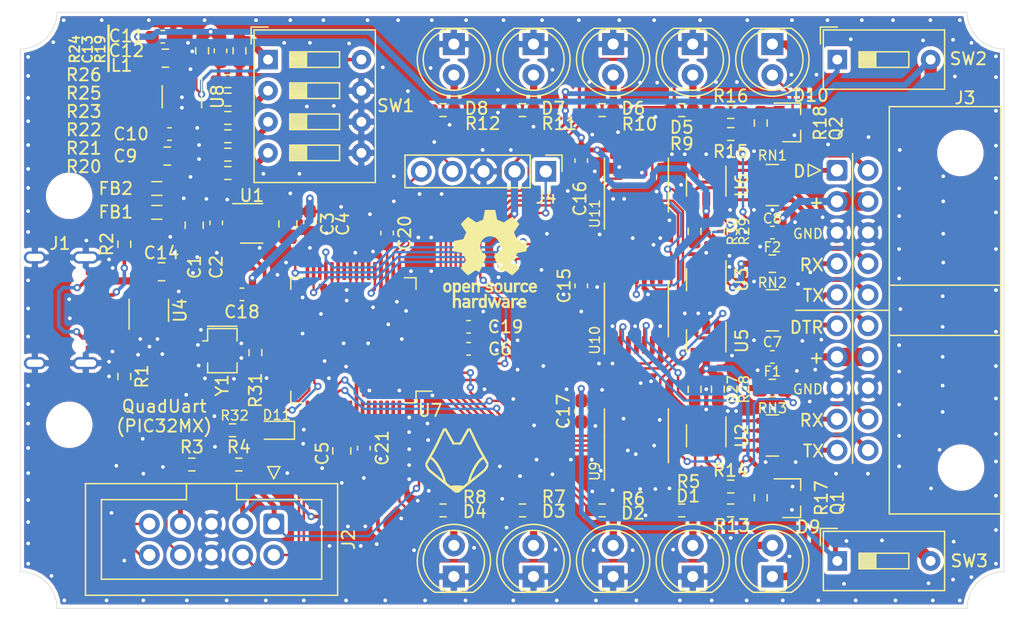
<source format=kicad_pcb>
(kicad_pcb (version 20171130) (host pcbnew 5.1.8-db9833491~88~ubuntu20.04.1)
  (layers (0 F.Cu signal) (31 B.Cu signal) (34 B.Paste user) (35 F.Paste user) (36 B.SilkS user) (37 F.SilkS user) (38 B.Mask user) (39 F.Mask user) (44 Edge.Cuts user))
  (net 0 "")
  (net 1 "Net-(D9-Pad1)")
  (net 2 GND)
  (net 3 "Net-(Q1-Pad1)")
  (net 4 "Net-(D10-Pad1)")
  (net 5 "Net-(Q2-Pad1)")
  (net 6 VCC)
  (net 7 /RX_1_RES)
  (net 8 /RX_2_RES)
  (net 9 /TX_1_RES)
  (net 10 /TX_2_RES)
  (net 11 VDD)
  (net 12 /RX_3_RES)
  (net 13 /RX_4_RES)
  (net 14 /TX_3_RES)
  (net 15 /TX_4_RES)
  (net 16 /VBUS)
  (net 17 /D+)
  (net 18 /D-)
  (net 19 "Net-(U5-Pad6)")
  (net 20 "Net-(U5-Pad4)")
  (net 21 /DTR_1_RES)
  (net 22 /DTR_2_RES)
  (net 23 /DTR_3_RES)
  (net 24 /DTR_4_RES)
  (net 25 +5V)
  (net 26 +3V3)
  (net 27 /VCAP)
  (net 28 /~MCLR~)
  (net 29 /OSC1)
  (net 30 /OSC2)
  (net 31 "Net-(C11-Pad1)")
  (net 32 /FB_1)
  (net 33 "Net-(D1-Pad2)")
  (net 34 "Net-(D2-Pad2)")
  (net 35 "Net-(D3-Pad2)")
  (net 36 "Net-(D4-Pad2)")
  (net 37 "Net-(D5-Pad2)")
  (net 38 "Net-(D6-Pad2)")
  (net 39 "Net-(D7-Pad2)")
  (net 40 "Net-(D8-Pad2)")
  (net 41 "Net-(D9-Pad2)")
  (net 42 "Net-(D10-Pad2)")
  (net 43 /PWR_1)
  (net 44 /PWR_2)
  (net 45 /TDI)
  (net 46 /TDO)
  (net 47 /TX_DBG)
  (net 48 /RX_DBG)
  (net 49 /TCK)
  (net 50 /TMS)
  (net 51 /TX_2)
  (net 52 /RX_2)
  (net 53 /DTR_2)
  (net 54 /TX_4)
  (net 55 /RX_4)
  (net 56 /DTR_4)
  (net 57 /TX_1)
  (net 58 /RX_1)
  (net 59 /DTR_1)
  (net 60 /TX_3)
  (net 61 /RX_3)
  (net 62 /DTR_3)
  (net 63 "Net-(L1-Pad1)")
  (net 64 "Net-(J1-PadB5)")
  (net 65 "Net-(J1-PadA5)")
  (net 66 /LED_TX_1)
  (net 67 /LED_RX_1)
  (net 68 /LED_TX_2)
  (net 69 /LED_RX_2)
  (net 70 /LED_TX_3)
  (net 71 /LED_RX_3)
  (net 72 /LED_TX_4)
  (net 73 /LED_RX_4)
  (net 74 /EN_1)
  (net 75 /SW_1_5.0V)
  (net 76 /SW_1_3.3V)
  (net 77 /SW_1_2.5V)
  (net 78 "Net-(U1-Pad4)")
  (net 79 "Net-(U7-Pad59)")
  (net 80 "Net-(U7-Pad58)")
  (net 81 /DTR_4_UC)
  (net 82 /DTR_3_UC)
  (net 83 /DTR_2_UC)
  (net 84 /DTR_1_UC)
  (net 85 /TX_1_UC)
  (net 86 /RX_1_UC)
  (net 87 /TX_4_UC)
  (net 88 "Net-(U7-Pad48)")
  (net 89 "Net-(U7-Pad47)")
  (net 90 "Net-(U7-Pad46)")
  (net 91 "Net-(U7-Pad45)")
  (net 92 "Net-(U7-Pad44)")
  (net 93 /RX_4_UC)
  (net 94 "Net-(U7-Pad42)")
  (net 95 "Net-(U7-Pad33)")
  (net 96 /TX_2_UC)
  (net 97 /RX_2_UC)
  (net 98 "Net-(U7-Pad30)")
  (net 99 "Net-(U7-Pad22)")
  (net 100 /TX_3_UC)
  (net 101 /RX_3_UC)
  (net 102 "Net-(J1-PadB8)")
  (net 103 "Net-(J1-PadA8)")
  (net 104 /VBUS_DCDC_5V)
  (net 105 "Net-(U3-Pad3)")
  (net 106 "Net-(U3-Pad1)")
  (net 107 "Net-(U4-Pad4)")
  (net 108 "Net-(U4-Pad3)")
  (net 109 /PGEC2)
  (net 110 /PGED2)
  (net 111 "Net-(R31-Pad1)")
  (net 112 "Net-(U7-Pad49)")
  (net 113 "Net-(U7-Pad43)")
  (net 114 "Net-(U7-Pad63)")
  (net 115 "Net-(U7-Pad62)")
  (net 116 "Net-(U7-Pad61)")
  (net 117 "Net-(U7-Pad60)")
  (net 118 "Net-(U7-Pad55)")
  (net 119 "Net-(U7-Pad54)")
  (net 120 "Net-(D11-Pad2)")
  (module Capacitor_SMD:C_0603_1608Metric_Pad1.08x0.95mm_HandSolder (layer F.Cu) (at 211.4 68 180)
    (fp_text reference C8 (at 0 1.15) (layer F.SilkS) (effects (font (size 0.8 0.8) (thickness 0.12))))
    (fp_text value 100nF)
    (pad 2 smd roundrect (at 0.8625 0 180) (size 1.075 0.95) (layers F.Cu F.Paste F.Mask) (net 2 GND))
    (pad 1 smd roundrect (at -0.8625 0 180) (size 1.075 0.95) (layers F.Cu F.Paste F.Mask) (net 44 /PWR_2))
  )
  (module Capacitor_SMD:C_0603_1608Metric_Pad1.08x0.95mm_HandSolder (layer F.Cu) (at 211.4 78.16 180)
    (fp_text reference C7 (at 0 1.21) (layer F.SilkS) (effects (font (size 0.8 0.8) (thickness 0.12))))
    (fp_text value 100nF)
    (pad 2 smd roundrect (at 0.8625 0 180) (size 1.075 0.95) (layers F.Cu F.Paste F.Mask) (net 2 GND))
    (pad 1 smd roundrect (at -0.8625 0 180) (size 1.075 0.95) (layers F.Cu F.Paste F.Mask) (net 43 /PWR_1))
  )
  (module Resistor_SMD:R_0603_1608Metric_Pad0.98x0.95mm_HandSolder (layer F.Cu) (at 167.3375 84.15 180)
    (fp_text reference R32 (at -0.1625 1.2) (layer F.SilkS) (effects (font (size 0.8 0.8) (thickness 0.12))))
    (fp_text value R)
    (pad 2 smd roundrect (at 0.9125 0 180) (size 0.975 0.95) (layers F.Cu F.Paste F.Mask) (net 26 +3V3))
    (pad 1 smd roundrect (at -0.9125 0 180) (size 0.975 0.95) (layers F.Cu F.Paste F.Mask) (net 120 "Net-(D11-Pad2)"))
  )
  (module LED_SMD:LED_0603_1608Metric_Pad1.05x0.95mm_HandSolder (layer F.Cu) (at 170.725 84.15 180)
    (fp_text reference D11 (at -0.225 1.25) (layer F.SilkS) (effects (font (size 0.8 0.8) (thickness 0.12))))
    (fp_text value LED)
    (pad 2 smd roundrect (at 0.875 0 180) (size 1.05 0.95) (layers F.Cu F.Paste F.Mask) (net 120 "Net-(D11-Pad2)"))
    (pad 1 smd roundrect (at -0.875 0 180) (size 1.05 0.95) (layers F.Cu F.Paste F.Mask) (net 2 GND))
  )
  (module Symbol:OSHW-Logo_7.5x8mm_SilkScreen (layer F.Cu) (at 188.35 70.15)
    (fp_text reference LOGO1 hide)
    (fp_text value Logo_Open_Hardware_Small hide)
  )
  (module Kicad_Library:FOX_LOGO_SILK (layer F.Cu) (at 185.65 86.6)
    (fp_text reference MARK2 hide)
    (fp_text value LOGO hide)
  )
  (module Kicad_Library:FOX_LOGO_MASK (layer B.Cu) (at 185.65 86.6 180)
    (fp_text reference MARK1 hide)
    (fp_text value LOGO hide)
  )
  (module Crystal:Resonator_SMD_muRata_CSTxExxV-3Pin_3.0x1.1mm (layer F.Cu) (at 166.5 77.65 270)
    (fp_text reference Y1 (at 2.83 0.02 90) (layer F.SilkS))
    (fp_text value Crystal_GND2)
    (pad 3 smd rect (at 1.2 0 270) (size 0.4 1.9) (layers F.Cu F.Paste F.Mask) (net 111 "Net-(R31-Pad1)"))
    (pad 2 smd rect (at 0 0 270) (size 0.4 1.9) (layers F.Cu F.Paste F.Mask) (net 2 GND))
    (pad 1 smd rect (at -1.2 0 270) (size 0.4 1.9) (layers F.Cu F.Paste F.Mask) (net 29 /OSC1))
  )
  (module Resistor_SMD:R_0603_1608Metric_Pad0.98x0.95mm_HandSolder (layer F.Cu) (at 169.2 77.8125 90)
    (fp_text reference R31 (at -3.0775 0.01 90) (layer F.SilkS))
    (fp_text value 0R)
    (pad 2 smd roundrect (at 0.9125 0 90) (size 0.975 0.95) (layers F.Cu F.Paste F.Mask) (net 30 /OSC2))
    (pad 1 smd roundrect (at -0.9125 0 90) (size 0.975 0.95) (layers F.Cu F.Paste F.Mask) (net 111 "Net-(R31-Pad1)"))
  )
  (module Connector_PinHeader_2.54mm:PinHeader_1x05_P2.54mm_Vertical (layer F.Cu) (at 192.9 63 270)
    (fp_text reference J4 (at 2.12 -0.03 180) (layer F.SilkS))
    (fp_text value Conn_01x05)
    (pad 5 thru_hole oval (at 0 10.16 270) (size 1.7 1.7) (drill 1) (layers *.Cu *.Mask) (net 109 /PGEC2))
    (pad 4 thru_hole oval (at 0 7.62 270) (size 1.7 1.7) (drill 1) (layers *.Cu *.Mask) (net 110 /PGED2))
    (pad 3 thru_hole oval (at 0 5.08 270) (size 1.7 1.7) (drill 1) (layers *.Cu *.Mask) (net 2 GND))
    (pad 2 thru_hole oval (at 0 2.54 270) (size 1.7 1.7) (drill 1) (layers *.Cu *.Mask) (net 26 +3V3))
    (pad 1 thru_hole rect (at 0 0 270) (size 1.7 1.7) (drill 1) (layers *.Cu *.Mask) (net 28 /~MCLR~))
  )
  (module Package_SO:TSSOP-14_4.4x5mm_P0.65mm (layer F.Cu) (at 200.3 74.32 90)
    (fp_text reference U10 (at -2.47 -3.39 90) (layer F.SilkS) (effects (font (size 0.8 0.8) (thickness 0.12))))
    (fp_text value SN74LV4T125)
    (pad 1 smd roundrect (at -2.8625 -1.95 90) (size 1.475 0.4) (layers F.Cu F.Paste F.Mask) (net 2 GND))
    (pad 2 smd roundrect (at -2.8625 -1.3 90) (size 1.475 0.4) (layers F.Cu F.Paste F.Mask) (net 8 /RX_2_RES))
    (pad 3 smd roundrect (at -2.8625 -0.65 90) (size 1.475 0.4) (layers F.Cu F.Paste F.Mask) (net 97 /RX_2_UC))
    (pad 4 smd roundrect (at -2.8625 0 90) (size 1.475 0.4) (layers F.Cu F.Paste F.Mask) (net 2 GND))
    (pad 5 smd roundrect (at -2.8625 0.65 90) (size 1.475 0.4) (layers F.Cu F.Paste F.Mask) (net 7 /RX_1_RES))
    (pad 6 smd roundrect (at -2.8625 1.3 90) (size 1.475 0.4) (layers F.Cu F.Paste F.Mask) (net 86 /RX_1_UC))
    (pad 7 smd roundrect (at -2.8625 1.95 90) (size 1.475 0.4) (layers F.Cu F.Paste F.Mask) (net 2 GND))
    (pad 8 smd roundrect (at 2.8625 1.95 90) (size 1.475 0.4) (layers F.Cu F.Paste F.Mask) (net 93 /RX_4_UC))
    (pad 9 smd roundrect (at 2.8625 1.3 90) (size 1.475 0.4) (layers F.Cu F.Paste F.Mask) (net 13 /RX_4_RES))
    (pad 10 smd roundrect (at 2.8625 0.65 90) (size 1.475 0.4) (layers F.Cu F.Paste F.Mask) (net 2 GND))
    (pad 11 smd roundrect (at 2.8625 0 90) (size 1.475 0.4) (layers F.Cu F.Paste F.Mask) (net 12 /RX_3_RES))
    (pad 12 smd roundrect (at 2.8625 -0.65 90) (size 1.475 0.4) (layers F.Cu F.Paste F.Mask) (net 101 /RX_3_UC))
    (pad 13 smd roundrect (at 2.8625 -1.3 90) (size 1.475 0.4) (layers F.Cu F.Paste F.Mask) (net 2 GND))
    (pad 14 smd roundrect (at 2.8625 -1.95 90) (size 1.475 0.4) (layers F.Cu F.Paste F.Mask) (net 26 +3V3))
  )
  (module Package_SO:TSSOP-14_4.4x5mm_P0.65mm (layer F.Cu) (at 200.3 64.12 90)
    (fp_text reference U11 (at -2.34 -3.39 90) (layer F.SilkS) (effects (font (size 0.8 0.8) (thickness 0.12))))
    (fp_text value SN74LV4T125)
    (pad 1 smd roundrect (at -2.8625 -1.95 90) (size 1.475 0.4) (layers F.Cu F.Paste F.Mask) (net 2 GND))
    (pad 2 smd roundrect (at -2.8625 -1.3 90) (size 1.475 0.4) (layers F.Cu F.Paste F.Mask) (net 87 /TX_4_UC))
    (pad 3 smd roundrect (at -2.8625 -0.65 90) (size 1.475 0.4) (layers F.Cu F.Paste F.Mask) (net 15 /TX_4_RES))
    (pad 4 smd roundrect (at -2.8625 0 90) (size 1.475 0.4) (layers F.Cu F.Paste F.Mask) (net 2 GND))
    (pad 5 smd roundrect (at -2.8625 0.65 90) (size 1.475 0.4) (layers F.Cu F.Paste F.Mask) (net 100 /TX_3_UC))
    (pad 6 smd roundrect (at -2.8625 1.3 90) (size 1.475 0.4) (layers F.Cu F.Paste F.Mask) (net 14 /TX_3_RES))
    (pad 7 smd roundrect (at -2.8625 1.95 90) (size 1.475 0.4) (layers F.Cu F.Paste F.Mask) (net 2 GND))
    (pad 8 smd roundrect (at 2.8625 1.95 90) (size 1.475 0.4) (layers F.Cu F.Paste F.Mask) (net 23 /DTR_3_RES))
    (pad 9 smd roundrect (at 2.8625 1.3 90) (size 1.475 0.4) (layers F.Cu F.Paste F.Mask) (net 82 /DTR_3_UC))
    (pad 10 smd roundrect (at 2.8625 0.65 90) (size 1.475 0.4) (layers F.Cu F.Paste F.Mask) (net 2 GND))
    (pad 11 smd roundrect (at 2.8625 0 90) (size 1.475 0.4) (layers F.Cu F.Paste F.Mask) (net 81 /DTR_4_UC))
    (pad 12 smd roundrect (at 2.8625 -0.65 90) (size 1.475 0.4) (layers F.Cu F.Paste F.Mask) (net 24 /DTR_4_RES))
    (pad 13 smd roundrect (at 2.8625 -1.3 90) (size 1.475 0.4) (layers F.Cu F.Paste F.Mask) (net 2 GND))
    (pad 14 smd roundrect (at 2.8625 -1.95 90) (size 1.475 0.4) (layers F.Cu F.Paste F.Mask) (net 11 VDD))
  )
  (module Package_SO:TSSOP-14_4.4x5mm_P0.65mm (layer F.Cu) (at 200.3 84.6 90)
    (fp_text reference U9 (at -2.9 -3.39 90) (layer F.SilkS) (effects (font (size 0.8 0.8) (thickness 0.12))))
    (fp_text value SN74LV4T125)
    (pad 1 smd roundrect (at -2.8625 -1.95 90) (size 1.475 0.4) (layers F.Cu F.Paste F.Mask) (net 2 GND))
    (pad 2 smd roundrect (at -2.8625 -1.3 90) (size 1.475 0.4) (layers F.Cu F.Paste F.Mask) (net 96 /TX_2_UC))
    (pad 3 smd roundrect (at -2.8625 -0.65 90) (size 1.475 0.4) (layers F.Cu F.Paste F.Mask) (net 10 /TX_2_RES))
    (pad 4 smd roundrect (at -2.8625 0 90) (size 1.475 0.4) (layers F.Cu F.Paste F.Mask) (net 2 GND))
    (pad 5 smd roundrect (at -2.8625 0.65 90) (size 1.475 0.4) (layers F.Cu F.Paste F.Mask) (net 85 /TX_1_UC))
    (pad 6 smd roundrect (at -2.8625 1.3 90) (size 1.475 0.4) (layers F.Cu F.Paste F.Mask) (net 9 /TX_1_RES))
    (pad 7 smd roundrect (at -2.8625 1.95 90) (size 1.475 0.4) (layers F.Cu F.Paste F.Mask) (net 2 GND))
    (pad 8 smd roundrect (at 2.8625 1.95 90) (size 1.475 0.4) (layers F.Cu F.Paste F.Mask) (net 22 /DTR_2_RES))
    (pad 9 smd roundrect (at 2.8625 1.3 90) (size 1.475 0.4) (layers F.Cu F.Paste F.Mask) (net 83 /DTR_2_UC))
    (pad 10 smd roundrect (at 2.8625 0.65 90) (size 1.475 0.4) (layers F.Cu F.Paste F.Mask) (net 2 GND))
    (pad 11 smd roundrect (at 2.8625 0 90) (size 1.475 0.4) (layers F.Cu F.Paste F.Mask) (net 84 /DTR_1_UC))
    (pad 12 smd roundrect (at 2.8625 -0.65 90) (size 1.475 0.4) (layers F.Cu F.Paste F.Mask) (net 21 /DTR_1_RES))
    (pad 13 smd roundrect (at 2.8625 -1.3 90) (size 1.475 0.4) (layers F.Cu F.Paste F.Mask) (net 2 GND))
    (pad 14 smd roundrect (at 2.8625 -1.95 90) (size 1.475 0.4) (layers F.Cu F.Paste F.Mask) (net 6 VCC))
  )
  (module Capacitor_SMD:C_0603_1608Metric_Pad1.08x0.95mm_HandSolder (layer F.Cu) (at 178.05 85.6125 270)
    (fp_text reference C21 (at -0.0125 -1.5 90) (layer F.SilkS))
    (fp_text value 100nF)
    (pad 2 smd roundrect (at 0.8625 0 270) (size 1.075 0.95) (layers F.Cu F.Paste F.Mask) (net 2 GND))
    (pad 1 smd roundrect (at -0.8625 0 270) (size 1.075 0.95) (layers F.Cu F.Paste F.Mask) (net 26 +3V3))
  )
  (module Capacitor_SMD:C_0603_1608Metric_Pad1.08x0.95mm_HandSolder (layer F.Cu) (at 179.95 68.0375 90)
    (fp_text reference C20 (at -0.0025 1.44 90) (layer F.SilkS))
    (fp_text value 100nF)
    (pad 2 smd roundrect (at 0.8625 0 90) (size 1.075 0.95) (layers F.Cu F.Paste F.Mask) (net 2 GND))
    (pad 1 smd roundrect (at -0.8625 0 90) (size 1.075 0.95) (layers F.Cu F.Paste F.Mask) (net 26 +3V3))
  )
  (module Capacitor_SMD:C_0603_1608Metric_Pad1.08x0.95mm_HandSolder (layer F.Cu) (at 186.6 75.7)
    (fp_text reference C19 (at 3.02 0) (layer F.SilkS))
    (fp_text value 100nF)
    (pad 2 smd roundrect (at 0.8625 0) (size 1.075 0.95) (layers F.Cu F.Paste F.Mask) (net 2 GND))
    (pad 1 smd roundrect (at -0.8625 0) (size 1.075 0.95) (layers F.Cu F.Paste F.Mask) (net 26 +3V3))
  )
  (module Capacitor_SMD:C_0603_1608Metric_Pad1.08x0.95mm_HandSolder (layer F.Cu) (at 168.1 73.05 180)
    (fp_text reference C18 (at 0 -1.43) (layer F.SilkS))
    (fp_text value 100nF)
    (pad 2 smd roundrect (at 0.8625 0 180) (size 1.075 0.95) (layers F.Cu F.Paste F.Mask) (net 2 GND))
    (pad 1 smd roundrect (at -0.8625 0 180) (size 1.075 0.95) (layers F.Cu F.Paste F.Mask) (net 26 +3V3))
  )
  (module Inductor_SMD:L_0805_2012Metric_Pad1.05x1.20mm_HandSolder (layer F.Cu) (at 161.15 64.4 180)
    (fp_text reference FB2 (at 3.35 0) (layer F.SilkS))
    (fp_text value Ferrite_Bead_Small)
    (pad 2 smd roundrect (at 1.15 0 180) (size 1.05 1.2) (layers F.Cu F.Paste F.Mask) (roundrect_rratio 0.2380942857142857) (net 16 /VBUS))
    (pad 1 smd roundrect (at -1.15 0 180) (size 1.05 1.2) (layers F.Cu F.Paste F.Mask) (roundrect_rratio 0.2380942857142857) (net 104 /VBUS_DCDC_5V))
  )
  (module Resistor_SMD:R_0603_1608Metric_Pad0.98x0.95mm_HandSolder (layer F.Cu) (at 205.05 67.9 90)
    (fp_text reference R30 (at 0 3.1 90) (layer F.SilkS) (effects (font (size 0.8 0.8) (thickness 0.12))))
    (fp_text value 220k)
    (pad 2 smd roundrect (at 0.9125 0 90) (size 0.975 0.95) (layers F.Cu F.Paste F.Mask) (net 13 /RX_4_RES))
    (pad 1 smd roundrect (at -0.9125 0 90) (size 0.975 0.95) (layers F.Cu F.Paste F.Mask) (net 11 VDD))
  )
  (module Resistor_SMD:R_0603_1608Metric_Pad0.98x0.95mm_HandSolder (layer F.Cu) (at 206.95 67.9 90)
    (fp_text reference R29 (at 0 2.15 90) (layer F.SilkS) (effects (font (size 0.8 0.8) (thickness 0.12))))
    (fp_text value 220k)
    (pad 2 smd roundrect (at 0.9125 0 90) (size 0.975 0.95) (layers F.Cu F.Paste F.Mask) (net 12 /RX_3_RES))
    (pad 1 smd roundrect (at -0.9125 0 90) (size 0.975 0.95) (layers F.Cu F.Paste F.Mask) (net 11 VDD))
  )
  (module Resistor_SMD:R_0603_1608Metric_Pad0.98x0.95mm_HandSolder (layer F.Cu) (at 206.95 80.8 270)
    (fp_text reference R28 (at 0 -2.15 90) (layer F.SilkS) (effects (font (size 0.8 0.8) (thickness 0.12))))
    (fp_text value 220k)
    (pad 2 smd roundrect (at 0.9125 0 270) (size 0.975 0.95) (layers F.Cu F.Paste F.Mask) (net 8 /RX_2_RES))
    (pad 1 smd roundrect (at -0.9125 0 270) (size 0.975 0.95) (layers F.Cu F.Paste F.Mask) (net 6 VCC))
  )
  (module Resistor_SMD:R_0603_1608Metric_Pad0.98x0.95mm_HandSolder (layer F.Cu) (at 205.05 80.8 270)
    (fp_text reference R27 (at 0 -3.1 90) (layer F.SilkS) (effects (font (size 0.8 0.8) (thickness 0.12))))
    (fp_text value 220k)
    (pad 2 smd roundrect (at 0.9125 0 270) (size 0.975 0.95) (layers F.Cu F.Paste F.Mask) (net 7 /RX_1_RES))
    (pad 1 smd roundrect (at -0.9125 0 270) (size 0.975 0.95) (layers F.Cu F.Paste F.Mask) (net 6 VCC))
  )
  (module Capacitor_SMD:C_0603_1608Metric_Pad1.08x0.95mm_HandSolder (layer F.Cu) (at 195.8 82.6 270)
    (fp_text reference C17 (at 0.02 1.46 90) (layer F.SilkS))
    (fp_text value 100nF)
    (pad 1 smd roundrect (at -0.8625 0 270) (size 1.075 0.95) (layers F.Cu F.Paste F.Mask) (net 6 VCC))
    (pad 2 smd roundrect (at 0.8625 0 270) (size 1.075 0.95) (layers F.Cu F.Paste F.Mask) (net 2 GND))
  )
  (module Capacitor_SMD:C_0603_1608Metric_Pad1.08x0.95mm_HandSolder (layer F.Cu) (at 195.8 62.12 270)
    (fp_text reference C16 (at 3.11 0.11 90) (layer F.SilkS))
    (fp_text value 100nF)
    (pad 1 smd roundrect (at -0.8625 0 270) (size 1.075 0.95) (layers F.Cu F.Paste F.Mask) (net 11 VDD))
    (pad 2 smd roundrect (at 0.8625 0 270) (size 1.075 0.95) (layers F.Cu F.Paste F.Mask) (net 2 GND))
  )
  (module Capacitor_SMD:C_0603_1608Metric_Pad1.08x0.95mm_HandSolder (layer F.Cu) (at 195.8 72.35 270)
    (fp_text reference C15 (at -0.01 1.4 90) (layer F.SilkS))
    (fp_text value 100nF)
    (pad 1 smd roundrect (at -0.8625 0 270) (size 1.075 0.95) (layers F.Cu F.Paste F.Mask) (net 26 +3V3))
    (pad 2 smd roundrect (at 0.8625 0 270) (size 1.075 0.95) (layers F.Cu F.Paste F.Mask) (net 2 GND))
  )
  (module MountingHole:MountingHole_3.2mm_M3 (layer F.Cu) (at 226.8 87.2)
    (fp_text reference H4 hide)
    (fp_text value MountingHole)
    (pad 1 np_thru_hole circle (at 0 0) (size 3.2 3.2) (drill 3.2) (layers *.Cu *.Mask))
  )
  (module MountingHole:MountingHole_3.2mm_M3 (layer F.Cu) (at 226.75 61.5)
    (fp_text reference H3 hide)
    (fp_text value MountingHole)
    (pad 1 np_thru_hole circle (at 0 0) (size 3.2 3.2) (drill 3.2) (layers *.Cu *.Mask))
  )
  (module MountingHole:MountingHole_3.2mm_M3 (layer F.Cu) (at 154 65)
    (fp_text reference H2 hide)
    (fp_text value MountingHole)
    (pad 1 np_thru_hole circle (at 0 0) (size 3.2 3.2) (drill 3.2) (layers *.Cu *.Mask))
  )
  (module MountingHole:MountingHole_3.2mm_M3 (layer F.Cu) (at 154 83.7)
    (fp_text reference H1 hide)
    (fp_text value MountingHole)
    (pad 1 np_thru_hole circle (at 0 0) (size 3.2 3.2) (drill 3.2) (layers *.Cu *.Mask))
  )
  (module Capacitor_SMD:C_0805_2012Metric_Pad1.18x1.45mm_HandSolder (layer F.Cu) (at 161.5375 71.2)
    (fp_text reference C14 (at -0.0075 -1.54) (layer F.SilkS))
    (fp_text value 10uF)
    (pad 2 smd roundrect (at 1.0375 0) (size 1.175 1.45) (layers F.Cu F.Paste F.Mask) (roundrect_rratio 0.2127659574468085) (net 2 GND))
    (pad 1 smd roundrect (at -1.0375 0) (size 1.175 1.45) (layers F.Cu F.Paste F.Mask) (roundrect_rratio 0.2127659574468085) (net 16 /VBUS))
  )
  (module "Kicad_Library:Jing USB C 2.0 16pin receptable" (layer F.Cu) (at 148.6 74.35 270)
    (fp_text reference J1 (at -5.46 -4.65 180) (layer F.SilkS))
    (fp_text value USB_C_Receptacle_USB2.0)
    (pad S1 thru_hole oval (at -4.32 -6.75 270) (size 1 2.1) (drill oval 0.6 1.7) (layers *.Cu *.Mask) (net 2 GND))
    (pad S1 thru_hole oval (at 4.32 -6.75 270) (size 1 2.1) (drill oval 0.6 1.7) (layers *.Cu *.Mask) (net 2 GND))
    (pad S1 thru_hole oval (at -4.32 -2.6 270) (size 1 1.8) (drill oval 0.6 1.4) (layers *.Cu *.Mask) (net 2 GND))
    (pad S1 thru_hole oval (at 4.32 -2.6 270) (size 1 1.8) (drill oval 0.6 1.4) (layers *.Cu *.Mask) (net 2 GND))
    (pad "" np_thru_hole circle (at 2.89 -6.25 270) (size 0.65 0.65) (drill 0.65) (layers *.Cu *.Mask))
    (pad "" np_thru_hole circle (at -2.89 -6.25 270) (size 0.65 0.65) (drill 0.65) (layers *.Cu *.Mask))
    (pad A4 smd rect (at -2.4 -7.5 270) (size 0.6 1.5) (layers F.Cu F.Paste F.Mask) (net 16 /VBUS))
    (pad A1 smd rect (at -3.2 -7.5 270) (size 0.6 1.5) (layers F.Cu F.Paste F.Mask) (net 2 GND))
    (pad A4 smd rect (at 2.4 -7.5 270) (size 0.6 1.5) (layers F.Cu F.Paste F.Mask) (net 16 /VBUS))
    (pad A1 smd rect (at 3.2 -7.5 270) (size 0.6 1.5) (layers F.Cu F.Paste F.Mask) (net 2 GND))
    (pad A6 smd rect (at -0.25 -7.5 270) (size 0.3 1.5) (layers F.Cu F.Paste F.Mask) (net 17 /D+))
    (pad A7 smd rect (at 0.25 -7.5 270) (size 0.3 1.5) (layers F.Cu F.Paste F.Mask) (net 18 /D-))
    (pad B7 smd rect (at -0.75 -7.5 270) (size 0.3 1.5) (layers F.Cu F.Paste F.Mask) (net 18 /D-))
    (pad B6 smd rect (at 0.75 -7.5 270) (size 0.3 1.5) (layers F.Cu F.Paste F.Mask) (net 17 /D+))
    (pad A5 smd rect (at -1.25 -7.5 270) (size 0.3 1.5) (layers F.Cu F.Paste F.Mask) (net 65 "Net-(J1-PadA5)"))
    (pad A8 smd rect (at 1.25 -7.5 270) (size 0.3 1.5) (layers F.Cu F.Paste F.Mask) (net 103 "Net-(J1-PadA8)"))
    (pad B8 smd rect (at -1.75 -7.5 270) (size 0.3 1.5) (layers F.Cu F.Paste F.Mask) (net 102 "Net-(J1-PadB8)"))
    (pad B5 smd rect (at 1.75 -7.5 270) (size 0.3 1.5) (layers F.Cu F.Paste F.Mask) (net 64 "Net-(J1-PadB5)"))
  )
  (module Package_TO_SOT_SMD:SOT-23-5 (layer F.Cu) (at 163.2 56.9 270)
    (fp_text reference U8 (at 0 -2.9 90) (layer F.SilkS))
    (fp_text value BL8028)
    (pad 5 smd rect (at 1.1 -0.95 270) (size 1.06 0.65) (layers F.Cu F.Paste F.Mask) (net 32 /FB_1))
    (pad 4 smd rect (at 1.1 0.95 270) (size 1.06 0.65) (layers F.Cu F.Paste F.Mask) (net 104 /VBUS_DCDC_5V))
    (pad 3 smd rect (at -1.1 0.95 270) (size 1.06 0.65) (layers F.Cu F.Paste F.Mask) (net 63 "Net-(L1-Pad1)"))
    (pad 2 smd rect (at -1.1 0 270) (size 1.06 0.65) (layers F.Cu F.Paste F.Mask) (net 2 GND))
    (pad 1 smd rect (at -1.1 -0.95 270) (size 1.06 0.65) (layers F.Cu F.Paste F.Mask) (net 74 /EN_1))
  )
  (module Package_QFP:TQFP-64_10x10mm_P0.5mm (layer F.Cu) (at 177.2 76.8 180)
    (fp_text reference U7 (at -6.26 -5.73) (layer F.SilkS))
    (fp_text value PIC32MX564F128H)
    (pad 64 smd roundrect (at -3.75 -5.6625 180) (size 0.3 1.475) (layers F.Cu F.Paste F.Mask) (net 69 /LED_RX_2))
    (pad 63 smd roundrect (at -3.25 -5.6625 180) (size 0.3 1.475) (layers F.Cu F.Paste F.Mask) (net 114 "Net-(U7-Pad63)"))
    (pad 62 smd roundrect (at -2.75 -5.6625 180) (size 0.3 1.475) (layers F.Cu F.Paste F.Mask) (net 115 "Net-(U7-Pad62)"))
    (pad 61 smd roundrect (at -2.25 -5.6625 180) (size 0.3 1.475) (layers F.Cu F.Paste F.Mask) (net 116 "Net-(U7-Pad61)"))
    (pad 60 smd roundrect (at -1.75 -5.6625 180) (size 0.3 1.475) (layers F.Cu F.Paste F.Mask) (net 117 "Net-(U7-Pad60)"))
    (pad 59 smd roundrect (at -1.25 -5.6625 180) (size 0.3 1.475) (layers F.Cu F.Paste F.Mask) (net 79 "Net-(U7-Pad59)"))
    (pad 58 smd roundrect (at -0.75 -5.6625 180) (size 0.3 1.475) (layers F.Cu F.Paste F.Mask) (net 80 "Net-(U7-Pad58)"))
    (pad 57 smd roundrect (at -0.25 -5.6625 180) (size 0.3 1.475) (layers F.Cu F.Paste F.Mask) (net 26 +3V3))
    (pad 56 smd roundrect (at 0.25 -5.6625 180) (size 0.3 1.475) (layers F.Cu F.Paste F.Mask) (net 27 /VCAP))
    (pad 55 smd roundrect (at 0.75 -5.6625 180) (size 0.3 1.475) (layers F.Cu F.Paste F.Mask) (net 118 "Net-(U7-Pad55)"))
    (pad 54 smd roundrect (at 1.25 -5.6625 180) (size 0.3 1.475) (layers F.Cu F.Paste F.Mask) (net 119 "Net-(U7-Pad54)"))
    (pad 53 smd roundrect (at 1.75 -5.6625 180) (size 0.3 1.475) (layers F.Cu F.Paste F.Mask) (net 83 /DTR_2_UC))
    (pad 52 smd roundrect (at 2.25 -5.6625 180) (size 0.3 1.475) (layers F.Cu F.Paste F.Mask) (net 84 /DTR_1_UC))
    (pad 51 smd roundrect (at 2.75 -5.6625 180) (size 0.3 1.475) (layers F.Cu F.Paste F.Mask) (net 47 /TX_DBG))
    (pad 50 smd roundrect (at 3.25 -5.6625 180) (size 0.3 1.475) (layers F.Cu F.Paste F.Mask) (net 48 /RX_DBG))
    (pad 49 smd roundrect (at 3.75 -5.6625 180) (size 0.3 1.475) (layers F.Cu F.Paste F.Mask) (net 112 "Net-(U7-Pad49)"))
    (pad 48 smd roundrect (at 5.6625 -3.75 180) (size 1.475 0.3) (layers F.Cu F.Paste F.Mask) (net 88 "Net-(U7-Pad48)"))
    (pad 47 smd roundrect (at 5.6625 -3.25 180) (size 1.475 0.3) (layers F.Cu F.Paste F.Mask) (net 89 "Net-(U7-Pad47)"))
    (pad 46 smd roundrect (at 5.6625 -2.75 180) (size 1.475 0.3) (layers F.Cu F.Paste F.Mask) (net 90 "Net-(U7-Pad46)"))
    (pad 45 smd roundrect (at 5.6625 -2.25 180) (size 1.475 0.3) (layers F.Cu F.Paste F.Mask) (net 91 "Net-(U7-Pad45)"))
    (pad 44 smd roundrect (at 5.6625 -1.75 180) (size 1.475 0.3) (layers F.Cu F.Paste F.Mask) (net 92 "Net-(U7-Pad44)"))
    (pad 43 smd roundrect (at 5.6625 -1.25 180) (size 1.475 0.3) (layers F.Cu F.Paste F.Mask) (net 113 "Net-(U7-Pad43)"))
    (pad 42 smd roundrect (at 5.6625 -0.75 180) (size 1.475 0.3) (layers F.Cu F.Paste F.Mask) (net 94 "Net-(U7-Pad42)"))
    (pad 41 smd roundrect (at 5.6625 -0.25 180) (size 1.475 0.3) (layers F.Cu F.Paste F.Mask) (net 2 GND))
    (pad 40 smd roundrect (at 5.6625 0.25 180) (size 1.475 0.3) (layers F.Cu F.Paste F.Mask) (net 30 /OSC2))
    (pad 39 smd roundrect (at 5.6625 0.75 180) (size 1.475 0.3) (layers F.Cu F.Paste F.Mask) (net 29 /OSC1))
    (pad 38 smd roundrect (at 5.6625 1.25 180) (size 1.475 0.3) (layers F.Cu F.Paste F.Mask) (net 26 +3V3))
    (pad 37 smd roundrect (at 5.6625 1.75 180) (size 1.475 0.3) (layers F.Cu F.Paste F.Mask) (net 17 /D+))
    (pad 36 smd roundrect (at 5.6625 2.25 180) (size 1.475 0.3) (layers F.Cu F.Paste F.Mask) (net 18 /D-))
    (pad 35 smd roundrect (at 5.6625 2.75 180) (size 1.475 0.3) (layers F.Cu F.Paste F.Mask) (net 26 +3V3))
    (pad 34 smd roundrect (at 5.6625 3.25 180) (size 1.475 0.3) (layers F.Cu F.Paste F.Mask) (net 25 +5V))
    (pad 33 smd roundrect (at 5.6625 3.75 180) (size 1.475 0.3) (layers F.Cu F.Paste F.Mask) (net 95 "Net-(U7-Pad33)"))
    (pad 32 smd roundrect (at 3.75 5.6625 180) (size 0.3 1.475) (layers F.Cu F.Paste F.Mask) (net 100 /TX_3_UC))
    (pad 31 smd roundrect (at 3.25 5.6625 180) (size 0.3 1.475) (layers F.Cu F.Paste F.Mask) (net 101 /RX_3_UC))
    (pad 30 smd roundrect (at 2.75 5.6625 180) (size 0.3 1.475) (layers F.Cu F.Paste F.Mask) (net 98 "Net-(U7-Pad30)"))
    (pad 29 smd roundrect (at 2.25 5.6625 180) (size 0.3 1.475) (layers F.Cu F.Paste F.Mask) (net 87 /TX_4_UC))
    (pad 28 smd roundrect (at 1.75 5.6625 180) (size 0.3 1.475) (layers F.Cu F.Paste F.Mask) (net 45 /TDI))
    (pad 27 smd roundrect (at 1.25 5.6625 180) (size 0.3 1.475) (layers F.Cu F.Paste F.Mask) (net 49 /TCK))
    (pad 26 smd roundrect (at 0.75 5.6625 180) (size 0.3 1.475) (layers F.Cu F.Paste F.Mask) (net 26 +3V3))
    (pad 25 smd roundrect (at 0.25 5.6625 180) (size 0.3 1.475) (layers F.Cu F.Paste F.Mask) (net 2 GND))
    (pad 24 smd roundrect (at -0.25 5.6625 180) (size 0.3 1.475) (layers F.Cu F.Paste F.Mask) (net 46 /TDO))
    (pad 23 smd roundrect (at -0.75 5.6625 180) (size 0.3 1.475) (layers F.Cu F.Paste F.Mask) (net 50 /TMS))
    (pad 22 smd roundrect (at -1.25 5.6625 180) (size 0.3 1.475) (layers F.Cu F.Paste F.Mask) (net 99 "Net-(U7-Pad22)"))
    (pad 21 smd roundrect (at -1.75 5.6625 180) (size 0.3 1.475) (layers F.Cu F.Paste F.Mask) (net 93 /RX_4_UC))
    (pad 20 smd roundrect (at -2.25 5.6625 180) (size 0.3 1.475) (layers F.Cu F.Paste F.Mask) (net 2 GND))
    (pad 19 smd roundrect (at -2.75 5.6625 180) (size 0.3 1.475) (layers F.Cu F.Paste F.Mask) (net 26 +3V3))
    (pad 18 smd roundrect (at -3.25 5.6625 180) (size 0.3 1.475) (layers F.Cu F.Paste F.Mask) (net 110 /PGED2))
    (pad 17 smd roundrect (at -3.75 5.6625 180) (size 0.3 1.475) (layers F.Cu F.Paste F.Mask) (net 109 /PGEC2))
    (pad 16 smd roundrect (at -5.6625 3.75 180) (size 1.475 0.3) (layers F.Cu F.Paste F.Mask) (net 73 /LED_RX_4))
    (pad 15 smd roundrect (at -5.6625 3.25 180) (size 1.475 0.3) (layers F.Cu F.Paste F.Mask) (net 72 /LED_TX_4))
    (pad 14 smd roundrect (at -5.6625 2.75 180) (size 1.475 0.3) (layers F.Cu F.Paste F.Mask) (net 71 /LED_RX_3))
    (pad 13 smd roundrect (at -5.6625 2.25 180) (size 1.475 0.3) (layers F.Cu F.Paste F.Mask) (net 70 /LED_TX_3))
    (pad 12 smd roundrect (at -5.6625 1.75 180) (size 1.475 0.3) (layers F.Cu F.Paste F.Mask) (net 81 /DTR_4_UC))
    (pad 11 smd roundrect (at -5.6625 1.25 180) (size 1.475 0.3) (layers F.Cu F.Paste F.Mask) (net 82 /DTR_3_UC))
    (pad 10 smd roundrect (at -5.6625 0.75 180) (size 1.475 0.3) (layers F.Cu F.Paste F.Mask) (net 26 +3V3))
    (pad 9 smd roundrect (at -5.6625 0.25 180) (size 1.475 0.3) (layers F.Cu F.Paste F.Mask) (net 2 GND))
    (pad 8 smd roundrect (at -5.6625 -0.25 180) (size 1.475 0.3) (layers F.Cu F.Paste F.Mask) (net 97 /RX_2_UC))
    (pad 7 smd roundrect (at -5.6625 -0.75 180) (size 1.475 0.3) (layers F.Cu F.Paste F.Mask) (net 28 /~MCLR~))
    (pad 6 smd roundrect (at -5.6625 -1.25 180) (size 1.475 0.3) (layers F.Cu F.Paste F.Mask) (net 85 /TX_1_UC))
    (pad 5 smd roundrect (at -5.6625 -1.75 180) (size 1.475 0.3) (layers F.Cu F.Paste F.Mask) (net 86 /RX_1_UC))
    (pad 4 smd roundrect (at -5.6625 -2.25 180) (size 1.475 0.3) (layers F.Cu F.Paste F.Mask) (net 96 /TX_2_UC))
    (pad 3 smd roundrect (at -5.6625 -2.75 180) (size 1.475 0.3) (layers F.Cu F.Paste F.Mask) (net 66 /LED_TX_1))
    (pad 2 smd roundrect (at -5.6625 -3.25 180) (size 1.475 0.3) (layers F.Cu F.Paste F.Mask) (net 67 /LED_RX_1))
    (pad 1 smd roundrect (at -5.6625 -3.75 180) (size 1.475 0.3) (layers F.Cu F.Paste F.Mask) (net 68 /LED_TX_2))
  )
  (module Package_TO_SOT_SMD:SOT-23-5 (layer F.Cu) (at 168.9 67.25)
    (fp_text reference U1 (at 0.01 -2.28) (layer F.SilkS))
    (fp_text value LN1134-3.3V)
    (pad 5 smd rect (at 1.1 -0.95) (size 1.06 0.65) (layers F.Cu F.Paste F.Mask) (net 26 +3V3))
    (pad 4 smd rect (at 1.1 0.95) (size 1.06 0.65) (layers F.Cu F.Paste F.Mask) (net 78 "Net-(U1-Pad4)"))
    (pad 3 smd rect (at -1.1 0.95) (size 1.06 0.65) (layers F.Cu F.Paste F.Mask) (net 25 +5V))
    (pad 2 smd rect (at -1.1 0) (size 1.06 0.65) (layers F.Cu F.Paste F.Mask) (net 2 GND))
    (pad 1 smd rect (at -1.1 -0.95) (size 1.06 0.65) (layers F.Cu F.Paste F.Mask) (net 25 +5V))
  )
  (module Button_Switch_THT:SW_DIP_SPSTx01_Slide_9.78x4.72mm_W7.62mm_P2.54mm (layer F.Cu) (at 216.7 94.83)
    (fp_text reference SW3 (at 10.775 -0.005) (layer F.SilkS))
    (fp_text value SW_DIP_x01)
    (pad 2 thru_hole oval (at 7.62 0) (size 1.6 1.6) (drill 0.8) (layers *.Cu *.Mask) (net 31 "Net-(C11-Pad1)"))
    (pad 1 thru_hole rect (at 0 0) (size 1.6 1.6) (drill 0.8) (layers *.Cu *.Mask) (net 6 VCC))
  )
  (module Button_Switch_THT:SW_DIP_SPSTx01_Slide_9.78x4.72mm_W7.62mm_P2.54mm (layer F.Cu) (at 216.7 53.87)
    (fp_text reference SW2 (at 10.7 -0.07) (layer F.SilkS))
    (fp_text value SW_DIP_x01)
    (pad 2 thru_hole oval (at 7.62 0) (size 1.6 1.6) (drill 0.8) (layers *.Cu *.Mask) (net 31 "Net-(C11-Pad1)"))
    (pad 1 thru_hole rect (at 0 0) (size 1.6 1.6) (drill 0.8) (layers *.Cu *.Mask) (net 11 VDD))
  )
  (module Button_Switch_THT:SW_DIP_SPSTx04_Slide_9.78x12.34mm_W7.62mm_P2.54mm (layer F.Cu) (at 170.23 53.87)
    (fp_text reference SW1 (at 10.42 3.77) (layer F.SilkS))
    (fp_text value SW_DIP_x04)
    (pad 8 thru_hole oval (at 7.62 0) (size 1.6 1.6) (drill 0.8) (layers *.Cu *.Mask) (net 104 /VBUS_DCDC_5V))
    (pad 4 thru_hole oval (at 0 7.62) (size 1.6 1.6) (drill 0.8) (layers *.Cu *.Mask) (net 75 /SW_1_5.0V))
    (pad 7 thru_hole oval (at 7.62 2.54) (size 1.6 1.6) (drill 0.8) (layers *.Cu *.Mask) (net 2 GND))
    (pad 3 thru_hole oval (at 0 5.08) (size 1.6 1.6) (drill 0.8) (layers *.Cu *.Mask) (net 76 /SW_1_3.3V))
    (pad 6 thru_hole oval (at 7.62 5.08) (size 1.6 1.6) (drill 0.8) (layers *.Cu *.Mask) (net 2 GND))
    (pad 2 thru_hole oval (at 0 2.54) (size 1.6 1.6) (drill 0.8) (layers *.Cu *.Mask) (net 77 /SW_1_2.5V))
    (pad 5 thru_hole oval (at 7.62 7.62) (size 1.6 1.6) (drill 0.8) (layers *.Cu *.Mask) (net 2 GND))
    (pad 1 thru_hole rect (at 0 0) (size 1.6 1.6) (drill 0.8) (layers *.Cu *.Mask) (net 74 /EN_1))
  )
  (module Resistor_SMD:R_Array_Convex_4x0603 (layer F.Cu) (at 211.4 84.58)
    (fp_text reference RN3 (at 0 -2.23) (layer F.SilkS) (effects (font (size 0.8 0.8) (thickness 0.12))))
    (fp_text value R_Pack04)
    (pad 5 smd rect (at 0.9 1.2) (size 0.8 0.5) (layers F.Cu F.Paste F.Mask) (net 57 /TX_1))
    (pad 6 smd rect (at 0.9 0.4) (size 0.8 0.4) (layers F.Cu F.Paste F.Mask) (net 51 /TX_2))
    (pad 8 smd rect (at 0.9 -1.2) (size 0.8 0.5) (layers F.Cu F.Paste F.Mask) (net 52 /RX_2))
    (pad 7 smd rect (at 0.9 -0.4) (size 0.8 0.4) (layers F.Cu F.Paste F.Mask) (net 58 /RX_1))
    (pad 4 smd rect (at -0.9 1.2) (size 0.8 0.5) (layers F.Cu F.Paste F.Mask) (net 9 /TX_1_RES))
    (pad 2 smd rect (at -0.9 -0.4) (size 0.8 0.4) (layers F.Cu F.Paste F.Mask) (net 7 /RX_1_RES))
    (pad 3 smd rect (at -0.9 0.4) (size 0.8 0.4) (layers F.Cu F.Paste F.Mask) (net 10 /TX_2_RES))
    (pad 1 smd rect (at -0.9 -1.2) (size 0.8 0.5) (layers F.Cu F.Paste F.Mask) (net 8 /RX_2_RES))
  )
  (module Resistor_SMD:R_Array_Convex_4x0603 (layer F.Cu) (at 211.4 74.35)
    (fp_text reference RN2 (at 0 -2.25) (layer F.SilkS) (effects (font (size 0.8 0.8) (thickness 0.12))))
    (fp_text value R_Pack04)
    (pad 5 smd rect (at 0.9 1.2) (size 0.8 0.5) (layers F.Cu F.Paste F.Mask) (net 59 /DTR_1))
    (pad 6 smd rect (at 0.9 0.4) (size 0.8 0.4) (layers F.Cu F.Paste F.Mask) (net 53 /DTR_2))
    (pad 8 smd rect (at 0.9 -1.2) (size 0.8 0.5) (layers F.Cu F.Paste F.Mask) (net 54 /TX_4))
    (pad 7 smd rect (at 0.9 -0.4) (size 0.8 0.4) (layers F.Cu F.Paste F.Mask) (net 60 /TX_3))
    (pad 4 smd rect (at -0.9 1.2) (size 0.8 0.5) (layers F.Cu F.Paste F.Mask) (net 21 /DTR_1_RES))
    (pad 2 smd rect (at -0.9 -0.4) (size 0.8 0.4) (layers F.Cu F.Paste F.Mask) (net 14 /TX_3_RES))
    (pad 3 smd rect (at -0.9 0.4) (size 0.8 0.4) (layers F.Cu F.Paste F.Mask) (net 22 /DTR_2_RES))
    (pad 1 smd rect (at -0.9 -1.2) (size 0.8 0.5) (layers F.Cu F.Paste F.Mask) (net 15 /TX_4_RES))
  )
  (module Resistor_SMD:R_Array_Convex_4x0603 (layer F.Cu) (at 211.4 64.12)
    (fp_text reference RN1 (at 0 -2.42) (layer F.SilkS) (effects (font (size 0.8 0.8) (thickness 0.12))))
    (fp_text value R_Pack04)
    (pad 5 smd rect (at 0.9 1.2) (size 0.8 0.5) (layers F.Cu F.Paste F.Mask) (net 61 /RX_3))
    (pad 6 smd rect (at 0.9 0.4) (size 0.8 0.4) (layers F.Cu F.Paste F.Mask) (net 55 /RX_4))
    (pad 8 smd rect (at 0.9 -1.2) (size 0.8 0.5) (layers F.Cu F.Paste F.Mask) (net 56 /DTR_4))
    (pad 7 smd rect (at 0.9 -0.4) (size 0.8 0.4) (layers F.Cu F.Paste F.Mask) (net 62 /DTR_3))
    (pad 4 smd rect (at -0.9 1.2) (size 0.8 0.5) (layers F.Cu F.Paste F.Mask) (net 12 /RX_3_RES))
    (pad 2 smd rect (at -0.9 -0.4) (size 0.8 0.4) (layers F.Cu F.Paste F.Mask) (net 23 /DTR_3_RES))
    (pad 3 smd rect (at -0.9 0.4) (size 0.8 0.4) (layers F.Cu F.Paste F.Mask) (net 13 /RX_4_RES))
    (pad 1 smd rect (at -0.9 -1.2) (size 0.8 0.5) (layers F.Cu F.Paste F.Mask) (net 24 /DTR_4_RES))
  )
  (module Resistor_SMD:R_0603_1608Metric_Pad0.98x0.95mm_HandSolder (layer F.Cu) (at 166.95 55.635)
    (fp_text reference R26 (at -11.76 -0.52) (layer F.SilkS))
    (fp_text value 220k)
    (pad 2 smd roundrect (at 0.9125 0) (size 0.975 0.95) (layers F.Cu F.Paste F.Mask) (net 2 GND))
    (pad 1 smd roundrect (at -0.9125 0) (size 0.975 0.95) (layers F.Cu F.Paste F.Mask) (net 32 /FB_1))
  )
  (module Resistor_SMD:R_0603_1608Metric_Pad0.98x0.95mm_HandSolder (layer F.Cu) (at 166.95 57.135)
    (fp_text reference R25 (at -11.76 -0.52) (layer F.SilkS))
    (fp_text value 220k)
    (pad 2 smd roundrect (at 0.9125 0) (size 0.975 0.95) (layers F.Cu F.Paste F.Mask) (net 2 GND))
    (pad 1 smd roundrect (at -0.9125 0) (size 0.975 0.95) (layers F.Cu F.Paste F.Mask) (net 32 /FB_1))
  )
  (module Resistor_SMD:R_0603_1608Metric_Pad0.98x0.95mm_HandSolder (layer F.Cu) (at 164.85 53.15 270)
    (fp_text reference R24 (at -0.13 10.39 90) (layer F.SilkS) (effects (font (size 0.8 0.8))))
    (fp_text value 220k)
    (pad 2 smd roundrect (at 0.9125 0 270) (size 0.975 0.95) (layers F.Cu F.Paste F.Mask) (net 32 /FB_1))
    (pad 1 smd roundrect (at -0.9125 0 270) (size 0.975 0.95) (layers F.Cu F.Paste F.Mask) (net 31 "Net-(C11-Pad1)"))
  )
  (module Resistor_SMD:R_0603_1608Metric_Pad0.98x0.95mm_HandSolder (layer F.Cu) (at 166.95 58.635)
    (fp_text reference R23 (at -11.76 -0.52) (layer F.SilkS))
    (fp_text value 330k)
    (pad 2 smd roundrect (at 0.9125 0) (size 0.975 0.95) (layers F.Cu F.Paste F.Mask) (net 77 /SW_1_2.5V))
    (pad 1 smd roundrect (at -0.9125 0) (size 0.975 0.95) (layers F.Cu F.Paste F.Mask) (net 32 /FB_1))
  )
  (module Resistor_SMD:R_0603_1608Metric_Pad0.98x0.95mm_HandSolder (layer F.Cu) (at 166.95 60.135)
    (fp_text reference R22 (at -11.76 -0.52) (layer F.SilkS))
    (fp_text value 470k)
    (pad 2 smd roundrect (at 0.9125 0) (size 0.975 0.95) (layers F.Cu F.Paste F.Mask) (net 77 /SW_1_2.5V))
    (pad 1 smd roundrect (at -0.9125 0) (size 0.975 0.95) (layers F.Cu F.Paste F.Mask) (net 32 /FB_1))
  )
  (module Resistor_SMD:R_0603_1608Metric_Pad0.98x0.95mm_HandSolder (layer F.Cu) (at 166.95 61.635)
    (fp_text reference R21 (at -11.76 -0.52) (layer F.SilkS))
    (fp_text value 180k)
    (pad 2 smd roundrect (at 0.9125 0) (size 0.975 0.95) (layers F.Cu F.Paste F.Mask) (net 76 /SW_1_3.3V))
    (pad 1 smd roundrect (at -0.9125 0) (size 0.975 0.95) (layers F.Cu F.Paste F.Mask) (net 32 /FB_1))
  )
  (module Resistor_SMD:R_0603_1608Metric_Pad0.98x0.95mm_HandSolder (layer F.Cu) (at 166.95 63.135)
    (fp_text reference R20 (at -11.76 -0.52) (layer F.SilkS))
    (fp_text value 27k)
    (pad 2 smd roundrect (at 0.9125 0) (size 0.975 0.95) (layers F.Cu F.Paste F.Mask) (net 75 /SW_1_5.0V))
    (pad 1 smd roundrect (at -0.9125 0) (size 0.975 0.95) (layers F.Cu F.Paste F.Mask) (net 32 /FB_1))
  )
  (module Resistor_SMD:R_0603_1608Metric_Pad0.98x0.95mm_HandSolder (layer F.Cu) (at 167.9 53.15 270)
    (fp_text reference R19 (at -0.13 11.37 90) (layer F.SilkS) (effects (font (size 0.8 0.8))))
    (fp_text value 100k)
    (pad 2 smd roundrect (at 0.9125 0 270) (size 0.975 0.95) (layers F.Cu F.Paste F.Mask) (net 2 GND))
    (pad 1 smd roundrect (at -0.9125 0 270) (size 0.975 0.95) (layers F.Cu F.Paste F.Mask) (net 74 /EN_1))
  )
  (module Resistor_SMD:R_0603_1608Metric_Pad0.98x0.95mm_HandSolder (layer F.Cu) (at 210.45 59.05 90)
    (fp_text reference R18 (at 0 4.85 270) (layer F.SilkS))
    (fp_text value 10k)
    (pad 2 smd roundrect (at 0.9125 0 90) (size 0.975 0.95) (layers F.Cu F.Paste F.Mask) (net 5 "Net-(Q2-Pad1)"))
    (pad 1 smd roundrect (at -0.9125 0 90) (size 0.975 0.95) (layers F.Cu F.Paste F.Mask) (net 2 GND))
  )
  (module Resistor_SMD:R_0603_1608Metric_Pad0.98x0.95mm_HandSolder (layer F.Cu) (at 210.45 89.6625 90)
    (fp_text reference R17 (at -0.0375 4.95 270) (layer F.SilkS))
    (fp_text value 10k)
    (pad 1 smd roundrect (at -0.9125 0 90) (size 0.975 0.95) (layers F.Cu F.Paste F.Mask) (net 2 GND))
    (pad 2 smd roundrect (at 0.9125 0 90) (size 0.975 0.95) (layers F.Cu F.Paste F.Mask) (net 3 "Net-(Q1-Pad1)"))
  )
  (module Resistor_SMD:R_0603_1608Metric_Pad0.98x0.95mm_HandSolder (layer F.Cu) (at 208 58.15 180)
    (fp_text reference R16 (at 0 1.3) (layer F.SilkS))
    (fp_text value 10k)
    (pad 2 smd roundrect (at 0.9125 0 180) (size 0.975 0.95) (layers F.Cu F.Paste F.Mask) (net 44 /PWR_2))
    (pad 1 smd roundrect (at -0.9125 0 180) (size 0.975 0.95) (layers F.Cu F.Paste F.Mask) (net 5 "Net-(Q2-Pad1)"))
  )
  (module Resistor_SMD:R_0603_1608Metric_Pad0.98x0.95mm_HandSolder (layer F.Cu) (at 208 59.95 180)
    (fp_text reference R15 (at 0 -1.43) (layer F.SilkS))
    (fp_text value R)
    (pad 2 smd roundrect (at 0.9125 0 180) (size 0.975 0.95) (layers F.Cu F.Paste F.Mask) (net 26 +3V3))
    (pad 1 smd roundrect (at -0.9125 0 180) (size 0.975 0.95) (layers F.Cu F.Paste F.Mask) (net 42 "Net-(D10-Pad2)"))
  )
  (module Resistor_SMD:R_0603_1608Metric_Pad0.98x0.95mm_HandSolder (layer F.Cu) (at 208 88.75 180)
    (fp_text reference R14 (at 0 1.32) (layer F.SilkS))
    (fp_text value 10k)
    (pad 1 smd roundrect (at -0.9125 0 180) (size 0.975 0.95) (layers F.Cu F.Paste F.Mask) (net 3 "Net-(Q1-Pad1)"))
    (pad 2 smd roundrect (at 0.9125 0 180) (size 0.975 0.95) (layers F.Cu F.Paste F.Mask) (net 43 /PWR_1))
  )
  (module Resistor_SMD:R_0603_1608Metric_Pad0.98x0.95mm_HandSolder (layer F.Cu) (at 208 90.7 180)
    (fp_text reference R13 (at -0.11 -1.24) (layer F.SilkS))
    (fp_text value R)
    (pad 2 smd roundrect (at 0.9125 0 180) (size 0.975 0.95) (layers F.Cu F.Paste F.Mask) (net 26 +3V3))
    (pad 1 smd roundrect (at -0.9125 0 180) (size 0.975 0.95) (layers F.Cu F.Paste F.Mask) (net 41 "Net-(D9-Pad2)"))
  )
  (module Resistor_SMD:R_0603_1608Metric_Pad0.98x0.95mm_HandSolder (layer F.Cu) (at 184.5125 58 180)
    (fp_text reference R12 (at -3.2375 -1.1) (layer F.SilkS))
    (fp_text value R)
    (pad 2 smd roundrect (at 0.9125 0 180) (size 0.975 0.95) (layers F.Cu F.Paste F.Mask) (net 73 /LED_RX_4))
    (pad 1 smd roundrect (at -0.9125 0 180) (size 0.975 0.95) (layers F.Cu F.Paste F.Mask) (net 40 "Net-(D8-Pad2)"))
  )
  (module Resistor_SMD:R_0603_1608Metric_Pad0.98x0.95mm_HandSolder (layer F.Cu) (at 191 58 180)
    (fp_text reference R11 (at -3 -1.1) (layer F.SilkS))
    (fp_text value R)
    (pad 2 smd roundrect (at 0.9125 0 180) (size 0.975 0.95) (layers F.Cu F.Paste F.Mask) (net 72 /LED_TX_4))
    (pad 1 smd roundrect (at -0.9125 0 180) (size 0.975 0.95) (layers F.Cu F.Paste F.Mask) (net 39 "Net-(D7-Pad2)"))
  )
  (module Resistor_SMD:R_0603_1608Metric_Pad0.98x0.95mm_HandSolder (layer F.Cu) (at 197.5 58 180)
    (fp_text reference R10 (at -3.05 -1.15) (layer F.SilkS))
    (fp_text value R)
    (pad 2 smd roundrect (at 0.9125 0 180) (size 0.975 0.95) (layers F.Cu F.Paste F.Mask) (net 71 /LED_RX_3))
    (pad 1 smd roundrect (at -0.9125 0 180) (size 0.975 0.95) (layers F.Cu F.Paste F.Mask) (net 38 "Net-(D6-Pad2)"))
  )
  (module Resistor_SMD:R_0603_1608Metric_Pad0.98x0.95mm_HandSolder (layer F.Cu) (at 204 58 180)
    (fp_text reference R9 (at 0 -2.75) (layer F.SilkS))
    (fp_text value R)
    (pad 2 smd roundrect (at 0.9125 0 180) (size 0.975 0.95) (layers F.Cu F.Paste F.Mask) (net 70 /LED_TX_3))
    (pad 1 smd roundrect (at -0.9125 0 180) (size 0.975 0.95) (layers F.Cu F.Paste F.Mask) (net 37 "Net-(D5-Pad2)"))
  )
  (module Resistor_SMD:R_0603_1608Metric_Pad0.98x0.95mm_HandSolder (layer F.Cu) (at 184.5125 90.7 180)
    (fp_text reference R8 (at -2.5875 1.075) (layer F.SilkS))
    (fp_text value R)
    (pad 2 smd roundrect (at 0.9125 0 180) (size 0.975 0.95) (layers F.Cu F.Paste F.Mask) (net 69 /LED_RX_2))
    (pad 1 smd roundrect (at -0.9125 0 180) (size 0.975 0.95) (layers F.Cu F.Paste F.Mask) (net 36 "Net-(D4-Pad2)"))
  )
  (module Resistor_SMD:R_0603_1608Metric_Pad0.98x0.95mm_HandSolder (layer F.Cu) (at 191 90.7 180)
    (fp_text reference R7 (at -2.55 1.1) (layer F.SilkS))
    (fp_text value R)
    (pad 2 smd roundrect (at 0.9125 0 180) (size 0.975 0.95) (layers F.Cu F.Paste F.Mask) (net 68 /LED_TX_2))
    (pad 1 smd roundrect (at -0.9125 0 180) (size 0.975 0.95) (layers F.Cu F.Paste F.Mask) (net 35 "Net-(D3-Pad2)"))
  )
  (module Resistor_SMD:R_0603_1608Metric_Pad0.98x0.95mm_HandSolder (layer F.Cu) (at 197.5 90.7 180)
    (fp_text reference R6 (at -2.55 0.95) (layer F.SilkS))
    (fp_text value R)
    (pad 2 smd roundrect (at 0.9125 0 180) (size 0.975 0.95) (layers F.Cu F.Paste F.Mask) (net 67 /LED_RX_1))
    (pad 1 smd roundrect (at -0.9125 0 180) (size 0.975 0.95) (layers F.Cu F.Paste F.Mask) (net 34 "Net-(D2-Pad2)"))
  )
  (module Resistor_SMD:R_0603_1608Metric_Pad0.98x0.95mm_HandSolder (layer F.Cu) (at 204 90.7 180)
    (fp_text reference R5 (at -0.55 2.35) (layer F.SilkS))
    (fp_text value R)
    (pad 2 smd roundrect (at 0.9125 0 180) (size 0.975 0.95) (layers F.Cu F.Paste F.Mask) (net 66 /LED_TX_1))
    (pad 1 smd roundrect (at -0.9125 0 180) (size 0.975 0.95) (layers F.Cu F.Paste F.Mask) (net 33 "Net-(D1-Pad2)"))
  )
  (module Resistor_SMD:R_0603_1608Metric_Pad0.98x0.95mm_HandSolder (layer F.Cu) (at 167.8425 86.95 180)
    (fp_text reference R4 (at 0 1.43) (layer F.SilkS))
    (fp_text value 100k)
    (pad 2 smd roundrect (at 0.9125 0 180) (size 0.975 0.95) (layers F.Cu F.Paste F.Mask) (net 26 +3V3))
    (pad 1 smd roundrect (at -0.9125 0 180) (size 0.975 0.95) (layers F.Cu F.Paste F.Mask) (net 28 /~MCLR~))
  )
  (module Resistor_SMD:R_0603_1608Metric_Pad0.98x0.95mm_HandSolder (layer F.Cu) (at 164.0125 86.95)
    (fp_text reference R3 (at 0 -1.43) (layer F.SilkS))
    (fp_text value 100k)
    (pad 2 smd roundrect (at 0.9125 0) (size 0.975 0.95) (layers F.Cu F.Paste F.Mask) (net 26 +3V3))
    (pad 1 smd roundrect (at -0.9125 0) (size 0.975 0.95) (layers F.Cu F.Paste F.Mask) (net 50 /TMS))
  )
  (module Resistor_SMD:R_0603_1608Metric_Pad0.98x0.95mm_HandSolder (layer F.Cu) (at 158.5 68.95 90)
    (fp_text reference R2 (at 0 -1.43 90) (layer F.SilkS))
    (fp_text value 5.1k)
    (pad 2 smd roundrect (at 0.9125 0 90) (size 0.975 0.95) (layers F.Cu F.Paste F.Mask) (net 2 GND))
    (pad 1 smd roundrect (at -0.9125 0 90) (size 0.975 0.95) (layers F.Cu F.Paste F.Mask) (net 65 "Net-(J1-PadA5)"))
  )
  (module Resistor_SMD:R_0603_1608Metric_Pad0.98x0.95mm_HandSolder (layer F.Cu) (at 158.5 79.7625 270)
    (fp_text reference R1 (at 0 -1.43 90) (layer F.SilkS))
    (fp_text value 5.1k)
    (pad 2 smd roundrect (at 0.9125 0 270) (size 0.975 0.95) (layers F.Cu F.Paste F.Mask) (net 2 GND))
    (pad 1 smd roundrect (at -0.9125 0 270) (size 0.975 0.95) (layers F.Cu F.Paste F.Mask) (net 64 "Net-(J1-PadB5)"))
  )
  (module "Kicad_Library:SMNR4018_(1616FPS)" (layer F.Cu) (at 159 56.9 180)
    (fp_text reference L1 (at 0.72 2.56) (layer F.SilkS))
    (fp_text value 1.5uH)
    (pad 1 smd rect (at -1.4 0 180) (size 1.4 3.8) (layers F.Cu F.Paste F.Mask) (net 63 "Net-(L1-Pad1)"))
    (pad 2 smd rect (at 1.4 0 180) (size 1.4 3.8) (layers F.Cu F.Paste F.Mask) (net 31 "Net-(C11-Pad1)"))
  )
  (module Connector_IDC:IDC-Header_2x10_P2.54mm_Horizontal (layer F.Cu) (at 216.675 62.92)
    (fp_text reference J3 (at 10.45 -5.92) (layer F.SilkS))
    (fp_text value Conn_02x10_Odd_Even)
    (pad 20 thru_hole circle (at 2.54 22.86) (size 1.7 1.7) (drill 1) (layers *.Cu *.Mask) (net 51 /TX_2))
    (pad 18 thru_hole circle (at 2.54 20.32) (size 1.7 1.7) (drill 1) (layers *.Cu *.Mask) (net 52 /RX_2))
    (pad 16 thru_hole circle (at 2.54 17.78) (size 1.7 1.7) (drill 1) (layers *.Cu *.Mask) (net 2 GND))
    (pad 14 thru_hole circle (at 2.54 15.24) (size 1.7 1.7) (drill 1) (layers *.Cu *.Mask) (net 43 /PWR_1))
    (pad 12 thru_hole circle (at 2.54 12.7) (size 1.7 1.7) (drill 1) (layers *.Cu *.Mask) (net 53 /DTR_2))
    (pad 10 thru_hole circle (at 2.54 10.16) (size 1.7 1.7) (drill 1) (layers *.Cu *.Mask) (net 54 /TX_4))
    (pad 8 thru_hole circle (at 2.54 7.62) (size 1.7 1.7) (drill 1) (layers *.Cu *.Mask) (net 55 /RX_4))
    (pad 6 thru_hole circle (at 2.54 5.08) (size 1.7 1.7) (drill 1) (layers *.Cu *.Mask) (net 2 GND))
    (pad 4 thru_hole circle (at 2.54 2.54) (size 1.7 1.7) (drill 1) (layers *.Cu *.Mask) (net 44 /PWR_2))
    (pad 2 thru_hole circle (at 2.54 0) (size 1.7 1.7) (drill 1) (layers *.Cu *.Mask) (net 56 /DTR_4))
    (pad 19 thru_hole circle (at 0 22.86) (size 1.7 1.7) (drill 1) (layers *.Cu *.Mask) (net 57 /TX_1))
    (pad 17 thru_hole circle (at 0 20.32) (size 1.7 1.7) (drill 1) (layers *.Cu *.Mask) (net 58 /RX_1))
    (pad 15 thru_hole circle (at 0 17.78) (size 1.7 1.7) (drill 1) (layers *.Cu *.Mask) (net 2 GND))
    (pad 13 thru_hole circle (at 0 15.24) (size 1.7 1.7) (drill 1) (layers *.Cu *.Mask) (net 43 /PWR_1))
    (pad 11 thru_hole circle (at 0 12.7) (size 1.7 1.7) (drill 1) (layers *.Cu *.Mask) (net 59 /DTR_1))
    (pad 9 thru_hole circle (at 0 10.16) (size 1.7 1.7) (drill 1) (layers *.Cu *.Mask) (net 60 /TX_3))
    (pad 7 thru_hole circle (at 0 7.62) (size 1.7 1.7) (drill 1) (layers *.Cu *.Mask) (net 61 /RX_3))
    (pad 5 thru_hole circle (at 0 5.08) (size 1.7 1.7) (drill 1) (layers *.Cu *.Mask) (net 2 GND))
    (pad 3 thru_hole circle (at 0 2.54) (size 1.7 1.7) (drill 1) (layers *.Cu *.Mask) (net 44 /PWR_2))
    (pad 1 thru_hole roundrect (at 0 0) (size 1.7 1.7) (drill 1) (layers *.Cu *.Mask) (roundrect_rratio 0.1470588235294118) (net 62 /DTR_3))
  )
  (module Connector_IDC:IDC-Header_2x05_P2.54mm_Vertical (layer F.Cu) (at 170.7 91.8 270)
    (fp_text reference J2 (at 1.27 -6.1 90) (layer F.SilkS))
    (fp_text value Conn_02x05_Odd_Even)
    (pad 10 thru_hole circle (at 2.54 10.16 270) (size 1.7 1.7) (drill 1) (layers *.Cu *.Mask) (net 45 /TDI))
    (pad 8 thru_hole circle (at 2.54 7.62 270) (size 1.7 1.7) (drill 1) (layers *.Cu *.Mask) (net 46 /TDO))
    (pad 6 thru_hole circle (at 2.54 5.08 270) (size 1.7 1.7) (drill 1) (layers *.Cu *.Mask) (net 2 GND))
    (pad 4 thru_hole circle (at 2.54 2.54 270) (size 1.7 1.7) (drill 1) (layers *.Cu *.Mask) (net 47 /TX_DBG))
    (pad 2 thru_hole circle (at 2.54 0 270) (size 1.7 1.7) (drill 1) (layers *.Cu *.Mask) (net 48 /RX_DBG))
    (pad 9 thru_hole circle (at 0 10.16 270) (size 1.7 1.7) (drill 1) (layers *.Cu *.Mask) (net 49 /TCK))
    (pad 7 thru_hole circle (at 0 7.62 270) (size 1.7 1.7) (drill 1) (layers *.Cu *.Mask) (net 50 /TMS))
    (pad 5 thru_hole circle (at 0 5.08 270) (size 1.7 1.7) (drill 1) (layers *.Cu *.Mask) (net 2 GND))
    (pad 3 thru_hole circle (at 0 2.54 270) (size 1.7 1.7) (drill 1) (layers *.Cu *.Mask) (net 26 +3V3))
    (pad 1 thru_hole roundrect (at 0 0 270) (size 1.7 1.7) (drill 1) (layers *.Cu *.Mask) (roundrect_rratio 0.1470588235294118) (net 28 /~MCLR~))
  )
  (module Inductor_SMD:L_0805_2012Metric_Pad1.05x1.20mm_HandSolder (layer F.Cu) (at 161.15 66.35 180)
    (fp_text reference FB1 (at 3.35 0.02) (layer F.SilkS))
    (fp_text value Ferrite_Bead_Small)
    (pad 2 smd roundrect (at 1.15 0 180) (size 1.05 1.2) (layers F.Cu F.Paste F.Mask) (roundrect_rratio 0.2380942857142857) (net 16 /VBUS))
    (pad 1 smd roundrect (at -1.15 0 180) (size 1.05 1.2) (layers F.Cu F.Paste F.Mask) (roundrect_rratio 0.2380942857142857) (net 25 +5V))
  )
  (module Fuse:Fuse_0805_2012Metric_Pad1.15x1.40mm_HandSolder (layer F.Cu) (at 211.4 70.54 180)
    (fp_text reference F2 (at 0 1.34) (layer F.SilkS) (effects (font (size 0.8 0.8) (thickness 0.12))))
    (fp_text value Polyfuse)
    (pad 2 smd roundrect (at 1.025 0 180) (size 1.15 1.4) (layers F.Cu F.Paste F.Mask) (roundrect_rratio 0.2173904347826087) (net 11 VDD))
    (pad 1 smd roundrect (at -1.025 0 180) (size 1.15 1.4) (layers F.Cu F.Paste F.Mask) (roundrect_rratio 0.2173904347826087) (net 44 /PWR_2))
  )
  (module Fuse:Fuse_0805_2012Metric_Pad1.15x1.40mm_HandSolder (layer F.Cu) (at 211.4 80.7 180)
    (fp_text reference F1 (at 0 1.35) (layer F.SilkS) (effects (font (size 0.8 0.8) (thickness 0.12))))
    (fp_text value Polyfuse)
    (pad 2 smd roundrect (at 1.025 0 180) (size 1.15 1.4) (layers F.Cu F.Paste F.Mask) (roundrect_rratio 0.2173904347826087) (net 6 VCC))
    (pad 1 smd roundrect (at -1.025 0 180) (size 1.15 1.4) (layers F.Cu F.Paste F.Mask) (roundrect_rratio 0.2173904347826087) (net 43 /PWR_1))
  )
  (module LED_THT:LED_D5.0mm (layer F.Cu) (at 211.4 52.6 270)
    (fp_text reference D10 (at 4.2 -3.15 180) (layer F.SilkS))
    (fp_text value LED)
    (pad 2 thru_hole circle (at 2.54 0 270) (size 1.8 1.8) (drill 0.9) (layers *.Cu *.Mask) (net 42 "Net-(D10-Pad2)"))
    (pad 1 thru_hole rect (at 0 0 270) (size 1.8 1.8) (drill 0.9) (layers *.Cu *.Mask) (net 4 "Net-(D10-Pad1)"))
  )
  (module LED_THT:LED_D5.0mm (layer F.Cu) (at 211.4 96.1 90)
    (fp_text reference D9 (at 4.05 2.95 180) (layer F.SilkS))
    (fp_text value LED)
    (pad 2 thru_hole circle (at 2.54 0 90) (size 1.8 1.8) (drill 0.9) (layers *.Cu *.Mask) (net 41 "Net-(D9-Pad2)"))
    (pad 1 thru_hole rect (at 0 0 90) (size 1.8 1.8) (drill 0.9) (layers *.Cu *.Mask) (net 1 "Net-(D9-Pad1)"))
  )
  (module LED_THT:LED_D5.0mm (layer F.Cu) (at 185.4 52.6 270)
    (fp_text reference D8 (at 5.25 -1.85) (layer F.SilkS))
    (fp_text value LED)
    (pad 2 thru_hole circle (at 2.54 0 270) (size 1.8 1.8) (drill 0.9) (layers *.Cu *.Mask) (net 40 "Net-(D8-Pad2)"))
    (pad 1 thru_hole rect (at 0 0 270) (size 1.8 1.8) (drill 0.9) (layers *.Cu *.Mask) (net 2 GND))
  )
  (module LED_THT:LED_D5.0mm (layer F.Cu) (at 191.9 52.6 270)
    (fp_text reference D7 (at 5.25 -1.6) (layer F.SilkS))
    (fp_text value LED)
    (pad 2 thru_hole circle (at 2.54 0 270) (size 1.8 1.8) (drill 0.9) (layers *.Cu *.Mask) (net 39 "Net-(D7-Pad2)"))
    (pad 1 thru_hole rect (at 0 0 270) (size 1.8 1.8) (drill 0.9) (layers *.Cu *.Mask) (net 2 GND))
  )
  (module LED_THT:LED_D5.0mm (layer F.Cu) (at 198.4 52.6 270)
    (fp_text reference D6 (at 5.25 -1.65 180) (layer F.SilkS))
    (fp_text value LED)
    (pad 2 thru_hole circle (at 2.54 0 270) (size 1.8 1.8) (drill 0.9) (layers *.Cu *.Mask) (net 38 "Net-(D6-Pad2)"))
    (pad 1 thru_hole rect (at 0 0 270) (size 1.8 1.8) (drill 0.9) (layers *.Cu *.Mask) (net 2 GND))
  )
  (module LED_THT:LED_D5.0mm (layer F.Cu) (at 204.9 52.6 270)
    (fp_text reference D5 (at 6.8 0.9 180) (layer F.SilkS))
    (fp_text value LED)
    (pad 2 thru_hole circle (at 2.54 0 270) (size 1.8 1.8) (drill 0.9) (layers *.Cu *.Mask) (net 37 "Net-(D5-Pad2)"))
    (pad 1 thru_hole rect (at 0 0 270) (size 1.8 1.8) (drill 0.9) (layers *.Cu *.Mask) (net 2 GND))
  )
  (module LED_THT:LED_D5.0mm (layer F.Cu) (at 185.4 96.1 90)
    (fp_text reference D4 (at 5.3 1.7 180) (layer F.SilkS))
    (fp_text value LED)
    (pad 2 thru_hole circle (at 2.54 0 90) (size 1.8 1.8) (drill 0.9) (layers *.Cu *.Mask) (net 36 "Net-(D4-Pad2)"))
    (pad 1 thru_hole rect (at 0 0 90) (size 1.8 1.8) (drill 0.9) (layers *.Cu *.Mask) (net 2 GND))
  )
  (module LED_THT:LED_D5.0mm (layer F.Cu) (at 191.9 96.1 90)
    (fp_text reference D3 (at 5.325 1.65 180) (layer F.SilkS))
    (fp_text value LED)
    (pad 2 thru_hole circle (at 2.54 0 90) (size 1.8 1.8) (drill 0.9) (layers *.Cu *.Mask) (net 35 "Net-(D3-Pad2)"))
    (pad 1 thru_hole rect (at 0 0 90) (size 1.8 1.8) (drill 0.9) (layers *.Cu *.Mask) (net 2 GND))
  )
  (module LED_THT:LED_D5.0mm (layer F.Cu) (at 198.4 96.1 90)
    (fp_text reference D2 (at 5.175 1.625 180) (layer F.SilkS))
    (fp_text value LED)
    (pad 2 thru_hole circle (at 2.54 0 90) (size 1.8 1.8) (drill 0.9) (layers *.Cu *.Mask) (net 34 "Net-(D2-Pad2)"))
    (pad 1 thru_hole rect (at 0 0 90) (size 1.8 1.8) (drill 0.9) (layers *.Cu *.Mask) (net 2 GND))
  )
  (module LED_THT:LED_D5.0mm (layer F.Cu) (at 204.9 96.1 90)
    (fp_text reference D1 (at 6.575 -0.375 180) (layer F.SilkS))
    (fp_text value LED)
    (pad 2 thru_hole circle (at 2.54 0 90) (size 1.8 1.8) (drill 0.9) (layers *.Cu *.Mask) (net 33 "Net-(D1-Pad2)"))
    (pad 1 thru_hole rect (at 0 0 90) (size 1.8 1.8) (drill 0.9) (layers *.Cu *.Mask) (net 2 GND))
  )
  (module Capacitor_SMD:C_0603_1608Metric_Pad1.08x0.95mm_HandSolder (layer F.Cu) (at 166.35 53.15 270)
    (fp_text reference C13 (at -0.11 10.85 90) (layer F.SilkS) (effects (font (size 0.8 0.8))))
    (fp_text value DNS)
    (pad 2 smd roundrect (at 0.8625 0 270) (size 1.075 0.95) (layers F.Cu F.Paste F.Mask) (net 32 /FB_1))
    (pad 1 smd roundrect (at -0.8625 0 270) (size 1.075 0.95) (layers F.Cu F.Paste F.Mask) (net 31 "Net-(C11-Pad1)"))
  )
  (module Capacitor_SMD:C_0805_2012Metric_Pad1.18x1.45mm_HandSolder (layer F.Cu) (at 161.85 53.75)
    (fp_text reference C12 (at -3.18 -0.61) (layer F.SilkS))
    (fp_text value 4.7uF)
    (pad 2 smd roundrect (at 1.0375 0) (size 1.175 1.45) (layers F.Cu F.Paste F.Mask) (roundrect_rratio 0.2127659574468085) (net 2 GND))
    (pad 1 smd roundrect (at -1.0375 0) (size 1.175 1.45) (layers F.Cu F.Paste F.Mask) (roundrect_rratio 0.2127659574468085) (net 31 "Net-(C11-Pad1)"))
  )
  (module Capacitor_SMD:C_0603_1608Metric_Pad1.08x0.95mm_HandSolder (layer F.Cu) (at 161.6375 52)
    (fp_text reference C11 (at -2.9675 -0.06) (layer F.SilkS))
    (fp_text value 100nF)
    (pad 2 smd roundrect (at 0.8625 0) (size 1.075 0.95) (layers F.Cu F.Paste F.Mask) (net 2 GND))
    (pad 1 smd roundrect (at -0.8625 0) (size 1.075 0.95) (layers F.Cu F.Paste F.Mask) (net 31 "Net-(C11-Pad1)"))
  )
  (module Capacitor_SMD:C_0603_1608Metric_Pad1.08x0.95mm_HandSolder (layer F.Cu) (at 162.1875 59.95)
    (fp_text reference C10 (at -3.1375 0) (layer F.SilkS))
    (fp_text value 100nF)
    (pad 2 smd roundrect (at 0.8625 0) (size 1.075 0.95) (layers F.Cu F.Paste F.Mask) (net 2 GND))
    (pad 1 smd roundrect (at -0.8625 0) (size 1.075 0.95) (layers F.Cu F.Paste F.Mask) (net 104 /VBUS_DCDC_5V))
  )
  (module Capacitor_SMD:C_0805_2012Metric_Pad1.18x1.45mm_HandSolder (layer F.Cu) (at 162 61.75)
    (fp_text reference C9 (at -3.42 0) (layer F.SilkS))
    (fp_text value 4.7uF)
    (pad 2 smd roundrect (at 1.0375 0) (size 1.175 1.45) (layers F.Cu F.Paste F.Mask) (roundrect_rratio 0.2127659574468085) (net 2 GND))
    (pad 1 smd roundrect (at -1.0375 0) (size 1.175 1.45) (layers F.Cu F.Paste F.Mask) (roundrect_rratio 0.2127659574468085) (net 104 /VBUS_DCDC_5V))
  )
  (module Capacitor_SMD:C_0603_1608Metric_Pad1.08x0.95mm_HandSolder (layer F.Cu) (at 186.6 77.5)
    (fp_text reference C6 (at 2.56 0.01) (layer F.SilkS))
    (fp_text value 100nF)
    (pad 2 smd roundrect (at 0.8625 0) (size 1.075 0.95) (layers F.Cu F.Paste F.Mask) (net 2 GND))
    (pad 1 smd roundrect (at -0.8625 0) (size 1.075 0.95) (layers F.Cu F.Paste F.Mask) (net 28 /~MCLR~))
  )
  (module Capacitor_SMD:C_0805_2012Metric_Pad1.18x1.45mm_HandSolder (layer F.Cu) (at 176.25 85.8375 270)
    (fp_text reference C5 (at 0.2125 1.6 90) (layer F.SilkS))
    (fp_text value 10uF)
    (pad 2 smd roundrect (at 1.0375 0 270) (size 1.175 1.45) (layers F.Cu F.Paste F.Mask) (roundrect_rratio 0.2127659574468085) (net 2 GND))
    (pad 1 smd roundrect (at -1.0375 0 270) (size 1.175 1.45) (layers F.Cu F.Paste F.Mask) (roundrect_rratio 0.2127659574468085) (net 27 /VCAP))
  )
  (module Capacitor_SMD:C_0603_1608Metric_Pad1.08x0.95mm_HandSolder (layer F.Cu) (at 173.65 67.1375 270)
    (fp_text reference C4 (at 0.1625 -2.68 90) (layer F.SilkS))
    (fp_text value 100nF)
    (pad 2 smd roundrect (at 0.8625 0 270) (size 1.075 0.95) (layers F.Cu F.Paste F.Mask) (net 2 GND))
    (pad 1 smd roundrect (at -0.8625 0 270) (size 1.075 0.95) (layers F.Cu F.Paste F.Mask) (net 26 +3V3))
  )
  (module Capacitor_SMD:C_0805_2012Metric_Pad1.18x1.45mm_HandSolder (layer F.Cu) (at 171.85 67.3 270)
    (fp_text reference C3 (at 0 -3.23 90) (layer F.SilkS))
    (fp_text value 4.7uF)
    (pad 2 smd roundrect (at 1.0375 0 270) (size 1.175 1.45) (layers F.Cu F.Paste F.Mask) (roundrect_rratio 0.2127659574468085) (net 2 GND))
    (pad 1 smd roundrect (at -1.0375 0 270) (size 1.175 1.45) (layers F.Cu F.Paste F.Mask) (roundrect_rratio 0.2127659574468085) (net 26 +3V3))
  )
  (module Capacitor_SMD:C_0603_1608Metric_Pad1.08x0.95mm_HandSolder (layer F.Cu) (at 166 67.2 270)
    (fp_text reference C2 (at 3.62 0 90) (layer F.SilkS))
    (fp_text value 100nF)
    (pad 2 smd roundrect (at 0.8625 0 270) (size 1.075 0.95) (layers F.Cu F.Paste F.Mask) (net 2 GND))
    (pad 1 smd roundrect (at -0.8625 0 270) (size 1.075 0.95) (layers F.Cu F.Paste F.Mask) (net 25 +5V))
  )
  (module Capacitor_SMD:C_0805_2012Metric_Pad1.18x1.45mm_HandSolder (layer F.Cu) (at 164.2 67.4 270)
    (fp_text reference C1 (at 3.42 -0.03 90) (layer F.SilkS))
    (fp_text value 4.7uF)
    (pad 2 smd roundrect (at 1.0375 0 270) (size 1.175 1.45) (layers F.Cu F.Paste F.Mask) (roundrect_rratio 0.2127659574468085) (net 2 GND))
    (pad 1 smd roundrect (at -1.0375 0 270) (size 1.175 1.45) (layers F.Cu F.Paste F.Mask) (roundrect_rratio 0.2127659574468085) (net 25 +5V))
  )
  (module Package_TO_SOT_SMD:SOT-23-6 (layer F.Cu) (at 206 64.12 270)
    (fp_text reference U6 (at 0 -2.9 90) (layer F.SilkS))
    (fp_text value SRV05-4)
    (pad 1 smd rect (at -1.1 -0.95 270) (size 1.06 0.65) (layers F.Cu F.Paste F.Mask) (net 24 /DTR_4_RES))
    (pad 2 smd rect (at -1.1 0 270) (size 1.06 0.65) (layers F.Cu F.Paste F.Mask) (net 2 GND))
    (pad 3 smd rect (at -1.1 0.95 270) (size 1.06 0.65) (layers F.Cu F.Paste F.Mask) (net 23 /DTR_3_RES))
    (pad 4 smd rect (at 1.1 0.95 270) (size 1.06 0.65) (layers F.Cu F.Paste F.Mask) (net 13 /RX_4_RES))
    (pad 6 smd rect (at 1.1 -0.95 270) (size 1.06 0.65) (layers F.Cu F.Paste F.Mask) (net 12 /RX_3_RES))
    (pad 5 smd rect (at 1.1 0 270) (size 1.06 0.65) (layers F.Cu F.Paste F.Mask) (net 11 VDD))
  )
  (module Package_TO_SOT_SMD:SOT-23-6 (layer F.Cu) (at 206 76.85 270)
    (fp_text reference U5 (at 0 -2.9 90) (layer F.SilkS))
    (fp_text value SRV05-4)
    (pad 5 smd rect (at 1.1 0 270) (size 1.06 0.65) (layers F.Cu F.Paste F.Mask) (net 6 VCC))
    (pad 6 smd rect (at 1.1 -0.95 270) (size 1.06 0.65) (layers F.Cu F.Paste F.Mask) (net 19 "Net-(U5-Pad6)"))
    (pad 4 smd rect (at 1.1 0.95 270) (size 1.06 0.65) (layers F.Cu F.Paste F.Mask) (net 20 "Net-(U5-Pad4)"))
    (pad 3 smd rect (at -1.1 0.95 270) (size 1.06 0.65) (layers F.Cu F.Paste F.Mask) (net 21 /DTR_1_RES))
    (pad 2 smd rect (at -1.1 0 270) (size 1.06 0.65) (layers F.Cu F.Paste F.Mask) (net 2 GND))
    (pad 1 smd rect (at -1.1 -0.95 270) (size 1.06 0.65) (layers F.Cu F.Paste F.Mask) (net 22 /DTR_2_RES))
  )
  (module Package_TO_SOT_SMD:SOT-23-6 (layer F.Cu) (at 160.5 74.35 90)
    (fp_text reference U4 (at -0.01 2.56 90) (layer F.SilkS))
    (fp_text value SRV05-4)
    (pad 5 smd rect (at 1.1 0 90) (size 1.06 0.65) (layers F.Cu F.Paste F.Mask) (net 16 /VBUS))
    (pad 6 smd rect (at 1.1 -0.95 90) (size 1.06 0.65) (layers F.Cu F.Paste F.Mask) (net 18 /D-))
    (pad 4 smd rect (at 1.1 0.95 90) (size 1.06 0.65) (layers F.Cu F.Paste F.Mask) (net 107 "Net-(U4-Pad4)"))
    (pad 3 smd rect (at -1.1 0.95 90) (size 1.06 0.65) (layers F.Cu F.Paste F.Mask) (net 108 "Net-(U4-Pad3)"))
    (pad 2 smd rect (at -1.1 0 90) (size 1.06 0.65) (layers F.Cu F.Paste F.Mask) (net 2 GND))
    (pad 1 smd rect (at -1.1 -0.95 90) (size 1.06 0.65) (layers F.Cu F.Paste F.Mask) (net 17 /D+))
  )
  (module Package_TO_SOT_SMD:SOT-23-6 (layer F.Cu) (at 206 71.85 270)
    (fp_text reference U3 (at 0 -2.9 90) (layer F.SilkS))
    (fp_text value SRV05-4)
    (pad 5 smd rect (at 1.1 0 270) (size 1.06 0.65) (layers F.Cu F.Paste F.Mask) (net 11 VDD))
    (pad 6 smd rect (at 1.1 -0.95 270) (size 1.06 0.65) (layers F.Cu F.Paste F.Mask) (net 14 /TX_3_RES))
    (pad 4 smd rect (at 1.1 0.95 270) (size 1.06 0.65) (layers F.Cu F.Paste F.Mask) (net 15 /TX_4_RES))
    (pad 3 smd rect (at -1.1 0.95 270) (size 1.06 0.65) (layers F.Cu F.Paste F.Mask) (net 105 "Net-(U3-Pad3)"))
    (pad 2 smd rect (at -1.1 0 270) (size 1.06 0.65) (layers F.Cu F.Paste F.Mask) (net 2 GND))
    (pad 1 smd rect (at -1.1 -0.95 270) (size 1.06 0.65) (layers F.Cu F.Paste F.Mask) (net 106 "Net-(U3-Pad1)"))
  )
  (module Package_TO_SOT_SMD:SOT-23-6 (layer F.Cu) (at 206 84.6 270)
    (fp_text reference U2 (at 0 -2.9 90) (layer F.SilkS))
    (fp_text value SRV05-4)
    (pad 5 smd rect (at 1.1 0 270) (size 1.06 0.65) (layers F.Cu F.Paste F.Mask) (net 6 VCC))
    (pad 6 smd rect (at 1.1 -0.95 270) (size 1.06 0.65) (layers F.Cu F.Paste F.Mask) (net 9 /TX_1_RES))
    (pad 4 smd rect (at 1.1 0.95 270) (size 1.06 0.65) (layers F.Cu F.Paste F.Mask) (net 10 /TX_2_RES))
    (pad 3 smd rect (at -1.1 0.95 270) (size 1.06 0.65) (layers F.Cu F.Paste F.Mask) (net 7 /RX_1_RES))
    (pad 2 smd rect (at -1.1 0 270) (size 1.06 0.65) (layers F.Cu F.Paste F.Mask) (net 2 GND))
    (pad 1 smd rect (at -1.1 -0.95 270) (size 1.06 0.65) (layers F.Cu F.Paste F.Mask) (net 8 /RX_2_RES))
  )
  (module Package_TO_SOT_SMD:SOT-23 (layer F.Cu) (at 212.95 59)
    (fp_text reference Q2 (at 3.65 0.5 90) (layer F.SilkS))
    (fp_text value BC847)
    (pad 3 smd rect (at 1 0) (size 0.9 0.8) (layers F.Cu F.Paste F.Mask) (net 4 "Net-(D10-Pad1)"))
    (pad 2 smd rect (at -1 0.95) (size 0.9 0.8) (layers F.Cu F.Paste F.Mask) (net 2 GND))
    (pad 1 smd rect (at -1 -0.95) (size 0.9 0.8) (layers F.Cu F.Paste F.Mask) (net 5 "Net-(Q2-Pad1)"))
  )
  (module Package_TO_SOT_SMD:SOT-23 (layer F.Cu) (at 212.95 89.7)
    (fp_text reference Q1 (at 3.75 0.4 90) (layer F.SilkS))
    (fp_text value BC847)
    (pad 1 smd rect (at -1 -0.95) (size 0.9 0.8) (layers F.Cu F.Paste F.Mask) (net 3 "Net-(Q1-Pad1)"))
    (pad 2 smd rect (at -1 0.95) (size 0.9 0.8) (layers F.Cu F.Paste F.Mask) (net 2 GND))
    (pad 3 smd rect (at 1 0) (size 0.9 0.8) (layers F.Cu F.Paste F.Mask) (net 1 "Net-(D9-Pad1)"))
  )
  (gr_line (start 217.95 86.85) (end 217.95 61.55) (layer F.SilkS) (width 0.12))
  (gr_line (start 220.9 74.35) (end 213.3 74.35) (layer F.SilkS) (width 0.12))
  (gr_text D (at 213.6 63) (layer F.SilkS) (effects (font (size 1 1))))
  (gr_text GND (at 214.3 68.1) (layer F.SilkS) (effects (font (size 0.8 0.8) (thickness 0.12))))
  (gr_text RX (at 214.6 70.65) (layer F.SilkS) (effects (font (size 1 1))))
  (gr_text TX (at 214.75 73.15) (layer F.SilkS) (effects (font (size 1 1))))
  (gr_text + (at 215 65.5) (layer F.SilkS) (effects (font (size 1 1))))
  (gr_text DTR (at 214.2 75.75) (layer F.SilkS) (effects (font (size 1 1))))
  (gr_text + (at 215 78.2) (layer F.SilkS) (effects (font (size 1 1))))
  (gr_text GND (at 214.3 80.8) (layer F.SilkS) (effects (font (size 0.8 0.8) (thickness 0.12))))
  (gr_text RX (at 214.6 83.35) (layer F.SilkS) (effects (font (size 1 1))))
  (gr_text TX (at 214.75 85.85) (layer F.SilkS) (effects (font (size 1 1))))
  (gr_text "QuadUart\n(PIC32MX)" (at 161.75 83) (layer F.SilkS) (effects (font (size 1 1))))
  (gr_line (start 157.21 51.1) (end 157.21 54.8) (layer F.SilkS) (width 0.2))
  (gr_arc (start 230.3 50) (end 227.3 50) (angle -90) (layer Edge.Cuts) (width 0.05))
  (gr_arc (start 230.3 98.7) (end 227.3 98.7) (angle 90) (layer Edge.Cuts) (width 0.05))
  (gr_arc (start 150 98.7) (end 150 95.7) (angle 90) (layer Edge.Cuts) (width 0.05))
  (gr_arc (start 150 50) (end 153 50) (angle 90) (layer Edge.Cuts) (width 0.05))
  (gr_line (start 150 95.7) (end 150 53) (layer Edge.Cuts) (width 0.05))
  (gr_line (start 227.3 98.7) (end 153 98.7) (layer Edge.Cuts) (width 0.05))
  (gr_line (start 230.3 53) (end 230.3 95.7) (layer Edge.Cuts) (width 0.05))
  (gr_line (start 153 50) (end 227.3 50) (layer Edge.Cuts) (width 0.05))
  (segment (start 213.95 94.75) (end 213.95 89.7) (width 0.6) (layer F.Cu) (net 1))
  (segment (start 212.6 96.1) (end 213.95 94.75) (width 0.6) (layer F.Cu) (net 1))
  (segment (start 211.4 96.1) (end 212.6 96.1) (width 0.6) (layer F.Cu) (net 1))
  (via (at 206 61.6) (size 0.6) (drill 0.3) (layers F.Cu B.Cu) (net 2))
  (via (at 206 82.45) (size 0.6) (drill 0.3) (layers F.Cu B.Cu) (net 2))
  (via (at 206 80.8) (size 0.6) (drill 0.3) (layers F.Cu B.Cu) (net 2))
  (via (at 206 69.65) (size 0.6) (drill 0.3) (layers F.Cu B.Cu) (net 2))
  (via (at 163.9 54.65) (size 0.6) (drill 0.3) (layers F.Cu B.Cu) (net 2))
  (via (at 164.05 53.2) (size 0.6) (drill 0.3) (layers F.Cu B.Cu) (net 2))
  (via (at 163.2 56.95) (size 0.6) (drill 0.3) (layers F.Cu B.Cu) (net 2))
  (via (at 163.2 57.8) (size 0.6) (drill 0.3) (layers F.Cu B.Cu) (net 2))
  (via (at 163.7 52.5) (size 0.6) (drill 0.3) (layers F.Cu B.Cu) (net 2))
  (via (at 160.5 50.65) (size 0.6) (drill 0.3) (layers F.Cu B.Cu) (net 2))
  (via (at 165.05 50.65) (size 0.6) (drill 0.3) (layers F.Cu B.Cu) (net 2))
  (via (at 168.05 77.05) (size 0.6) (drill 0.3) (layers F.Cu B.Cu) (net 2))
  (via (at 168.05 78.25) (size 0.6) (drill 0.3) (layers F.Cu B.Cu) (net 2))
  (segment (start 171.5375 77.05) (end 172.6 77.05) (width 0.3) (layer F.Cu) (net 2))
  (segment (start 171.5375 77.05) (end 170.5 77.05) (width 0.3) (layer F.Cu) (net 2))
  (segment (start 170.5 77.05) (end 170.25 77.3) (width 0.3) (layer F.Cu) (net 2))
  (via (at 164.75 75.95) (size 0.6) (drill 0.3) (layers F.Cu B.Cu) (net 2))
  (segment (start 164.75 75.95) (end 165.1 75.6) (width 0.254) (layer F.Cu) (net 2))
  (segment (start 165.1 75.6) (end 170.4 75.6) (width 0.254) (layer F.Cu) (net 2))
  (via (at 157.25 70.2) (size 0.6) (drill 0.3) (layers F.Cu B.Cu) (net 2))
  (via (at 155.4 68.65) (size 0.6) (drill 0.3) (layers F.Cu B.Cu) (net 2))
  (via (at 157.25 78.55) (size 0.6) (drill 0.3) (layers F.Cu B.Cu) (net 2))
  (via (at 157.25 79.75) (size 0.6) (drill 0.3) (layers F.Cu B.Cu) (net 2))
  (via (at 154.05 75) (size 0.6) (drill 0.3) (layers F.Cu B.Cu) (net 2))
  (via (at 154 73.45) (size 0.6) (drill 0.3) (layers F.Cu B.Cu) (net 2))
  (via (at 159.8 76.7) (size 0.6) (drill 0.3) (layers F.Cu B.Cu) (net 2))
  (via (at 161.2 76.7) (size 0.6) (drill 0.3) (layers F.Cu B.Cu) (net 2))
  (segment (start 176.95 71.1375) (end 176.95 70) (width 0.2) (layer F.Cu) (net 2))
  (segment (start 176.95 71.1375) (end 176.95 72.25) (width 0.2) (layer F.Cu) (net 2))
  (segment (start 166.8125 67.25) (end 166 68.0625) (width 0.6) (layer F.Cu) (net 2))
  (segment (start 167.8 67.25) (end 166.8125 67.25) (width 0.6) (layer F.Cu) (net 2))
  (via (at 164.45 59.45) (size 0.6) (drill 0.3) (layers F.Cu B.Cu) (net 2))
  (via (at 164.6 60.85) (size 0.6) (drill 0.3) (layers F.Cu B.Cu) (net 2))
  (via (at 164.6 62) (size 0.6) (drill 0.3) (layers F.Cu B.Cu) (net 2))
  (via (at 163.9 63.45) (size 0.6) (drill 0.3) (layers F.Cu B.Cu) (net 2))
  (via (at 162.25 68.35) (size 0.6) (drill 0.3) (layers F.Cu B.Cu) (net 2))
  (via (at 162.6 69.65) (size 0.6) (drill 0.3) (layers F.Cu B.Cu) (net 2))
  (via (at 164.45 70) (size 0.6) (drill 0.3) (layers F.Cu B.Cu) (net 2))
  (via (at 166.05 69.65) (size 0.6) (drill 0.3) (layers F.Cu B.Cu) (net 2))
  (via (at 164.1 71.3) (size 0.6) (drill 0.3) (layers F.Cu B.Cu) (net 2))
  (via (at 207.85 61.8) (size 0.6) (drill 0.3) (layers F.Cu B.Cu) (net 2))
  (via (at 201.85 58.55) (size 0.6) (drill 0.3) (layers F.Cu B.Cu) (net 2))
  (via (at 200.75 58.55) (size 0.6) (drill 0.3) (layers F.Cu B.Cu) (net 2))
  (via (at 200.75 63.1) (size 0.6) (drill 0.3) (layers F.Cu B.Cu) (net 2))
  (via (at 176.65 72.7) (size 0.6) (drill 0.3) (layers F.Cu B.Cu) (net 2))
  (via (at 176.65 73.55) (size 0.6) (drill 0.3) (layers F.Cu B.Cu) (net 2))
  (via (at 177.35 69.65) (size 0.6) (drill 0.3) (layers F.Cu B.Cu) (net 2))
  (via (at 178.8 69.55) (size 0.6) (drill 0.3) (layers F.Cu B.Cu) (net 2))
  (segment (start 179.45 70.2) (end 178.8 69.55) (width 0.3) (layer F.Cu) (net 2))
  (segment (start 179.45 71.1375) (end 179.45 70.2) (width 0.3) (layer F.Cu) (net 2))
  (via (at 178.8 74.1) (size 0.6) (drill 0.3) (layers F.Cu B.Cu) (net 2))
  (segment (start 179.45 73.45) (end 178.8 74.1) (width 0.3) (layer F.Cu) (net 2))
  (segment (start 179.45 71.1375) (end 179.45 73.45) (width 0.3) (layer F.Cu) (net 2))
  (via (at 200 68.45) (size 0.6) (drill 0.3) (layers F.Cu B.Cu) (net 2))
  (via (at 179.4 86.5) (size 0.6) (drill 0.3) (layers F.Cu B.Cu) (net 2))
  (via (at 178.05 88.05) (size 0.6) (drill 0.3) (layers F.Cu B.Cu) (net 2))
  (via (at 176.25 88.45) (size 0.6) (drill 0.3) (layers F.Cu B.Cu) (net 2))
  (via (at 174.65 87.25) (size 0.6) (drill 0.3) (layers F.Cu B.Cu) (net 2))
  (via (at 188.9 77.6) (size 0.6) (drill 0.3) (layers F.Cu B.Cu) (net 2))
  (via (at 188.8 75.6) (size 0.6) (drill 0.3) (layers F.Cu B.Cu) (net 2))
  (via (at 195.8 74.45) (size 0.6) (drill 0.3) (layers F.Cu B.Cu) (net 2))
  (via (at 169.55 69.25) (size 0.6) (drill 0.3) (layers F.Cu B.Cu) (net 2))
  (via (at 171 71.45) (size 0.6) (drill 0.3) (layers F.Cu B.Cu) (net 2))
  (via (at 173.65 69.25) (size 0.6) (drill 0.3) (layers F.Cu B.Cu) (net 2))
  (via (at 171.7 70.45) (size 0.6) (drill 0.3) (layers F.Cu B.Cu) (net 2))
  (via (at 175 68.05) (size 0.6) (drill 0.3) (layers F.Cu B.Cu) (net 2))
  (via (at 192.55 71.05) (size 0.6) (drill 0.3) (layers F.Cu B.Cu) (net 2))
  (via (at 193 68.1) (size 0.6) (drill 0.3) (layers F.Cu B.Cu) (net 2))
  (via (at 206.3 74.6) (size 0.6) (drill 0.3) (layers F.Cu B.Cu) (net 2))
  (via (at 205.35 74.6) (size 0.6) (drill 0.3) (layers F.Cu B.Cu) (net 2))
  (via (at 204.25 74.6) (size 0.6) (drill 0.3) (layers F.Cu B.Cu) (net 2))
  (via (at 207.9 69.9) (size 0.6) (drill 0.3) (layers F.Cu B.Cu) (net 2))
  (via (at 207.9 70.8) (size 0.6) (drill 0.3) (layers F.Cu B.Cu) (net 2))
  (via (at 200.25 86.1) (size 0.6) (drill 0.3) (layers F.Cu B.Cu) (net 2))
  (via (at 199.6 85.8) (size 0.6) (drill 0.3) (layers F.Cu B.Cu) (net 2))
  (via (at 200.6 88.95) (size 0.6) (drill 0.3) (layers F.Cu B.Cu) (net 2))
  (via (at 201.85 88.95) (size 0.6) (drill 0.3) (layers F.Cu B.Cu) (net 2))
  (via (at 203 88.9) (size 0.6) (drill 0.3) (layers F.Cu B.Cu) (net 2))
  (via (at 202.25 68.45) (size 0.6) (drill 0.3) (layers F.Cu B.Cu) (net 2))
  (via (at 201.7 69) (size 0.6) (drill 0.3) (layers F.Cu B.Cu) (net 2))
  (via (at 203 67) (size 0.6) (drill 0.3) (layers F.Cu B.Cu) (net 2))
  (via (at 201.25 73.05) (size 0.6) (drill 0.3) (layers F.Cu B.Cu) (net 2))
  (via (at 198.35 89.05) (size 0.6) (drill 0.3) (layers F.Cu B.Cu) (net 2))
  (via (at 197.4 87.45) (size 0.6) (drill 0.3) (layers F.Cu B.Cu) (net 2))
  (via (at 201.05 91.1) (size 0.6) (drill 0.3) (layers F.Cu B.Cu) (net 2))
  (via (at 201.5 80.15) (size 0.6) (drill 0.3) (layers F.Cu B.Cu) (net 2))
  (via (at 200.65 80.3) (size 0.6) (drill 0.3) (layers F.Cu B.Cu) (net 2))
  (via (at 202.25 75.65) (size 0.6) (drill 0.3) (layers F.Cu B.Cu) (net 2))
  (via (at 200.2 75.65) (size 0.6) (drill 0.3) (layers F.Cu B.Cu) (net 2))
  (via (at 198.35 75.65) (size 0.6) (drill 0.3) (layers F.Cu B.Cu) (net 2))
  (via (at 197.25 78.7) (size 0.6) (drill 0.3) (layers F.Cu B.Cu) (net 2))
  (via (at 198.35 78.7) (size 0.6) (drill 0.3) (layers F.Cu B.Cu) (net 2))
  (via (at 197.5 80.85) (size 0.6) (drill 0.3) (layers F.Cu B.Cu) (net 2))
  (via (at 199.25 83.2) (size 0.6) (drill 0.3) (layers F.Cu B.Cu) (net 2))
  (via (at 210.85 86.75) (size 0.6) (drill 0.3) (layers F.Cu B.Cu) (net 2))
  (via (at 213.3 86.75) (size 0.6) (drill 0.3) (layers F.Cu B.Cu) (net 2))
  (via (at 208.44 82.58) (size 0.6) (drill 0.3) (layers F.Cu B.Cu) (net 2))
  (via (at 207.76 82.58) (size 0.6) (drill 0.3) (layers F.Cu B.Cu) (net 2))
  (via (at 210.65 82.35) (size 0.6) (drill 0.3) (layers F.Cu B.Cu) (net 2))
  (via (at 207.9 80.8) (size 0.6) (drill 0.3) (layers F.Cu B.Cu) (net 2))
  (via (at 208.1 78.05) (size 0.6) (drill 0.3) (layers F.Cu B.Cu) (net 2))
  (segment (start 182.8625 76.55) (end 181.54288 76.55) (width 0.3) (layer F.Cu) (net 2))
  (segment (start 181.54288 76.55) (end 180.04644 75.05356) (width 0.3) (layer F.Cu) (net 2))
  (via (at 181.15 76.7) (size 0.6) (drill 0.3) (layers F.Cu B.Cu) (net 2))
  (via (at 180.05 75.5) (size 0.6) (drill 0.3) (layers F.Cu B.Cu) (net 2))
  (via (at 178.4 77.05) (size 0.6) (drill 0.3) (layers F.Cu B.Cu) (net 2))
  (via (at 178.5 80.9) (size 0.6) (drill 0.3) (layers F.Cu B.Cu) (net 2))
  (via (at 180.95 80.9) (size 0.6) (drill 0.3) (layers F.Cu B.Cu) (net 2))
  (via (at 175.2 79.9) (size 0.6) (drill 0.3) (layers F.Cu B.Cu) (net 2))
  (via (at 176.6 78.95) (size 0.6) (drill 0.3) (layers F.Cu B.Cu) (net 2))
  (via (at 174.85 78.5) (size 0.6) (drill 0.3) (layers F.Cu B.Cu) (net 2))
  (via (at 176.4 77.05) (size 0.6) (drill 0.3) (layers F.Cu B.Cu) (net 2))
  (via (at 173.05 76.25) (size 0.6) (drill 0.3) (layers F.Cu B.Cu) (net 2))
  (via (at 174.55 74.65) (size 0.6) (drill 0.3) (layers F.Cu B.Cu) (net 2))
  (via (at 173.05 73.3) (size 0.6) (drill 0.3) (layers F.Cu B.Cu) (net 2))
  (via (at 181.5 74.4) (size 0.6) (drill 0.3) (layers F.Cu B.Cu) (net 2))
  (via (at 180.75 73.65) (size 0.6) (drill 0.3) (layers F.Cu B.Cu) (net 2))
  (via (at 183.55 71.15) (size 0.6) (drill 0.3) (layers F.Cu B.Cu) (net 2))
  (via (at 181.9 71.15) (size 0.6) (drill 0.3) (layers F.Cu B.Cu) (net 2))
  (via (at 183.55 68.4) (size 0.6) (drill 0.3) (layers F.Cu B.Cu) (net 2))
  (via (at 182.5 68.4) (size 0.6) (drill 0.3) (layers F.Cu B.Cu) (net 2))
  (via (at 182.6 64.85) (size 0.6) (drill 0.3) (layers F.Cu B.Cu) (net 2))
  (via (at 184.4 64.85) (size 0.6) (drill 0.3) (layers F.Cu B.Cu) (net 2))
  (via (at 181.75 83.1) (size 0.6) (drill 0.3) (layers F.Cu B.Cu) (net 2))
  (via (at 181.75 84.3) (size 0.6) (drill 0.3) (layers F.Cu B.Cu) (net 2))
  (via (at 181.75 85.7) (size 0.6) (drill 0.3) (layers F.Cu B.Cu) (net 2))
  (via (at 181.75 87) (size 0.6) (drill 0.3) (layers F.Cu B.Cu) (net 2))
  (via (at 181.75 88.15) (size 0.6) (drill 0.3) (layers F.Cu B.Cu) (net 2))
  (via (at 182.45 89.9) (size 0.6) (drill 0.3) (layers F.Cu B.Cu) (net 2))
  (via (at 183.35 89.1) (size 0.6) (drill 0.3) (layers F.Cu B.Cu) (net 2))
  (via (at 183.3 84.95) (size 0.6) (drill 0.3) (layers F.Cu B.Cu) (net 2))
  (via (at 183.25 83.6) (size 0.6) (drill 0.3) (layers F.Cu B.Cu) (net 2))
  (via (at 183.65 81.3) (size 0.6) (drill 0.3) (layers F.Cu B.Cu) (net 2))
  (via (at 178.17 92) (size 0.6) (drill 0.3) (layers F.Cu B.Cu) (net 2))
  (via (at 176.75 92.01) (size 0.6) (drill 0.3) (layers F.Cu B.Cu) (net 2))
  (via (at 174.6 92.04) (size 0.6) (drill 0.3) (layers F.Cu B.Cu) (net 2))
  (via (at 170.11 79.89) (size 0.6) (drill 0.3) (layers F.Cu B.Cu) (net 2))
  (via (at 167.45 79.95) (size 0.6) (drill 0.3) (layers F.Cu B.Cu) (net 2))
  (via (at 165.08 79.91) (size 0.6) (drill 0.3) (layers F.Cu B.Cu) (net 2))
  (via (at 164.57 78.86) (size 0.6) (drill 0.3) (layers F.Cu B.Cu) (net 2))
  (via (at 164.51 77.18) (size 0.6) (drill 0.3) (layers F.Cu B.Cu) (net 2))
  (via (at 162.94 72.81) (size 0.6) (drill 0.3) (layers F.Cu B.Cu) (net 2))
  (via (at 160.55 77.32) (size 0.6) (drill 0.3) (layers F.Cu B.Cu) (net 2))
  (via (at 159.62 77.98) (size 0.6) (drill 0.3) (layers F.Cu B.Cu) (net 2))
  (via (at 161.6 77.93) (size 0.6) (drill 0.3) (layers F.Cu B.Cu) (net 2))
  (via (at 157.53 77.72) (size 0.6) (drill 0.3) (layers F.Cu B.Cu) (net 2))
  (via (at 157.55 70.89) (size 0.6) (drill 0.3) (layers F.Cu B.Cu) (net 2))
  (via (at 190.6 79.2) (size 0.6) (drill 0.3) (layers F.Cu B.Cu) (net 2))
  (via (at 187.9 80.8) (size 0.6) (drill 0.3) (layers F.Cu B.Cu) (net 2))
  (via (at 194.6 80.8) (size 0.6) (drill 0.3) (layers F.Cu B.Cu) (net 2))
  (via (at 194.6 83.75) (size 0.6) (drill 0.3) (layers F.Cu B.Cu) (net 2))
  (via (at 191.95 83.75) (size 0.6) (drill 0.3) (layers F.Cu B.Cu) (net 2))
  (via (at 190.25 81.6) (size 0.6) (drill 0.3) (layers F.Cu B.Cu) (net 2))
  (via (at 192.7 78.9) (size 0.6) (drill 0.3) (layers F.Cu B.Cu) (net 2))
  (via (at 189.15 87.1) (size 0.6) (drill 0.3) (layers F.Cu B.Cu) (net 2))
  (via (at 189.35 89.75) (size 0.6) (drill 0.3) (layers F.Cu B.Cu) (net 2))
  (via (at 190.8 87.9) (size 0.6) (drill 0.3) (layers F.Cu B.Cu) (net 2))
  (via (at 192.15 86.55) (size 0.6) (drill 0.3) (layers F.Cu B.Cu) (net 2))
  (via (at 193.45 87.75) (size 0.6) (drill 0.3) (layers F.Cu B.Cu) (net 2))
  (via (at 196.7 89.15) (size 0.6) (drill 0.3) (layers F.Cu B.Cu) (net 2))
  (via (at 196.65 86.55) (size 0.6) (drill 0.3) (layers F.Cu B.Cu) (net 2))
  (via (at 194.95 86.55) (size 0.6) (drill 0.3) (layers F.Cu B.Cu) (net 2))
  (via (at 196.95 83.8) (size 0.6) (drill 0.3) (layers F.Cu B.Cu) (net 2))
  (via (at 181.1 91.35) (size 0.6) (drill 0.3) (layers F.Cu B.Cu) (net 2))
  (via (at 182.15 93.95) (size 0.6) (drill 0.3) (layers F.Cu B.Cu) (net 2))
  (via (at 179.1 93.45) (size 0.6) (drill 0.3) (layers F.Cu B.Cu) (net 2))
  (via (at 177.8 93.6) (size 0.6) (drill 0.3) (layers F.Cu B.Cu) (net 2))
  (via (at 175.25 93.6) (size 0.6) (drill 0.3) (layers F.Cu B.Cu) (net 2))
  (via (at 161.65 87.15) (size 0.6) (drill 0.3) (layers F.Cu B.Cu) (net 2))
  (via (at 160.05 87.7) (size 0.6) (drill 0.3) (layers F.Cu B.Cu) (net 2))
  (via (at 165.85 83) (size 0.6) (drill 0.3) (layers F.Cu B.Cu) (net 2))
  (via (at 173.15 84.1) (size 0.6) (drill 0.3) (layers F.Cu B.Cu) (net 2))
  (via (at 173.1 85.25) (size 0.6) (drill 0.3) (layers F.Cu B.Cu) (net 2))
  (via (at 171.8 87.65) (size 0.6) (drill 0.3) (layers F.Cu B.Cu) (net 2))
  (via (at 163.55 81.25) (size 0.6) (drill 0.3) (layers F.Cu B.Cu) (net 2))
  (via (at 160 84.85) (size 0.6) (drill 0.3) (layers F.Cu B.Cu) (net 2))
  (via (at 157.85 87.05) (size 0.6) (drill 0.3) (layers F.Cu B.Cu) (net 2))
  (via (at 158.5 94.8) (size 0.6) (drill 0.3) (layers F.Cu B.Cu) (net 2))
  (via (at 157.45 90.9) (size 0.6) (drill 0.3) (layers F.Cu B.Cu) (net 2))
  (via (at 226.2 93.25) (size 0.6) (drill 0.3) (layers F.Cu B.Cu) (net 2))
  (via (at 226.15 96.35) (size 0.6) (drill 0.3) (layers F.Cu B.Cu) (net 2))
  (via (at 224.15 96.65) (size 0.6) (drill 0.3) (layers F.Cu B.Cu) (net 2))
  (via (at 217.25 96.7) (size 0.6) (drill 0.3) (layers F.Cu B.Cu) (net 2))
  (via (at 226.15 52.25) (size 0.6) (drill 0.3) (layers F.Cu B.Cu) (net 2))
  (via (at 226.3 55.25) (size 0.6) (drill 0.3) (layers F.Cu B.Cu) (net 2))
  (via (at 223.7 52.3) (size 0.6) (drill 0.3) (layers F.Cu B.Cu) (net 2))
  (via (at 217.8 52.2) (size 0.6) (drill 0.3) (layers F.Cu B.Cu) (net 2))
  (via (at 196.7 60) (size 0.6) (drill 0.3) (layers F.Cu B.Cu) (net 2))
  (via (at 198.9 62.65) (size 0.6) (drill 0.3) (layers F.Cu B.Cu) (net 2))
  (via (at 196.9 63) (size 0.6) (drill 0.3) (layers F.Cu B.Cu) (net 2))
  (via (at 194.7 64.6) (size 0.6) (drill 0.3) (layers F.Cu B.Cu) (net 2))
  (via (at 190.05 61.25) (size 0.6) (drill 0.3) (layers F.Cu B.Cu) (net 2))
  (via (at 187.75 61.25) (size 0.6) (drill 0.3) (layers F.Cu B.Cu) (net 2))
  (via (at 183.8 60.6) (size 0.6) (drill 0.3) (layers F.Cu B.Cu) (net 2))
  (via (at 180.5 63.4) (size 0.6) (drill 0.3) (layers F.Cu B.Cu) (net 2))
  (via (at 180.5 65.45) (size 0.6) (drill 0.3) (layers F.Cu B.Cu) (net 2))
  (via (at 178.55 66.5) (size 0.6) (drill 0.3) (layers F.Cu B.Cu) (net 2))
  (via (at 176.2 65.9) (size 0.6) (drill 0.3) (layers F.Cu B.Cu) (net 2))
  (via (at 172.05 64.8) (size 0.6) (drill 0.3) (layers F.Cu B.Cu) (net 2))
  (via (at 163.35 65.2) (size 0.6) (drill 0.3) (layers F.Cu B.Cu) (net 2))
  (via (at 165.2 65.25) (size 0.6) (drill 0.3) (layers F.Cu B.Cu) (net 2))
  (via (at 166.9 65.3) (size 0.6) (drill 0.3) (layers F.Cu B.Cu) (net 2))
  (segment (start 172.1875 68) (end 171.85 68.3375) (width 0.4) (layer F.Cu) (net 2))
  (segment (start 173.65 68) (end 172.1875 68) (width 0.4) (layer F.Cu) (net 2))
  (via (at 187.8 74.45) (size 0.6) (drill 0.3) (layers F.Cu B.Cu) (net 2))
  (via (at 190.65 73.8) (size 0.6) (drill 0.3) (layers F.Cu B.Cu) (net 2))
  (via (at 190.6 76.8) (size 0.6) (drill 0.3) (layers F.Cu B.Cu) (net 2))
  (via (at 197.1 72.45) (size 0.6) (drill 0.3) (layers F.Cu B.Cu) (net 2))
  (via (at 194.35 73.05) (size 0.6) (drill 0.3) (layers F.Cu B.Cu) (net 2))
  (via (at 189.05 71.65) (size 0.6) (drill 0.3) (layers F.Cu B.Cu) (net 2))
  (via (at 197.3 68.15) (size 0.6) (drill 0.3) (layers F.Cu B.Cu) (net 2))
  (via (at 214.5 71.25) (size 0.6) (drill 0.3) (layers F.Cu B.Cu) (net 2))
  (via (at 213.5 72.2) (size 0.6) (drill 0.3) (layers F.Cu B.Cu) (net 2))
  (via (at 215.5 66.75) (size 0.6) (drill 0.3) (layers F.Cu B.Cu) (net 2))
  (via (at 221.75 64.4) (size 0.6) (drill 0.3) (layers F.Cu B.Cu) (net 2))
  (via (at 221.75 66.65) (size 0.6) (drill 0.3) (layers F.Cu B.Cu) (net 2))
  (via (at 221.75 69.35) (size 0.6) (drill 0.3) (layers F.Cu B.Cu) (net 2))
  (via (at 221.75 71.75) (size 0.6) (drill 0.3) (layers F.Cu B.Cu) (net 2))
  (via (at 221.85 74.25) (size 0.6) (drill 0.3) (layers F.Cu B.Cu) (net 2))
  (via (at 221.75 77.2) (size 0.6) (drill 0.3) (layers F.Cu B.Cu) (net 2))
  (via (at 221.75 79.35) (size 0.6) (drill 0.3) (layers F.Cu B.Cu) (net 2))
  (via (at 221.75 82.05) (size 0.6) (drill 0.3) (layers F.Cu B.Cu) (net 2))
  (via (at 221.75 84.6) (size 0.6) (drill 0.3) (layers F.Cu B.Cu) (net 2))
  (via (at 221.75 87.1) (size 0.6) (drill 0.3) (layers F.Cu B.Cu) (net 2))
  (via (at 221.8 61.25) (size 0.6) (drill 0.3) (layers F.Cu B.Cu) (net 2))
  (via (at 225.35 63.4) (size 0.6) (drill 0.3) (layers F.Cu B.Cu) (net 2))
  (via (at 225.35 65.45) (size 0.6) (drill 0.3) (layers F.Cu B.Cu) (net 2))
  (via (at 225.35 68.1) (size 0.6) (drill 0.3) (layers F.Cu B.Cu) (net 2))
  (via (at 225.35 70.45) (size 0.6) (drill 0.3) (layers F.Cu B.Cu) (net 2))
  (via (at 225.3 73.2) (size 0.6) (drill 0.3) (layers F.Cu B.Cu) (net 2))
  (via (at 225.3 75.7) (size 0.6) (drill 0.3) (layers F.Cu B.Cu) (net 2))
  (via (at 225.3 78.15) (size 0.6) (drill 0.3) (layers F.Cu B.Cu) (net 2))
  (via (at 225.3 80.5) (size 0.6) (drill 0.3) (layers F.Cu B.Cu) (net 2))
  (via (at 225.3 82.65) (size 0.6) (drill 0.3) (layers F.Cu B.Cu) (net 2))
  (via (at 225.05 85.75) (size 0.6) (drill 0.3) (layers F.Cu B.Cu) (net 2))
  (via (at 224.35 88.9) (size 0.6) (drill 0.3) (layers F.Cu B.Cu) (net 2))
  (via (at 156.65 50.65) (size 0.6) (drill 0.3) (layers F.Cu B.Cu) (net 2))
  (via (at 153.55 50.65) (size 0.6) (drill 0.3) (layers F.Cu B.Cu) (net 2))
  (via (at 152.7 52.45) (size 0.6) (drill 0.3) (layers F.Cu B.Cu) (net 2))
  (via (at 150.65 53.65) (size 0.6) (drill 0.3) (layers F.Cu B.Cu) (net 2))
  (via (at 150.65 55.2) (size 0.6) (drill 0.3) (layers F.Cu B.Cu) (net 2))
  (via (at 150.65 57) (size 0.6) (drill 0.3) (layers F.Cu B.Cu) (net 2))
  (via (at 150.65 58.9) (size 0.6) (drill 0.3) (layers F.Cu B.Cu) (net 2))
  (via (at 150.65 60.85) (size 0.6) (drill 0.3) (layers F.Cu B.Cu) (net 2))
  (via (at 150.65 62.8) (size 0.6) (drill 0.3) (layers F.Cu B.Cu) (net 2))
  (via (at 150.65 64.35) (size 0.6) (drill 0.3) (layers F.Cu B.Cu) (net 2))
  (via (at 150.65 66.25) (size 0.6) (drill 0.3) (layers F.Cu B.Cu) (net 2))
  (via (at 150.65 67.95) (size 0.6) (drill 0.3) (layers F.Cu B.Cu) (net 2))
  (via (at 150.65 71.9) (size 0.6) (drill 0.3) (layers F.Cu B.Cu) (net 2))
  (via (at 150.65 74.2) (size 0.6) (drill 0.3) (layers F.Cu B.Cu) (net 2))
  (via (at 150.65 76.5) (size 0.6) (drill 0.3) (layers F.Cu B.Cu) (net 2))
  (via (at 150.65 80.5) (size 0.6) (drill 0.3) (layers F.Cu B.Cu) (net 2))
  (via (at 150.65 82) (size 0.6) (drill 0.3) (layers F.Cu B.Cu) (net 2))
  (via (at 150.65 83.6) (size 0.6) (drill 0.3) (layers F.Cu B.Cu) (net 2))
  (via (at 150.65 85.6) (size 0.6) (drill 0.3) (layers F.Cu B.Cu) (net 2))
  (via (at 150.65 87.65) (size 0.6) (drill 0.3) (layers F.Cu B.Cu) (net 2))
  (via (at 150.65 89.85) (size 0.6) (drill 0.3) (layers F.Cu B.Cu) (net 2))
  (via (at 150.65 91.65) (size 0.6) (drill 0.3) (layers F.Cu B.Cu) (net 2))
  (via (at 150.65 95.05) (size 0.6) (drill 0.3) (layers F.Cu B.Cu) (net 2))
  (via (at 150.65 93.4) (size 0.6) (drill 0.3) (layers F.Cu B.Cu) (net 2))
  (via (at 152.55 96.05) (size 0.6) (drill 0.3) (layers F.Cu B.Cu) (net 2))
  (via (at 153.6 98.05) (size 0.6) (drill 0.3) (layers F.Cu B.Cu) (net 2))
  (via (at 157.05 98.05) (size 0.6) (drill 0.3) (layers F.Cu B.Cu) (net 2))
  (via (at 160.05 98.05) (size 0.6) (drill 0.3) (layers F.Cu B.Cu) (net 2))
  (via (at 163.6 98.05) (size 0.6) (drill 0.3) (layers F.Cu B.Cu) (net 2))
  (via (at 166.85 98.05) (size 0.6) (drill 0.3) (layers F.Cu B.Cu) (net 2))
  (via (at 170.05 98.05) (size 0.6) (drill 0.3) (layers F.Cu B.Cu) (net 2))
  (via (at 173.15 98.05) (size 0.6) (drill 0.3) (layers F.Cu B.Cu) (net 2))
  (via (at 176.6 98.05) (size 0.6) (drill 0.3) (layers F.Cu B.Cu) (net 2))
  (via (at 179.8 98.05) (size 0.6) (drill 0.3) (layers F.Cu B.Cu) (net 2))
  (via (at 183.05 98.05) (size 0.6) (drill 0.3) (layers F.Cu B.Cu) (net 2))
  (via (at 186.35 98.05) (size 0.6) (drill 0.3) (layers F.Cu B.Cu) (net 2))
  (via (at 190.25 98.05) (size 0.6) (drill 0.3) (layers F.Cu B.Cu) (net 2))
  (via (at 193.8 98.05) (size 0.6) (drill 0.3) (layers F.Cu B.Cu) (net 2))
  (via (at 197 98.05) (size 0.6) (drill 0.3) (layers F.Cu B.Cu) (net 2))
  (via (at 200.3 98.05) (size 0.6) (drill 0.3) (layers F.Cu B.Cu) (net 2))
  (via (at 203.85 98.05) (size 0.6) (drill 0.3) (layers F.Cu B.Cu) (net 2))
  (via (at 206.45 98.05) (size 0.6) (drill 0.3) (layers F.Cu B.Cu) (net 2))
  (via (at 209.3 98.05) (size 0.6) (drill 0.3) (layers F.Cu B.Cu) (net 2))
  (via (at 212.25 98.05) (size 0.6) (drill 0.3) (layers F.Cu B.Cu) (net 2))
  (via (at 215.15 98.05) (size 0.6) (drill 0.3) (layers F.Cu B.Cu) (net 2))
  (via (at 218.2 98.05) (size 0.6) (drill 0.3) (layers F.Cu B.Cu) (net 2))
  (via (at 221.45 98.05) (size 0.6) (drill 0.3) (layers F.Cu B.Cu) (net 2))
  (via (at 224.5 98.05) (size 0.6) (drill 0.3) (layers F.Cu B.Cu) (net 2))
  (via (at 226.7 98.05) (size 0.6) (drill 0.3) (layers F.Cu B.Cu) (net 2))
  (via (at 227.65 96.15) (size 0.6) (drill 0.3) (layers F.Cu B.Cu) (net 2))
  (via (at 229.65 95.05) (size 0.6) (drill 0.3) (layers F.Cu B.Cu) (net 2))
  (via (at 229.65 92.3) (size 0.6) (drill 0.3) (layers F.Cu B.Cu) (net 2))
  (via (at 229.65 89.5) (size 0.6) (drill 0.3) (layers F.Cu B.Cu) (net 2))
  (via (at 229.65 86.7) (size 0.6) (drill 0.3) (layers F.Cu B.Cu) (net 2))
  (via (at 229.65 84.45) (size 0.6) (drill 0.3) (layers F.Cu B.Cu) (net 2))
  (via (at 229.65 81.55) (size 0.6) (drill 0.3) (layers F.Cu B.Cu) (net 2))
  (via (at 229.65 78.9) (size 0.6) (drill 0.3) (layers F.Cu B.Cu) (net 2))
  (via (at 229.65 76.1) (size 0.6) (drill 0.3) (layers F.Cu B.Cu) (net 2))
  (via (at 229.65 72.7) (size 0.6) (drill 0.3) (layers F.Cu B.Cu) (net 2))
  (via (at 229.65 69.35) (size 0.6) (drill 0.3) (layers F.Cu B.Cu) (net 2))
  (via (at 229.65 66.35) (size 0.6) (drill 0.3) (layers F.Cu B.Cu) (net 2))
  (via (at 229.65 63.55) (size 0.6) (drill 0.3) (layers F.Cu B.Cu) (net 2))
  (via (at 229.65 60.9) (size 0.6) (drill 0.3) (layers F.Cu B.Cu) (net 2))
  (via (at 229.65 58.05) (size 0.6) (drill 0.3) (layers F.Cu B.Cu) (net 2))
  (via (at 229.65 55.3) (size 0.6) (drill 0.3) (layers F.Cu B.Cu) (net 2))
  (via (at 229.65 53.6) (size 0.6) (drill 0.3) (layers F.Cu B.Cu) (net 2))
  (via (at 227.65 52.5) (size 0.6) (drill 0.3) (layers F.Cu B.Cu) (net 2))
  (via (at 226.7 50.65) (size 0.6) (drill 0.3) (layers F.Cu B.Cu) (net 2))
  (via (at 224.3 50.65) (size 0.6) (drill 0.3) (layers F.Cu B.Cu) (net 2))
  (via (at 221.25 50.65) (size 0.6) (drill 0.3) (layers F.Cu B.Cu) (net 2))
  (via (at 218.7 50.65) (size 0.6) (drill 0.3) (layers F.Cu B.Cu) (net 2))
  (via (at 215.9 50.65) (size 0.6) (drill 0.3) (layers F.Cu B.Cu) (net 2))
  (via (at 213 50.65) (size 0.6) (drill 0.3) (layers F.Cu B.Cu) (net 2))
  (via (at 209.35 50.65) (size 0.6) (drill 0.3) (layers F.Cu B.Cu) (net 2))
  (via (at 205.5 50.65) (size 0.6) (drill 0.3) (layers F.Cu B.Cu) (net 2))
  (via (at 201.75 50.65) (size 0.6) (drill 0.3) (layers F.Cu B.Cu) (net 2))
  (via (at 198.9 50.65) (size 0.6) (drill 0.3) (layers F.Cu B.Cu) (net 2))
  (via (at 195.6 50.65) (size 0.6) (drill 0.3) (layers F.Cu B.Cu) (net 2))
  (via (at 192.6 50.65) (size 0.6) (drill 0.3) (layers F.Cu B.Cu) (net 2))
  (via (at 189.45 50.65) (size 0.6) (drill 0.3) (layers F.Cu B.Cu) (net 2))
  (via (at 186.4 50.65) (size 0.6) (drill 0.3) (layers F.Cu B.Cu) (net 2))
  (via (at 183.6 50.65) (size 0.6) (drill 0.3) (layers F.Cu B.Cu) (net 2))
  (via (at 180.85 50.65) (size 0.6) (drill 0.3) (layers F.Cu B.Cu) (net 2))
  (via (at 178.35 50.65) (size 0.6) (drill 0.3) (layers F.Cu B.Cu) (net 2))
  (via (at 174.75 50.65) (size 0.6) (drill 0.3) (layers F.Cu B.Cu) (net 2))
  (via (at 172.05 50.65) (size 0.6) (drill 0.3) (layers F.Cu B.Cu) (net 2))
  (via (at 169.25 50.65) (size 0.6) (drill 0.3) (layers F.Cu B.Cu) (net 2))
  (via (at 165.9 85.5) (size 0.6) (drill 0.3) (layers F.Cu B.Cu) (net 2))
  (via (at 189 58.2) (size 0.6) (drill 0.3) (layers F.Cu B.Cu) (net 2))
  (via (at 189 56.35) (size 0.6) (drill 0.3) (layers F.Cu B.Cu) (net 2))
  (via (at 202 55.75) (size 0.6) (drill 0.3) (layers F.Cu B.Cu) (net 2))
  (via (at 200.6 55.75) (size 0.6) (drill 0.3) (layers F.Cu B.Cu) (net 2))
  (via (at 196.45 55.7) (size 0.6) (drill 0.3) (layers F.Cu B.Cu) (net 2))
  (via (at 206.8 55.7) (size 0.6) (drill 0.3) (layers F.Cu B.Cu) (net 2))
  (via (at 208.5 55.7) (size 0.6) (drill 0.3) (layers F.Cu B.Cu) (net 2))
  (via (at 212.95 55.1) (size 0.6) (drill 0.3) (layers F.Cu B.Cu) (net 2))
  (via (at 215 55.1) (size 0.6) (drill 0.3) (layers F.Cu B.Cu) (net 2))
  (via (at 213.2 60.05) (size 0.6) (drill 0.3) (layers F.Cu B.Cu) (net 2))
  (via (at 209.9 61.35) (size 0.6) (drill 0.3) (layers F.Cu B.Cu) (net 2))
  (via (at 198.8 59.8) (size 0.6) (drill 0.3) (layers F.Cu B.Cu) (net 2))
  (via (at 191.9 59.35) (size 0.6) (drill 0.3) (layers F.Cu B.Cu) (net 2))
  (via (at 193.45 54.7) (size 0.6) (drill 0.3) (layers F.Cu B.Cu) (net 2))
  (via (at 185.05 59.2) (size 0.6) (drill 0.3) (layers F.Cu B.Cu) (net 2))
  (via (at 183.5 54.55) (size 0.6) (drill 0.3) (layers F.Cu B.Cu) (net 2))
  (via (at 181.65 56.45) (size 0.6) (drill 0.3) (layers F.Cu B.Cu) (net 2))
  (via (at 179.6 54.5) (size 0.6) (drill 0.3) (layers F.Cu B.Cu) (net 2))
  (via (at 176.85 52.55) (size 0.6) (drill 0.3) (layers F.Cu B.Cu) (net 2))
  (via (at 173.65 52.5) (size 0.6) (drill 0.3) (layers F.Cu B.Cu) (net 2))
  (via (at 171.55 52.5) (size 0.6) (drill 0.3) (layers F.Cu B.Cu) (net 2))
  (via (at 175.6 57.65) (size 0.6) (drill 0.3) (layers F.Cu B.Cu) (net 2))
  (via (at 173.4 57.7) (size 0.6) (drill 0.3) (layers F.Cu B.Cu) (net 2))
  (via (at 172.8 63.2) (size 0.6) (drill 0.3) (layers F.Cu B.Cu) (net 2))
  (via (at 169.85 63.2) (size 0.6) (drill 0.3) (layers F.Cu B.Cu) (net 2))
  (via (at 215.4 76.75) (size 0.6) (drill 0.3) (layers F.Cu B.Cu) (net 2))
  (via (at 214.9 79.2) (size 0.6) (drill 0.3) (layers F.Cu B.Cu) (net 2))
  (via (at 214.45 81.8) (size 0.6) (drill 0.3) (layers F.Cu B.Cu) (net 2))
  (via (at 216.6 87.7) (size 0.6) (drill 0.3) (layers F.Cu B.Cu) (net 2))
  (via (at 219.2 87.7) (size 0.6) (drill 0.3) (layers F.Cu B.Cu) (net 2))
  (via (at 217.45 93.2) (size 0.6) (drill 0.3) (layers F.Cu B.Cu) (net 2))
  (via (at 220.35 93.15) (size 0.6) (drill 0.3) (layers F.Cu B.Cu) (net 2))
  (via (at 196.8 93.95) (size 0.6) (drill 0.3) (layers F.Cu B.Cu) (net 2))
  (via (at 200 93.95) (size 0.6) (drill 0.3) (layers F.Cu B.Cu) (net 2))
  (via (at 206.3 92.9) (size 0.6) (drill 0.3) (layers F.Cu B.Cu) (net 2))
  (via (at 208 92.95) (size 0.6) (drill 0.3) (layers F.Cu B.Cu) (net 2))
  (via (at 189.7 92.1) (size 0.6) (drill 0.3) (layers F.Cu B.Cu) (net 2))
  (via (at 187.05 93.75) (size 0.6) (drill 0.3) (layers F.Cu B.Cu) (net 2))
  (via (at 193.7 93.9) (size 0.6) (drill 0.3) (layers F.Cu B.Cu) (net 2))
  (via (at 203.3 93.9) (size 0.6) (drill 0.3) (layers F.Cu B.Cu) (net 2))
  (via (at 212.8 94.45) (size 0.6) (drill 0.3) (layers F.Cu B.Cu) (net 2))
  (via (at 213 90.65) (size 0.6) (drill 0.3) (layers F.Cu B.Cu) (net 2))
  (via (at 213.05 88.75) (size 0.6) (drill 0.3) (layers F.Cu B.Cu) (net 2))
  (via (at 209.9 72) (size 0.6) (drill 0.3) (layers F.Cu B.Cu) (net 2))
  (via (at 211.45 82.35) (size 0.6) (drill 0.3) (layers F.Cu B.Cu) (net 2))
  (via (at 203.95 64.1) (size 0.6) (drill 0.3) (layers F.Cu B.Cu) (net 2))
  (via (at 204.25 61.6) (size 0.6) (drill 0.3) (layers F.Cu B.Cu) (net 2))
  (via (at 203.2 61.6) (size 0.6) (drill 0.3) (layers F.Cu B.Cu) (net 2))
  (via (at 201.95 64.65) (size 0.6) (drill 0.3) (layers F.Cu B.Cu) (net 2))
  (via (at 199.3 65.25) (size 0.6) (drill 0.3) (layers F.Cu B.Cu) (net 2))
  (via (at 198.4 65.25) (size 0.6) (drill 0.3) (layers F.Cu B.Cu) (net 2))
  (via (at 209.9 66.15) (size 0.6) (drill 0.3) (layers F.Cu B.Cu) (net 2))
  (via (at 211.4 66.15) (size 0.6) (drill 0.3) (layers F.Cu B.Cu) (net 2))
  (via (at 207.95 66.15) (size 0.6) (drill 0.3) (layers F.Cu B.Cu) (net 2))
  (via (at 209.2 67.95) (size 0.6) (drill 0.3) (layers F.Cu B.Cu) (net 2))
  (via (at 210.4 69.15) (size 0.6) (drill 0.3) (layers F.Cu B.Cu) (net 2))
  (via (at 213.25 67.15) (size 0.6) (drill 0.3) (layers F.Cu B.Cu) (net 2))
  (via (at 209.9 76.8) (size 0.6) (drill 0.3) (layers F.Cu B.Cu) (net 2))
  (via (at 213.85 76.85) (size 0.6) (drill 0.3) (layers F.Cu B.Cu) (net 2))
  (via (at 213.4 79.3) (size 0.6) (drill 0.3) (layers F.Cu B.Cu) (net 2))
  (via (at 210.2 79.25) (size 0.6) (drill 0.3) (layers F.Cu B.Cu) (net 2))
  (via (at 201.75 85.4) (size 0.6) (drill 0.3) (layers F.Cu B.Cu) (net 2))
  (via (at 202.2 83.3) (size 0.6) (drill 0.3) (layers F.Cu B.Cu) (net 2))
  (via (at 219.25 60.2) (size 0.6) (drill 0.3) (layers F.Cu B.Cu) (net 2))
  (via (at 215.95 60.8) (size 0.6) (drill 0.3) (layers F.Cu B.Cu) (net 2))
  (segment (start 211.95 88.75) (end 210.45 88.75) (width 0.6) (layer F.Cu) (net 3))
  (segment (start 210.45 88.75) (end 208.9125 88.75) (width 0.6) (layer F.Cu) (net 3))
  (segment (start 213.95 54.05) (end 213.95 59) (width 0.6) (layer F.Cu) (net 4))
  (segment (start 212.5 52.6) (end 213.95 54.05) (width 0.6) (layer F.Cu) (net 4))
  (segment (start 211.4 52.6) (end 212.5 52.6) (width 0.6) (layer F.Cu) (net 4))
  (segment (start 210.4375 58.15) (end 210.45 58.1375) (width 0.6) (layer F.Cu) (net 5))
  (segment (start 208.9125 58.15) (end 210.4375 58.15) (width 0.6) (layer F.Cu) (net 5))
  (segment (start 210.5375 58.05) (end 210.45 58.1375) (width 0.6) (layer F.Cu) (net 5))
  (segment (start 211.95 58.05) (end 210.5375 58.05) (width 0.6) (layer F.Cu) (net 5))
  (segment (start 198.35 81.7375) (end 195.8 81.7375) (width 0.4) (layer F.Cu) (net 6))
  (segment (start 216.7 94.83) (end 213.97 92.1) (width 0.4) (layer B.Cu) (net 6))
  (segment (start 213.97 92.1) (end 197.05 92.1) (width 0.4) (layer B.Cu) (net 6))
  (via (at 195.8 80.75) (size 0.6) (drill 0.3) (layers F.Cu B.Cu) (net 6))
  (segment (start 195.8 90.85) (end 195.8 80.75) (width 0.4) (layer B.Cu) (net 6))
  (segment (start 197.05 92.1) (end 195.8 90.85) (width 0.4) (layer B.Cu) (net 6))
  (segment (start 195.8 80.75) (end 195.8 81.7375) (width 0.4) (layer F.Cu) (net 6))
  (segment (start 205.05 83.993602) (end 205.445387 84.388989) (width 0.254) (layer F.Cu) (net 7))
  (segment (start 205.05 83.5) (end 205.05 83.993602) (width 0.254) (layer F.Cu) (net 7))
  (segment (start 205.445387 84.388989) (end 207.411011 84.388989) (width 0.254) (layer F.Cu) (net 7))
  (segment (start 207.62 84.18) (end 210.5 84.18) (width 0.254) (layer F.Cu) (net 7))
  (segment (start 207.411011 84.388989) (end 207.62 84.18) (width 0.254) (layer F.Cu) (net 7))
  (segment (start 205.05 83.5) (end 205.05 81.7125) (width 0.3) (layer F.Cu) (net 7))
  (via (at 201.1 75.6) (size 0.6) (drill 0.3) (layers F.Cu B.Cu) (net 7))
  (segment (start 200.95 75.75) (end 200.95 77.1825) (width 0.2) (layer F.Cu) (net 7))
  (segment (start 201.1 75.6) (end 200.95 75.75) (width 0.2) (layer F.Cu) (net 7))
  (via (at 203.7 79.45) (size 0.6) (drill 0.3) (layers F.Cu B.Cu) (net 7))
  (segment (start 205.05 81.7125) (end 204.4125 81.7125) (width 0.2) (layer F.Cu) (net 7))
  (segment (start 201.1 76.85) (end 203.7 79.45) (width 0.2) (layer B.Cu) (net 7))
  (segment (start 204.4125 81.7125) (end 203.7 81) (width 0.2) (layer F.Cu) (net 7))
  (segment (start 203.7 81) (end 203.7 79.45) (width 0.2) (layer F.Cu) (net 7))
  (segment (start 201.1 75.6) (end 201.1 76.85) (width 0.2) (layer B.Cu) (net 7))
  (segment (start 207.07 83.38) (end 206.95 83.5) (width 0.254) (layer F.Cu) (net 8))
  (segment (start 210.5 83.38) (end 207.07 83.38) (width 0.254) (layer F.Cu) (net 8))
  (segment (start 206.95 83.5) (end 206.95 81.7125) (width 0.3) (layer F.Cu) (net 8))
  (via (at 199.2 75.7) (size 0.6) (drill 0.3) (layers F.Cu B.Cu) (net 8))
  (segment (start 199 75.9) (end 199.2 75.7) (width 0.2) (layer F.Cu) (net 8))
  (segment (start 199 77.1825) (end 199 75.9) (width 0.2) (layer F.Cu) (net 8))
  (segment (start 204.1625 81.7125) (end 208.1125 81.7125) (width 0.2) (layer B.Cu) (net 8))
  (segment (start 199.2 76.75) (end 204.1625 81.7125) (width 0.2) (layer B.Cu) (net 8))
  (segment (start 199.2 75.7) (end 199.2 76.75) (width 0.2) (layer B.Cu) (net 8))
  (segment (start 206.95 81.7125) (end 208.1125 81.7125) (width 0.2) (layer F.Cu) (net 8))
  (via (at 208.1125 81.7125) (size 0.6) (drill 0.3) (layers F.Cu B.Cu) (net 8))
  (segment (start 207.03 85.78) (end 206.95 85.7) (width 0.254) (layer F.Cu) (net 9))
  (segment (start 210.5 85.78) (end 207.03 85.78) (width 0.254) (layer F.Cu) (net 9))
  (segment (start 202.124999 86.200001) (end 203.949999 86.200001) (width 0.2) (layer F.Cu) (net 9))
  (segment (start 203.949999 86.200001) (end 204.449998 86.7) (width 0.2) (layer F.Cu) (net 9))
  (segment (start 201.6 87.4625) (end 201.6 86.725) (width 0.2) (layer F.Cu) (net 9))
  (via (at 204.449998 86.7) (size 0.6) (drill 0.3) (layers F.Cu B.Cu) (net 9))
  (segment (start 201.6 86.725) (end 202.124999 86.200001) (width 0.2) (layer F.Cu) (net 9))
  (via (at 206.95 86.7) (size 0.6) (drill 0.3) (layers F.Cu B.Cu) (net 9))
  (segment (start 204.449998 86.7) (end 206.95 86.7) (width 0.2) (layer B.Cu) (net 9))
  (segment (start 206.95 86.7) (end 206.95 85.7) (width 0.2) (layer F.Cu) (net 9))
  (segment (start 205.05 85.206398) (end 205.413399 84.842999) (width 0.254) (layer F.Cu) (net 10))
  (segment (start 205.05 85.7) (end 205.05 85.206398) (width 0.254) (layer F.Cu) (net 10))
  (segment (start 205.413399 84.842999) (end 207.442999 84.842999) (width 0.254) (layer F.Cu) (net 10))
  (segment (start 207.58 84.98) (end 210.5 84.98) (width 0.254) (layer F.Cu) (net 10))
  (segment (start 207.442999 84.842999) (end 207.58 84.98) (width 0.254) (layer F.Cu) (net 10))
  (segment (start 199.65 87.4625) (end 199.65 89.15) (width 0.2) (layer F.Cu) (net 10))
  (segment (start 204.35 89.9) (end 205.100001 89.149999) (width 0.2) (layer F.Cu) (net 10))
  (segment (start 205.100001 89.149999) (end 205.100001 85.750001) (width 0.2) (layer F.Cu) (net 10))
  (segment (start 199.65 89.15) (end 200.4 89.9) (width 0.2) (layer F.Cu) (net 10))
  (segment (start 200.4 89.9) (end 204.35 89.9) (width 0.2) (layer F.Cu) (net 10))
  (segment (start 205.100001 85.750001) (end 205.05 85.7) (width 0.2) (layer F.Cu) (net 10))
  (segment (start 216.7 53.87) (end 216.7 54.830748) (width 0.4) (layer B.Cu) (net 11))
  (segment (start 216.7 54.830748) (end 214.880758 56.64999) (width 0.4) (layer B.Cu) (net 11))
  (segment (start 214.880758 56.64999) (end 208.35 56.64999) (width 0.4) (layer B.Cu) (net 11))
  (via (at 194.5 56.5) (size 0.6) (drill 0.3) (layers F.Cu B.Cu) (net 11))
  (segment (start 194.64999 56.64999) (end 194.5 56.5) (width 0.4) (layer B.Cu) (net 11))
  (segment (start 208.35 56.64999) (end 194.64999 56.64999) (width 0.4) (layer B.Cu) (net 11))
  (via (at 194.5 58.05) (size 0.6) (drill 0.3) (layers F.Cu B.Cu) (net 11))
  (segment (start 194.5 56.5) (end 194.5 58.05) (width 0.4) (layer F.Cu) (net 11))
  (via (at 195.8 60.25) (size 0.6) (drill 0.3) (layers F.Cu B.Cu) (net 11))
  (segment (start 194.5 58.95) (end 195.8 60.25) (width 0.4) (layer B.Cu) (net 11))
  (segment (start 194.5 58.05) (end 194.5 58.95) (width 0.4) (layer B.Cu) (net 11))
  (segment (start 195.8 60.25) (end 195.8 61.2575) (width 0.4) (layer F.Cu) (net 11))
  (segment (start 207.05 65.32) (end 206.95 65.22) (width 0.254) (layer F.Cu) (net 12))
  (segment (start 210.5 65.32) (end 207.05 65.32) (width 0.254) (layer F.Cu) (net 12))
  (segment (start 206.95 66.8875) (end 207.05 66.9875) (width 0.254) (layer F.Cu) (net 12))
  (segment (start 206.95 65.22) (end 206.95 66.8875) (width 0.254) (layer F.Cu) (net 12))
  (via (at 200.3 73.05) (size 0.6) (drill 0.3) (layers F.Cu B.Cu) (net 12))
  (segment (start 200.3 73.05) (end 200.3 71.4575) (width 0.2) (layer F.Cu) (net 12))
  (segment (start 207.72 64.52) (end 210.5 64.52) (width 0.254) (layer F.Cu) (net 13))
  (segment (start 207.531011 64.331011) (end 207.72 64.52) (width 0.254) (layer F.Cu) (net 13))
  (segment (start 205.313088 64.331011) (end 207.531011 64.331011) (width 0.254) (layer F.Cu) (net 13))
  (segment (start 205.05 64.594099) (end 205.313088 64.331011) (width 0.254) (layer F.Cu) (net 13))
  (segment (start 205.05 65.22) (end 205.05 64.594099) (width 0.254) (layer F.Cu) (net 13))
  (segment (start 205.05 67.0375) (end 205.05 65.22) (width 0.254) (layer F.Cu) (net 13))
  (via (at 202.85 69.35) (size 0.6) (drill 0.3) (layers F.Cu B.Cu) (net 13))
  (via (at 202.85 64.45) (size 0.6) (drill 0.3) (layers F.Cu B.Cu) (net 13))
  (segment (start 203.95 68.25) (end 202.85 69.35) (width 0.2) (layer B.Cu) (net 13))
  (segment (start 203.95 66.45) (end 203.95 68.25) (width 0.2) (layer B.Cu) (net 13))
  (segment (start 202.85 65.35) (end 203.95 66.45) (width 0.2) (layer B.Cu) (net 13))
  (segment (start 202.85 64.45) (end 202.85 65.35) (width 0.2) (layer B.Cu) (net 13))
  (segment (start 203.14998 69.64998) (end 202.85 69.35) (width 0.2) (layer F.Cu) (net 13))
  (segment (start 203.14998 72.25002) (end 203.14998 69.64998) (width 0.2) (layer F.Cu) (net 13))
  (segment (start 202.75 72.65) (end 203.14998 72.25002) (width 0.2) (layer F.Cu) (net 13))
  (segment (start 201.9 72.65) (end 202.75 72.65) (width 0.2) (layer F.Cu) (net 13))
  (segment (start 201.6 72.35) (end 201.9 72.65) (width 0.2) (layer F.Cu) (net 13))
  (segment (start 201.6 71.4575) (end 201.6 72.35) (width 0.2) (layer F.Cu) (net 13))
  (segment (start 208.65 73.95) (end 210.5 73.95) (width 0.254) (layer F.Cu) (net 14))
  (segment (start 207.65 72.95) (end 208.65 73.95) (width 0.254) (layer F.Cu) (net 14))
  (segment (start 206.95 72.95) (end 207.65 72.95) (width 0.254) (layer F.Cu) (net 14))
  (segment (start 206.65 73.85) (end 206.95 73.55) (width 0.2) (layer F.Cu) (net 14))
  (segment (start 206.95 73.55) (end 206.95 72.95) (width 0.2) (layer F.Cu) (net 14))
  (segment (start 204.45 73.85) (end 206.65 73.85) (width 0.2) (layer F.Cu) (net 14))
  (segment (start 203.7 73.1) (end 204.45 73.85) (width 0.2) (layer F.Cu) (net 14))
  (segment (start 203.7 66.45) (end 203.7 73.1) (width 0.2) (layer F.Cu) (net 14))
  (segment (start 203.05001 65.80001) (end 203.7 66.45) (width 0.2) (layer F.Cu) (net 14))
  (segment (start 201.84999 65.80001) (end 203.05001 65.80001) (width 0.2) (layer F.Cu) (net 14))
  (segment (start 201.6 66.05) (end 201.84999 65.80001) (width 0.2) (layer F.Cu) (net 14))
  (segment (start 201.6 66.9825) (end 201.6 66.05) (width 0.2) (layer F.Cu) (net 14))
  (segment (start 204.35 72.95) (end 205.05 72.95) (width 0.2) (layer F.Cu) (net 15))
  (segment (start 204.1 66.25) (end 204.1 72.7) (width 0.2) (layer F.Cu) (net 15))
  (segment (start 203.25 65.4) (end 204.1 66.25) (width 0.2) (layer F.Cu) (net 15))
  (segment (start 200.2 65.4) (end 203.25 65.4) (width 0.2) (layer F.Cu) (net 15))
  (segment (start 204.1 72.7) (end 204.35 72.95) (width 0.2) (layer F.Cu) (net 15))
  (segment (start 199.65 65.95) (end 200.2 65.4) (width 0.2) (layer F.Cu) (net 15))
  (segment (start 199.65 66.9825) (end 199.65 65.95) (width 0.2) (layer F.Cu) (net 15))
  (segment (start 160 64.4) (end 160 66.35) (width 0.5) (layer F.Cu) (net 16))
  (segment (start 160.5 73.25) (end 160.5 71.2) (width 0.6) (layer F.Cu) (net 16))
  (segment (start 159.35 71.95) (end 160.1 71.2) (width 0.6) (layer F.Cu) (net 16))
  (segment (start 160.1 71.2) (end 160.5 71.2) (width 0.6) (layer F.Cu) (net 16))
  (segment (start 156.1 71.95) (end 159.35 71.95) (width 0.6) (layer F.Cu) (net 16))
  (via (at 154.600004 76.1) (size 0.6) (drill 0.3) (layers F.Cu B.Cu) (net 16))
  (segment (start 155.100005 76.600001) (end 154.600004 76.1) (width 0.3) (layer F.Cu) (net 16))
  (segment (start 155.950001 76.600001) (end 155.100005 76.600001) (width 0.3) (layer F.Cu) (net 16))
  (segment (start 156.1 76.75) (end 155.950001 76.600001) (width 0.3) (layer F.Cu) (net 16))
  (segment (start 154.765685 72.5) (end 154.65 72.5) (width 0.3) (layer F.Cu) (net 16))
  (segment (start 155.315685 71.95) (end 154.765685 72.5) (width 0.3) (layer F.Cu) (net 16))
  (segment (start 156.1 71.95) (end 155.315685 71.95) (width 0.3) (layer F.Cu) (net 16))
  (via (at 154.65 72.5) (size 0.6) (drill 0.3) (layers F.Cu B.Cu) (net 16))
  (segment (start 153.5 72.5) (end 154.65 72.5) (width 0.3) (layer B.Cu) (net 16))
  (segment (start 153.15 72.85) (end 153.5 72.5) (width 0.3) (layer B.Cu) (net 16))
  (segment (start 153.15 75.65) (end 153.15 72.85) (width 0.3) (layer B.Cu) (net 16))
  (segment (start 153.6 76.1) (end 153.15 75.65) (width 0.3) (layer B.Cu) (net 16))
  (segment (start 154.600004 76.1) (end 153.6 76.1) (width 0.3) (layer B.Cu) (net 16))
  (segment (start 160.5 66.85) (end 160.5 71.2) (width 0.6) (layer F.Cu) (net 16))
  (segment (start 160 66.35) (end 160.5 66.85) (width 0.6) (layer F.Cu) (net 16))
  (segment (start 158.95 75.45) (end 159.55 75.45) (width 0.3) (layer F.Cu) (net 17))
  (segment (start 158.025 74.525) (end 158.95 75.45) (width 0.3) (layer F.Cu) (net 17))
  (segment (start 157.675 74.525) (end 158.025 74.525) (width 0.3) (layer F.Cu) (net 17))
  (segment (start 157.45 74.75) (end 157.675 74.525) (width 0.3) (layer F.Cu) (net 17))
  (segment (start 157.1 75.1) (end 157.45 74.75) (width 0.3) (layer F.Cu) (net 17))
  (segment (start 156.1 75.1) (end 157.1 75.1) (width 0.3) (layer F.Cu) (net 17))
  (segment (start 157.25 74.1) (end 156.1 74.1) (width 0.3) (layer F.Cu) (net 17))
  (segment (start 157.675 74.525) (end 157.25 74.1) (width 0.3) (layer F.Cu) (net 17))
  (segment (start 159.55 74.956398) (end 159.913399 74.592999) (width 0.254) (layer F.Cu) (net 17))
  (segment (start 159.55 75.45) (end 159.55 74.956398) (width 0.254) (layer F.Cu) (net 17))
  (segment (start 159.913399 74.592999) (end 162.242999 74.592999) (width 0.254) (layer F.Cu) (net 17))
  (segment (start 162.7 75.05) (end 171.5375 75.05) (width 0.254) (layer F.Cu) (net 17))
  (segment (start 162.242999 74.592999) (end 162.7 75.05) (width 0.254) (layer F.Cu) (net 17))
  (segment (start 156.1 73.6) (end 158.65 73.6) (width 0.3) (layer F.Cu) (net 18))
  (segment (start 159 73.25) (end 159.55 73.25) (width 0.3) (layer F.Cu) (net 18))
  (segment (start 158.65 73.6) (end 159 73.25) (width 0.3) (layer F.Cu) (net 18))
  (segment (start 155.05 73.6) (end 156.1 73.6) (width 0.3) (layer F.Cu) (net 18))
  (segment (start 154.85 74.4) (end 154.85 73.8) (width 0.3) (layer F.Cu) (net 18))
  (segment (start 154.85 73.8) (end 155.05 73.6) (width 0.3) (layer F.Cu) (net 18))
  (segment (start 155.05 74.6) (end 154.85 74.4) (width 0.3) (layer F.Cu) (net 18))
  (segment (start 156.1 74.6) (end 155.05 74.6) (width 0.3) (layer F.Cu) (net 18))
  (segment (start 162.85 74.55) (end 171.5375 74.55) (width 0.254) (layer F.Cu) (net 18))
  (segment (start 159.945387 74.138989) (end 162.438989 74.138989) (width 0.254) (layer F.Cu) (net 18))
  (segment (start 162.438989 74.138989) (end 162.85 74.55) (width 0.254) (layer F.Cu) (net 18))
  (segment (start 159.55 73.743602) (end 159.945387 74.138989) (width 0.254) (layer F.Cu) (net 18))
  (segment (start 159.55 73.25) (end 159.55 73.743602) (width 0.254) (layer F.Cu) (net 18))
  (segment (start 208.7 75.55) (end 210.5 75.55) (width 0.254) (layer F.Cu) (net 21))
  (segment (start 207.642999 76.607001) (end 208.7 75.55) (width 0.254) (layer F.Cu) (net 21))
  (segment (start 205.413399 76.607001) (end 207.642999 76.607001) (width 0.254) (layer F.Cu) (net 21))
  (segment (start 205.05 76.243602) (end 205.413399 76.607001) (width 0.254) (layer F.Cu) (net 21))
  (segment (start 205.05 75.75) (end 205.05 76.243602) (width 0.254) (layer F.Cu) (net 21))
  (segment (start 203.75 75.75) (end 205.05 75.75) (width 0.2) (layer F.Cu) (net 21))
  (segment (start 202.54999 79.10001) (end 203.4 78.25) (width 0.2) (layer F.Cu) (net 21))
  (segment (start 200.715688 79.10001) (end 202.54999 79.10001) (width 0.2) (layer F.Cu) (net 21))
  (segment (start 203.4 76.1) (end 203.75 75.75) (width 0.2) (layer F.Cu) (net 21))
  (segment (start 199.65 80.165698) (end 200.715688 79.10001) (width 0.2) (layer F.Cu) (net 21))
  (segment (start 203.4 78.25) (end 203.4 76.1) (width 0.2) (layer F.Cu) (net 21))
  (segment (start 199.65 81.7375) (end 199.65 80.165698) (width 0.2) (layer F.Cu) (net 21))
  (segment (start 207.65 75.75) (end 206.95 75.75) (width 0.254) (layer F.Cu) (net 22))
  (segment (start 208.65 74.75) (end 207.65 75.75) (width 0.254) (layer F.Cu) (net 22))
  (segment (start 210.5 74.75) (end 208.65 74.75) (width 0.254) (layer F.Cu) (net 22))
  (via (at 207.35 74.6) (size 0.6) (drill 0.3) (layers F.Cu B.Cu) (net 22))
  (segment (start 206.95 75) (end 206.95 75.75) (width 0.2) (layer F.Cu) (net 22))
  (segment (start 207.35 74.6) (end 206.95 75) (width 0.2) (layer F.Cu) (net 22))
  (via (at 204.1 77.85) (size 0.6) (drill 0.3) (layers F.Cu B.Cu) (net 22))
  (segment (start 207.35 74.6) (end 204.1 77.85) (width 0.2) (layer B.Cu) (net 22))
  (segment (start 204.1 78.15) (end 204.1 77.85) (width 0.2) (layer F.Cu) (net 22))
  (segment (start 202.25 80) (end 204.1 78.15) (width 0.2) (layer F.Cu) (net 22))
  (segment (start 202.25 81.7375) (end 202.25 80) (width 0.2) (layer F.Cu) (net 22))
  (segment (start 207.693602 63.72) (end 210.5 63.72) (width 0.254) (layer F.Cu) (net 23))
  (segment (start 207.536601 63.877001) (end 207.693602 63.72) (width 0.254) (layer F.Cu) (net 23))
  (segment (start 205.2952 63.877001) (end 207.536601 63.877001) (width 0.254) (layer F.Cu) (net 23))
  (segment (start 205.05 63.631801) (end 205.2952 63.877001) (width 0.254) (layer F.Cu) (net 23))
  (segment (start 205.05 63.02) (end 205.05 63.631801) (width 0.254) (layer F.Cu) (net 23))
  (segment (start 202.25 61.2575) (end 202.25 60.2) (width 0.3) (layer F.Cu) (net 23))
  (segment (start 202.25 60.2) (end 202.5 59.95) (width 0.3) (layer F.Cu) (net 23))
  (segment (start 202.5 59.95) (end 204 59.95) (width 0.3) (layer F.Cu) (net 23))
  (segment (start 205.05 61) (end 205.05 63.02) (width 0.3) (layer F.Cu) (net 23))
  (segment (start 204 59.95) (end 205.05 61) (width 0.3) (layer F.Cu) (net 23))
  (segment (start 207.05 62.92) (end 206.95 63.02) (width 0.254) (layer F.Cu) (net 24))
  (segment (start 210.5 62.92) (end 207.05 62.92) (width 0.254) (layer F.Cu) (net 24))
  (segment (start 199.65 60.52) (end 199.65 61.2575) (width 0.3) (layer F.Cu) (net 24))
  (segment (start 204.20711 59.44999) (end 200.72001 59.44999) (width 0.3) (layer F.Cu) (net 24))
  (segment (start 205.630866 60.130866) (end 204.887986 60.130866) (width 0.3) (layer F.Cu) (net 24))
  (segment (start 206.95 61.45) (end 205.630866 60.130866) (width 0.3) (layer F.Cu) (net 24))
  (segment (start 200.72001 59.44999) (end 199.65 60.52) (width 0.3) (layer F.Cu) (net 24))
  (segment (start 204.887986 60.130866) (end 204.20711 59.44999) (width 0.3) (layer F.Cu) (net 24))
  (segment (start 206.95 63.02) (end 206.95 61.45) (width 0.3) (layer F.Cu) (net 24))
  (segment (start 164.1875 66.35) (end 164.2 66.3625) (width 0.5) (layer F.Cu) (net 25))
  (segment (start 162.3 66.35) (end 164.1875 66.35) (width 0.5) (layer F.Cu) (net 25))
  (segment (start 165.975 66.3625) (end 166 66.3375) (width 0.5) (layer F.Cu) (net 25))
  (segment (start 164.2 66.3625) (end 165.975 66.3625) (width 0.5) (layer F.Cu) (net 25))
  (segment (start 166.0375 66.3) (end 166 66.3375) (width 0.5) (layer F.Cu) (net 25))
  (segment (start 167.8 66.3) (end 166.0375 66.3) (width 0.5) (layer F.Cu) (net 25))
  (segment (start 168.55 68.2) (end 167.8 68.2) (width 0.5) (layer F.Cu) (net 25))
  (segment (start 168.9 67.85) (end 168.55 68.2) (width 0.5) (layer F.Cu) (net 25))
  (segment (start 168.9 66.684998) (end 168.9 67.85) (width 0.5) (layer F.Cu) (net 25))
  (segment (start 168.515002 66.3) (end 168.9 66.684998) (width 0.5) (layer F.Cu) (net 25))
  (segment (start 167.8 66.3) (end 168.515002 66.3) (width 0.5) (layer F.Cu) (net 25))
  (segment (start 167.8 68.8) (end 167.8 68.2) (width 0.3) (layer F.Cu) (net 25))
  (segment (start 169.95 73.1) (end 169.95 70.95) (width 0.3) (layer F.Cu) (net 25))
  (segment (start 170.4 73.55) (end 169.95 73.1) (width 0.3) (layer F.Cu) (net 25))
  (segment (start 169.95 70.95) (end 167.8 68.8) (width 0.3) (layer F.Cu) (net 25))
  (segment (start 171.5375 73.55) (end 170.4 73.55) (width 0.3) (layer F.Cu) (net 25))
  (segment (start 169.9625 74.05) (end 168.9625 73.05) (width 0.3) (layer F.Cu) (net 26))
  (segment (start 171.5375 74.05) (end 169.9625 74.05) (width 0.3) (layer F.Cu) (net 26))
  (segment (start 172.35 74.05) (end 171.5375 74.05) (width 0.254) (layer F.Cu) (net 26))
  (segment (start 172.65 75.25) (end 172.65 74.35) (width 0.254) (layer F.Cu) (net 26))
  (segment (start 172.35 75.55) (end 172.65 75.25) (width 0.254) (layer F.Cu) (net 26))
  (segment (start 172.65 74.35) (end 172.35 74.05) (width 0.254) (layer F.Cu) (net 26))
  (segment (start 171.5375 75.55) (end 172.35 75.55) (width 0.254) (layer F.Cu) (net 26))
  (segment (start 171.8125 66.3) (end 171.85 66.2625) (width 0.6) (layer F.Cu) (net 26))
  (segment (start 170 66.3) (end 171.8125 66.3) (width 0.6) (layer F.Cu) (net 26))
  (segment (start 173.6375 66.2625) (end 173.65 66.275) (width 0.6) (layer F.Cu) (net 26))
  (segment (start 171.85 66.2625) (end 173.6375 66.2625) (width 0.6) (layer F.Cu) (net 26))
  (segment (start 179.95 71.1375) (end 179.95 68.9) (width 0.2) (layer F.Cu) (net 26))
  (segment (start 164.975 86.95) (end 164.925 87) (width 0.4) (layer F.Cu) (net 26))
  (segment (start 185.2 75.7) (end 185.7375 75.7) (width 0.3) (layer F.Cu) (net 26))
  (segment (start 184.85 76.05) (end 185.2 75.7) (width 0.3) (layer F.Cu) (net 26))
  (segment (start 182.8625 76.05) (end 184.85 76.05) (width 0.3) (layer F.Cu) (net 26))
  (segment (start 176.45 71.1375) (end 176.45 67.45) (width 0.3) (layer F.Cu) (net 26))
  (segment (start 175.275 66.275) (end 173.65 66.275) (width 0.3) (layer F.Cu) (net 26))
  (segment (start 176.45 67.45) (end 175.275 66.275) (width 0.3) (layer F.Cu) (net 26))
  (segment (start 179.95 68.85) (end 178.55 67.45) (width 0.3) (layer F.Cu) (net 26))
  (segment (start 178.55 67.45) (end 176.45 67.45) (width 0.3) (layer F.Cu) (net 26))
  (segment (start 179.95 68.9) (end 179.95 68.85) (width 0.3) (layer F.Cu) (net 26))
  (segment (start 179.95 71.976058) (end 179.95 71.1375) (width 0.3) (layer F.Cu) (net 26))
  (segment (start 179.95 74.25) (end 179.95 71.976058) (width 0.3) (layer F.Cu) (net 26))
  (segment (start 181.75 76.05) (end 179.95 74.25) (width 0.3) (layer F.Cu) (net 26))
  (segment (start 182.8625 76.05) (end 181.75 76.05) (width 0.3) (layer F.Cu) (net 26))
  (segment (start 177.45 76.75) (end 179.95 74.25) (width 0.3) (layer F.Cu) (net 26))
  (segment (start 177.45 82.4625) (end 177.45 76.75) (width 0.3) (layer F.Cu) (net 26))
  (segment (start 177.45 84.15) (end 178.05 84.75) (width 0.3) (layer F.Cu) (net 26))
  (segment (start 177.45 82.4625) (end 177.45 84.15) (width 0.3) (layer F.Cu) (net 26))
  (segment (start 178.05 84.75) (end 179.39999 84.75) (width 0.3) (layer F.Cu) (net 26))
  (segment (start 179.39999 84.75) (end 180.49999 85.85) (width 0.3) (layer F.Cu) (net 26))
  (segment (start 180.49999 85.85) (end 180.49999 89.90001) (width 0.3) (layer F.Cu) (net 26))
  (segment (start 180.49999 89.90001) (end 179.2 91.2) (width 0.3) (layer F.Cu) (net 26))
  (segment (start 168.9625 71.7125) (end 168.95 71.7) (width 0.6) (layer F.Cu) (net 26))
  (via (at 168.95 71.7) (size 0.6) (drill 0.3) (layers F.Cu B.Cu) (net 26))
  (segment (start 168.9625 73.05) (end 168.9625 71.7125) (width 0.6) (layer F.Cu) (net 26))
  (via (at 173.65 65.2) (size 0.6) (drill 0.3) (layers F.Cu B.Cu) (net 26))
  (segment (start 173.65 67) (end 173.65 65.2) (width 0.6) (layer B.Cu) (net 26))
  (segment (start 168.95 71.7) (end 173.65 67) (width 0.6) (layer B.Cu) (net 26))
  (segment (start 173.65 65.2) (end 173.65 66.275) (width 0.6) (layer F.Cu) (net 26))
  (segment (start 185.7375 74.939533) (end 185.7375 75.7) (width 0.6) (layer F.Cu) (net 26))
  (segment (start 186.95001 72.69999) (end 186.95001 73.727022) (width 0.6) (layer F.Cu) (net 26))
  (segment (start 186.95001 73.727022) (end 185.7375 74.939533) (width 0.6) (layer F.Cu) (net 26))
  (segment (start 186.95001 72.69999) (end 186.95001 67.64999) (width 0.6) (layer F.Cu) (net 26))
  (via (at 190.35 66.46) (size 0.6) (drill 0.3) (layers F.Cu B.Cu) (net 26))
  (segment (start 186.95001 67.64999) (end 187.39997 67.20003) (width 0.6) (layer F.Cu) (net 26))
  (segment (start 186.95002 72.7) (end 186.95001 72.69999) (width 0.6) (layer F.Cu) (net 26))
  (segment (start 192.65 72.7) (end 186.95002 72.7) (width 0.6) (layer F.Cu) (net 26))
  (segment (start 193.8625 71.4875) (end 192.65 72.7) (width 0.6) (layer F.Cu) (net 26))
  (segment (start 195.8 71.4875) (end 193.8625 71.4875) (width 0.6) (layer F.Cu) (net 26))
  (segment (start 195.83 71.4575) (end 195.8 71.4875) (width 0.4) (layer F.Cu) (net 26))
  (segment (start 198.35 71.4575) (end 195.83 71.4575) (width 0.4) (layer F.Cu) (net 26))
  (segment (start 190.36 63) (end 190.36 62.28288) (width 0.254) (layer F.Cu) (net 26))
  (segment (start 206.15 59.95) (end 207.0875 59.95) (width 0.254) (layer F.Cu) (net 26))
  (segment (start 192.082889 60.559991) (end 193.017191 60.559991) (width 0.254) (layer F.Cu) (net 26))
  (segment (start 195.65 57.927182) (end 195.65 55.35) (width 0.254) (layer F.Cu) (net 26))
  (segment (start 190.36 62.28288) (end 192.082889 60.559991) (width 0.254) (layer F.Cu) (net 26))
  (segment (start 193.017191 60.559991) (end 195.65 57.927182) (width 0.254) (layer F.Cu) (net 26))
  (segment (start 197.15 53.85) (end 202 53.85) (width 0.254) (layer F.Cu) (net 26))
  (segment (start 205.8 59.6) (end 206.15 59.95) (width 0.254) (layer F.Cu) (net 26))
  (segment (start 203.38667 55.23667) (end 203.38667 57.01333) (width 0.254) (layer F.Cu) (net 26))
  (segment (start 202 53.85) (end 203.38667 55.23667) (width 0.254) (layer F.Cu) (net 26))
  (segment (start 195.65 55.35) (end 197.15 53.85) (width 0.254) (layer F.Cu) (net 26))
  (segment (start 203.38667 57.01333) (end 204.05 57.67666) (width 0.254) (layer F.Cu) (net 26))
  (segment (start 204.05 57.67666) (end 204.05 58.6) (width 0.254) (layer F.Cu) (net 26))
  (segment (start 204.05 58.6) (end 205.05 59.6) (width 0.254) (layer F.Cu) (net 26))
  (segment (start 205.05 59.6) (end 205.8 59.6) (width 0.254) (layer F.Cu) (net 26))
  (segment (start 205.500001 94.810001) (end 181.760001 94.810001) (width 0.3) (layer F.Cu) (net 26))
  (segment (start 207.0875 93.222502) (end 205.500001 94.810001) (width 0.3) (layer F.Cu) (net 26))
  (segment (start 207.0875 90.7) (end 207.0875 93.222502) (width 0.3) (layer F.Cu) (net 26))
  (segment (start 179.2 92.25) (end 179.2 91.2) (width 0.3) (layer F.Cu) (net 26))
  (segment (start 181.760001 94.810001) (end 179.2 92.25) (width 0.3) (layer F.Cu) (net 26))
  (segment (start 166.93 88.48) (end 166.93 86.95) (width 0.4) (layer F.Cu) (net 26))
  (segment (start 168.16 89.71) (end 166.93 88.48) (width 0.4) (layer F.Cu) (net 26))
  (segment (start 168.16 91.8) (end 168.16 89.71) (width 0.4) (layer F.Cu) (net 26))
  (segment (start 164.925 86.95) (end 166.93 86.95) (width 0.4) (layer F.Cu) (net 26))
  (via (at 173.75001 91.2) (size 0.6) (drill 0.3) (layers F.Cu B.Cu) (net 26))
  (segment (start 169.25 89.85) (end 168.16 90.94) (width 0.3) (layer B.Cu) (net 26))
  (segment (start 179.2 91.2) (end 173.75001 91.2) (width 0.3) (layer F.Cu) (net 26))
  (segment (start 168.16 90.94) (end 168.16 91.8) (width 0.3) (layer B.Cu) (net 26))
  (segment (start 172.40001 89.85) (end 169.25 89.85) (width 0.3) (layer B.Cu) (net 26))
  (segment (start 173.75001 91.2) (end 172.40001 89.85) (width 0.3) (layer B.Cu) (net 26))
  (segment (start 189.088534 67.200039) (end 189.609961 67.200039) (width 0.6) (layer F.Cu) (net 26))
  (segment (start 189.088525 67.20003) (end 189.088534 67.200039) (width 0.6) (layer F.Cu) (net 26))
  (segment (start 189.609961 67.200039) (end 190.35 66.46) (width 0.6) (layer F.Cu) (net 26))
  (segment (start 187.39997 67.20003) (end 189.088525 67.20003) (width 0.6) (layer F.Cu) (net 26))
  (segment (start 190.35 63.01) (end 190.36 63) (width 0.6) (layer B.Cu) (net 26))
  (segment (start 190.35 66.46) (end 190.35 63.01) (width 0.6) (layer B.Cu) (net 26))
  (segment (start 166.65 84.375) (end 166.425 84.15) (width 0.2) (layer F.Cu) (net 26))
  (segment (start 166.65 86.67) (end 166.65 84.375) (width 0.2) (layer F.Cu) (net 26))
  (segment (start 166.93 86.95) (end 166.65 86.67) (width 0.2) (layer F.Cu) (net 26))
  (segment (start 176.95 84.1) (end 176.25 84.8) (width 0.3) (layer F.Cu) (net 27))
  (segment (start 176.95 82.4625) (end 176.95 84.1) (width 0.3) (layer F.Cu) (net 27))
  (segment (start 185.6875 77.55) (end 185.7375 77.5) (width 0.3) (layer F.Cu) (net 28))
  (segment (start 182.8625 77.55) (end 185.6875 77.55) (width 0.3) (layer F.Cu) (net 28))
  (via (at 182.35 88.9) (size 0.6) (drill 0.3) (layers F.Cu B.Cu) (net 28))
  (segment (start 182.55 88.7) (end 182.35 88.9) (width 0.2) (layer F.Cu) (net 28))
  (segment (start 182.55 81.505346) (end 182.55 88.7) (width 0.2) (layer F.Cu) (net 28))
  (segment (start 181.82499 80.780336) (end 182.55 81.505346) (width 0.2) (layer F.Cu) (net 28))
  (segment (start 181.82499 77.819664) (end 181.82499 80.780336) (width 0.2) (layer F.Cu) (net 28))
  (segment (start 182.094654 77.55) (end 181.82499 77.819664) (width 0.2) (layer F.Cu) (net 28))
  (segment (start 182.8625 77.55) (end 182.094654 77.55) (width 0.2) (layer F.Cu) (net 28))
  (segment (start 168.91 88.51) (end 170.725 90.325) (width 0.4) (layer F.Cu) (net 28))
  (segment (start 170.725 91.775) (end 170.7 91.8) (width 0.4) (layer F.Cu) (net 28))
  (segment (start 170.725 90.325) (end 170.725 91.775) (width 0.4) (layer F.Cu) (net 28))
  (segment (start 168.91 87.105) (end 168.91 88.51) (width 0.4) (layer F.Cu) (net 28))
  (segment (start 168.755 86.95) (end 168.91 87.105) (width 0.4) (layer F.Cu) (net 28))
  (segment (start 178.45 92.8) (end 182.35 88.9) (width 0.2) (layer B.Cu) (net 28))
  (segment (start 171.7 92.8) (end 178.45 92.8) (width 0.2) (layer B.Cu) (net 28))
  (segment (start 170.7 91.8) (end 171.7 92.8) (width 0.2) (layer B.Cu) (net 28))
  (via (at 192.9 66.4) (size 0.6) (drill 0.3) (layers F.Cu B.Cu) (net 28))
  (segment (start 192.9 63) (end 192.9 66.4) (width 0.2) (layer B.Cu) (net 28))
  (segment (start 189.94996 67.80004) (end 191.35 66.4) (width 0.2) (layer F.Cu) (net 28))
  (segment (start 191.35 66.4) (end 192.9 66.4) (width 0.2) (layer F.Cu) (net 28))
  (segment (start 188.04996 67.80004) (end 189.94996 67.80004) (width 0.2) (layer F.Cu) (net 28))
  (segment (start 187.55002 68.29998) (end 188.04996 67.80004) (width 0.2) (layer F.Cu) (net 28))
  (segment (start 187.55002 71.4) (end 187.55002 68.29998) (width 0.2) (layer F.Cu) (net 28))
  (via (at 187.8 71.9) (size 0.6) (drill 0.3) (layers F.Cu B.Cu) (net 28))
  (segment (start 187.55002 71.65002) (end 187.8 71.9) (width 0.2) (layer F.Cu) (net 28))
  (segment (start 187.55002 71.4) (end 187.55002 71.65002) (width 0.2) (layer F.Cu) (net 28))
  (segment (start 186.4625 78.7) (end 189.55 78.7) (width 0.2) (layer F.Cu) (net 28))
  (segment (start 185.7375 77.975) (end 186.4625 78.7) (width 0.2) (layer F.Cu) (net 28))
  (segment (start 185.7375 77.5) (end 185.7375 77.975) (width 0.2) (layer F.Cu) (net 28))
  (via (at 189.55 78.7) (size 0.6) (drill 0.3) (layers F.Cu B.Cu) (net 28))
  (segment (start 189.65 78.6) (end 189.55 78.7) (width 0.2) (layer B.Cu) (net 28))
  (segment (start 189.65 73.75) (end 189.65 78.6) (width 0.2) (layer B.Cu) (net 28))
  (segment (start 187.8 71.9) (end 189.65 73.75) (width 0.2) (layer B.Cu) (net 28))
  (segment (start 167.84599 76.05401) (end 171.53349 76.05401) (width 0.254) (layer F.Cu) (net 29))
  (segment (start 167.45 76.45) (end 167.84599 76.05401) (width 0.254) (layer F.Cu) (net 29))
  (segment (start 171.53349 76.05401) (end 171.5375 76.05) (width 0.254) (layer F.Cu) (net 29))
  (segment (start 166.5 76.45) (end 167.45 76.45) (width 0.254) (layer F.Cu) (net 29))
  (segment (start 169.55 76.55) (end 169.2 76.9) (width 0.254) (layer F.Cu) (net 30))
  (segment (start 171.5375 76.55) (end 169.55 76.55) (width 0.254) (layer F.Cu) (net 30))
  (segment (start 166.2875 52.2375) (end 166.3 52.25) (width 0.5) (layer F.Cu) (net 31))
  (segment (start 160.8125 53.7) (end 158.2 53.7) (width 1) (layer F.Cu) (net 31))
  (segment (start 157.6 54.3) (end 157.6 56.9) (width 1) (layer F.Cu) (net 31))
  (segment (start 158.2 53.7) (end 157.6 54.3) (width 1) (layer F.Cu) (net 31))
  (segment (start 160.775 53.7125) (end 160.8125 53.75) (width 0.8) (layer F.Cu) (net 31))
  (segment (start 160.775 52) (end 160.775 53.7125) (width 0.8) (layer F.Cu) (net 31))
  (via (at 165.55 51.6) (size 0.6) (drill 0.3) (layers F.Cu B.Cu) (net 31))
  (segment (start 166.35 52.2875) (end 166.3375 52.2875) (width 0.8) (layer F.Cu) (net 31))
  (via (at 159.6 52) (size 0.6) (drill 0.3) (layers F.Cu B.Cu) (net 31))
  (segment (start 160.775 52) (end 159.6 52) (width 0.5) (layer F.Cu) (net 31))
  (segment (start 164.9125 52.2375) (end 165.55 51.6) (width 0.5) (layer F.Cu) (net 31))
  (segment (start 164.85 52.2375) (end 164.9125 52.2375) (width 0.5) (layer F.Cu) (net 31))
  (segment (start 166.2375 52.2875) (end 165.55 51.6) (width 0.5) (layer F.Cu) (net 31))
  (segment (start 166.35 52.2875) (end 166.2375 52.2875) (width 0.5) (layer F.Cu) (net 31))
  (segment (start 164.889998 51.6) (end 165.55 51.6) (width 0.5) (layer B.Cu) (net 31))
  (segment (start 161.175 51.6) (end 164.889998 51.6) (width 0.5) (layer B.Cu) (net 31))
  (segment (start 160.775 52) (end 161.175 51.6) (width 0.5) (layer B.Cu) (net 31))
  (segment (start 159.6 52) (end 160.775 52) (width 0.5) (layer B.Cu) (net 31))
  (segment (start 224.32 53.87) (end 224.32 56.28) (width 1) (layer F.Cu) (net 31))
  (segment (start 224.32 56.28) (end 223.1 57.5) (width 1) (layer F.Cu) (net 31))
  (segment (start 223.1 93.61) (end 223.1 57.5) (width 1) (layer F.Cu) (net 31))
  (segment (start 224.32 94.83) (end 223.1 93.61) (width 1) (layer F.Cu) (net 31))
  (segment (start 216.500001 55.949999) (end 222.240001 55.949999) (width 0.5) (layer B.Cu) (net 31))
  (segment (start 222.240001 55.949999) (end 224.32 53.87) (width 0.5) (layer B.Cu) (net 31))
  (segment (start 215.15 57.3) (end 216.500001 55.949999) (width 0.5) (layer B.Cu) (net 31))
  (segment (start 184.2 57.3) (end 215.15 57.3) (width 0.5) (layer B.Cu) (net 31))
  (segment (start 178.5 51.6) (end 184.2 57.3) (width 0.5) (layer B.Cu) (net 31))
  (segment (start 165.55 51.6) (end 178.5 51.6) (width 0.5) (layer B.Cu) (net 31))
  (segment (start 166.3 54.0625) (end 166.35 54.0125) (width 0.3) (layer F.Cu) (net 32))
  (segment (start 164.85 54.0625) (end 166.3 54.0625) (width 0.3) (layer F.Cu) (net 32))
  (segment (start 166.2 54.1625) (end 166.35 54.0125) (width 0.3) (layer F.Cu) (net 32))
  (segment (start 166.2 55.4725) (end 166.2 54.1625) (width 0.3) (layer F.Cu) (net 32))
  (segment (start 166.0375 55.635) (end 166.2 55.4725) (width 0.3) (layer F.Cu) (net 32))
  (segment (start 166.0375 55.635) (end 166.0375 57.135) (width 0.5) (layer F.Cu) (net 32))
  (segment (start 166.0375 57.135) (end 166.0375 58.635) (width 0.5) (layer F.Cu) (net 32))
  (segment (start 166.0375 60.1225) (end 166.05 60.135) (width 0.5) (layer F.Cu) (net 32))
  (segment (start 166.0375 58.635) (end 166.0375 60.1225) (width 0.5) (layer F.Cu) (net 32))
  (segment (start 166.05 60.135) (end 166.05 61.635) (width 0.5) (layer F.Cu) (net 32))
  (segment (start 166.05 61.635) (end 166.05 63.135) (width 0.5) (layer F.Cu) (net 32))
  (segment (start 164.15 58) (end 164.6 58) (width 0.5) (layer F.Cu) (net 32))
  (segment (start 165.235 58.635) (end 166.0375 58.635) (width 0.5) (layer F.Cu) (net 32))
  (segment (start 164.6 58) (end 165.235 58.635) (width 0.5) (layer F.Cu) (net 32))
  (segment (start 204.9125 93.5475) (end 204.9 93.56) (width 0.6) (layer F.Cu) (net 33))
  (segment (start 204.9125 90.7) (end 204.9125 93.5475) (width 0.6) (layer F.Cu) (net 33))
  (segment (start 198.4125 93.5475) (end 198.4 93.56) (width 0.6) (layer F.Cu) (net 34))
  (segment (start 198.4125 90.7) (end 198.4125 93.5475) (width 0.6) (layer F.Cu) (net 34))
  (segment (start 191.9125 93.5475) (end 191.9 93.56) (width 0.6) (layer F.Cu) (net 35))
  (segment (start 191.9125 90.7) (end 191.9125 93.5475) (width 0.6) (layer F.Cu) (net 35))
  (segment (start 185.4 90.725) (end 185.425 90.7) (width 0.6) (layer F.Cu) (net 36))
  (segment (start 185.4 93.56) (end 185.4 90.725) (width 0.6) (layer F.Cu) (net 36))
  (segment (start 204.9125 55.1525) (end 204.9 55.14) (width 0.6) (layer F.Cu) (net 37))
  (segment (start 204.9125 58) (end 204.9125 55.1525) (width 0.6) (layer F.Cu) (net 37))
  (segment (start 198.4125 55.1525) (end 198.4 55.14) (width 0.6) (layer F.Cu) (net 38))
  (segment (start 198.4125 58) (end 198.4125 55.1525) (width 0.6) (layer F.Cu) (net 38))
  (segment (start 191.9125 55.1525) (end 191.9 55.14) (width 0.6) (layer F.Cu) (net 39))
  (segment (start 191.9125 58) (end 191.9125 55.1525) (width 0.6) (layer F.Cu) (net 39))
  (segment (start 185.425 55.165) (end 185.4 55.14) (width 0.6) (layer F.Cu) (net 40))
  (segment (start 185.425 58) (end 185.425 55.165) (width 0.6) (layer F.Cu) (net 40))
  (segment (start 210.06 93.56) (end 211.4 93.56) (width 0.6) (layer F.Cu) (net 41))
  (segment (start 208.9125 92.4125) (end 210.06 93.56) (width 0.6) (layer F.Cu) (net 41))
  (segment (start 208.9125 90.7) (end 208.9125 92.4125) (width 0.6) (layer F.Cu) (net 41))
  (segment (start 213.05 56.79) (end 211.4 55.14) (width 0.2) (layer F.Cu) (net 42))
  (segment (start 213.05 58.55) (end 213.05 56.79) (width 0.2) (layer F.Cu) (net 42))
  (segment (start 209.3875 59) (end 212.6 59) (width 0.2) (layer F.Cu) (net 42))
  (segment (start 208.9125 59.475) (end 209.3875 59) (width 0.2) (layer F.Cu) (net 42))
  (segment (start 212.6 59) (end 213.05 58.55) (width 0.2) (layer F.Cu) (net 42))
  (segment (start 208.9125 59.95) (end 208.9125 59.475) (width 0.2) (layer F.Cu) (net 42))
  (via (at 206 79.1) (size 0.6) (drill 0.3) (layers F.Cu B.Cu) (net 6))
  (segment (start 206 77.95) (end 206 79.1) (width 0.6) (layer F.Cu) (net 6))
  (segment (start 219.215 78.16) (end 216.675 78.16) (width 1.5) (layer F.Cu) (net 43))
  (segment (start 205.8375 79.1) (end 205.05 79.8875) (width 0.6) (layer F.Cu) (net 6))
  (segment (start 206 79.1) (end 205.8375 79.1) (width 0.6) (layer F.Cu) (net 6))
  (segment (start 206.1625 79.1) (end 206.95 79.8875) (width 0.6) (layer F.Cu) (net 6))
  (segment (start 206 79.1) (end 206.1625 79.1) (width 0.6) (layer F.Cu) (net 6))
  (via (at 209.2 80.7) (size 0.6) (drill 0.3) (layers F.Cu B.Cu) (net 6))
  (segment (start 209.2 80.7) (end 210.375 80.7) (width 0.5) (layer F.Cu) (net 6))
  (segment (start 209.2 80.2) (end 209.2 80.7) (width 0.5) (layer B.Cu) (net 6))
  (segment (start 208.1 79.1) (end 209.2 80.2) (width 0.5) (layer B.Cu) (net 6))
  (segment (start 206 79.1) (end 208.1 79.1) (width 0.5) (layer B.Cu) (net 6))
  (via (at 209.250004 86.45) (size 0.6) (drill 0.3) (layers F.Cu B.Cu) (net 6))
  (segment (start 206.637999 87.350001) (end 208.350003 87.350001) (width 0.3) (layer F.Cu) (net 6))
  (segment (start 206 85.7) (end 206 86.712002) (width 0.3) (layer F.Cu) (net 6))
  (segment (start 206 86.712002) (end 206.637999 87.350001) (width 0.3) (layer F.Cu) (net 6))
  (segment (start 208.350003 87.350001) (end 209.250004 86.45) (width 0.3) (layer F.Cu) (net 6))
  (segment (start 209.4 86.300004) (end 209.250004 86.45) (width 0.3) (layer B.Cu) (net 6))
  (segment (start 209.4 80.9) (end 209.4 86.300004) (width 0.3) (layer B.Cu) (net 6))
  (segment (start 209.2 80.7) (end 209.4 80.9) (width 0.3) (layer B.Cu) (net 6))
  (segment (start 209.513998 86.45) (end 210.563998 87.5) (width 0.4) (layer F.Cu) (net 6))
  (segment (start 209.250004 86.45) (end 209.513998 86.45) (width 0.4) (layer F.Cu) (net 6))
  (segment (start 210.563998 87.5) (end 214.45 87.5) (width 0.4) (layer F.Cu) (net 6))
  (segment (start 216.549999 94.679999) (end 216.7 94.83) (width 0.4) (layer F.Cu) (net 6))
  (segment (start 216.549999 89.599999) (end 216.549999 94.679999) (width 0.4) (layer F.Cu) (net 6))
  (segment (start 214.45 87.5) (end 216.549999 89.599999) (width 0.4) (layer F.Cu) (net 6))
  (segment (start 207.05 68.8125) (end 206.9 68.8125) (width 0.254) (layer F.Cu) (net 11))
  (via (at 206 66.249998) (size 0.6) (drill 0.3) (layers F.Cu B.Cu) (net 11))
  (segment (start 206 66.249998) (end 206 65.22) (width 0.6) (layer F.Cu) (net 11))
  (segment (start 205 68.8125) (end 205 68.7625) (width 0.3) (layer F.Cu) (net 11))
  (segment (start 206 66.249998) (end 206 67.8625) (width 0.5) (layer F.Cu) (net 11))
  (segment (start 206 67.8625) (end 206.95 68.8125) (width 0.5) (layer F.Cu) (net 11))
  (segment (start 206 67.8625) (end 205.05 68.8125) (width 0.5) (layer F.Cu) (net 11))
  (segment (start 219.215 65.46) (end 216.675 65.46) (width 1.5) (layer F.Cu) (net 44))
  (via (at 208.15 72.5) (size 0.6) (drill 0.3) (layers F.Cu B.Cu) (net 11))
  (segment (start 207.769999 72.119999) (end 208.15 72.5) (width 0.2) (layer F.Cu) (net 11))
  (segment (start 206 72.389998) (end 206.269999 72.119999) (width 0.2) (layer F.Cu) (net 11))
  (segment (start 206.269999 72.119999) (end 207.769999 72.119999) (width 0.2) (layer F.Cu) (net 11))
  (segment (start 206 72.95) (end 206 72.389998) (width 0.2) (layer F.Cu) (net 11))
  (segment (start 208.15 72.5) (end 208.85 71.8) (width 0.5) (layer B.Cu) (net 11))
  (segment (start 208.6475 68.8125) (end 210.375 70.54) (width 0.5) (layer F.Cu) (net 11))
  (segment (start 206.95 68.8125) (end 208.6475 68.8125) (width 0.5) (layer F.Cu) (net 11))
  (via (at 208.85 70.55) (size 0.6) (drill 0.3) (layers F.Cu B.Cu) (net 11))
  (segment (start 208.85 71.8) (end 208.85 70.55) (width 0.5) (layer B.Cu) (net 11))
  (segment (start 210.365 70.55) (end 210.375 70.54) (width 0.5) (layer F.Cu) (net 11))
  (segment (start 208.85 70.55) (end 210.365 70.55) (width 0.5) (layer F.Cu) (net 11))
  (via (at 197.1 61.25) (size 0.6) (drill 0.3) (layers F.Cu B.Cu) (net 11))
  (segment (start 198.35 61.2575) (end 197.1075 61.2575) (width 0.4) (layer F.Cu) (net 11))
  (segment (start 197.1075 61.2575) (end 197.1 61.25) (width 0.2) (layer F.Cu) (net 11))
  (segment (start 197.1075 61.2575) (end 195.8 61.2575) (width 0.4) (layer F.Cu) (net 11))
  (segment (start 197.1 61.25) (end 197.85 62) (width 0.5) (layer B.Cu) (net 11))
  (segment (start 197.85 62) (end 197.85 63.55) (width 0.5) (layer B.Cu) (net 11))
  (segment (start 198.45 64.15) (end 201.2 64.15) (width 0.5) (layer B.Cu) (net 11))
  (segment (start 201.65 63.2) (end 202.089998 62.760002) (width 0.5) (layer B.Cu) (net 11))
  (segment (start 202.089998 62.760002) (end 204.210002 62.760002) (width 0.5) (layer B.Cu) (net 11))
  (segment (start 197.85 63.55) (end 198.45 64.15) (width 0.5) (layer B.Cu) (net 11))
  (segment (start 201.2 64.15) (end 201.65 63.7) (width 0.5) (layer B.Cu) (net 11))
  (segment (start 201.65 63.7) (end 201.65 63.2) (width 0.5) (layer B.Cu) (net 11))
  (segment (start 204.210002 62.760002) (end 206 64.55) (width 0.5) (layer B.Cu) (net 11))
  (segment (start 206 64.55) (end 206 66.249998) (width 0.5) (layer B.Cu) (net 11))
  (segment (start 207.537498 66.9875) (end 207.949998 67.4) (width 0.2) (layer F.Cu) (net 12))
  (segment (start 206.95 66.9875) (end 207.537498 66.9875) (width 0.2) (layer F.Cu) (net 12))
  (via (at 207.949998 67.4) (size 0.6) (drill 0.3) (layers F.Cu B.Cu) (net 12))
  (segment (start 207.399998 67.95) (end 207.949998 67.4) (width 0.2) (layer B.Cu) (net 12))
  (segment (start 206.3 67.95) (end 207.399998 67.95) (width 0.2) (layer B.Cu) (net 12))
  (segment (start 203.9 70.35) (end 206.3 67.95) (width 0.2) (layer B.Cu) (net 12))
  (segment (start 203.9 71.8) (end 203.9 70.35) (width 0.2) (layer B.Cu) (net 12))
  (segment (start 203.4 72.3) (end 203.9 71.8) (width 0.2) (layer B.Cu) (net 12))
  (segment (start 200.3 72.6) (end 200.6 72.3) (width 0.2) (layer B.Cu) (net 12))
  (segment (start 200.6 72.3) (end 203.4 72.3) (width 0.2) (layer B.Cu) (net 12))
  (segment (start 200.3 73.05) (end 200.3 72.6) (width 0.2) (layer B.Cu) (net 12))
  (segment (start 204.02 65.22) (end 205.05 65.22) (width 0.2) (layer F.Cu) (net 13))
  (segment (start 203.25 64.45) (end 204.02 65.22) (width 0.2) (layer F.Cu) (net 13))
  (segment (start 202.85 64.45) (end 203.25 64.45) (width 0.2) (layer F.Cu) (net 13))
  (segment (start 209.75 73.15) (end 210.5 73.15) (width 0.254) (layer F.Cu) (net 15))
  (segment (start 208.25 71.65) (end 209.75 73.15) (width 0.254) (layer F.Cu) (net 15))
  (segment (start 205.65 71.65) (end 208.25 71.65) (width 0.254) (layer F.Cu) (net 15))
  (segment (start 205.05 72.25) (end 205.65 71.65) (width 0.254) (layer F.Cu) (net 15))
  (segment (start 205.05 72.95) (end 205.05 72.25) (width 0.254) (layer F.Cu) (net 15))
  (segment (start 216.675 78.16) (end 212.2625 78.16) (width 0.6) (layer F.Cu) (net 43))
  (segment (start 212.2625 80.5375) (end 212.425 80.7) (width 0.6) (layer F.Cu) (net 43))
  (segment (start 212.2625 78.16) (end 212.2625 80.5375) (width 0.6) (layer F.Cu) (net 43))
  (via (at 209.234689 87.384555) (size 0.6) (drill 0.3) (layers F.Cu B.Cu) (net 43))
  (segment (start 209.215445 87.384555) (end 209.234689 87.384555) (width 0.2) (layer F.Cu) (net 43))
  (segment (start 208.799989 87.800011) (end 209.215445 87.384555) (width 0.2) (layer F.Cu) (net 43))
  (segment (start 207.3 87.800011) (end 208.799989 87.800011) (width 0.2) (layer F.Cu) (net 43))
  (segment (start 207.0875 88.012511) (end 207.3 87.800011) (width 0.2) (layer F.Cu) (net 43))
  (segment (start 207.0875 88.75) (end 207.0875 88.012511) (width 0.2) (layer F.Cu) (net 43))
  (segment (start 212.425 81.225) (end 213.1 81.9) (width 0.2) (layer F.Cu) (net 43))
  (segment (start 212.425 80.7) (end 212.425 81.225) (width 0.2) (layer F.Cu) (net 43))
  (via (at 213.1 81.9) (size 0.6) (drill 0.3) (layers F.Cu B.Cu) (net 43))
  (segment (start 212.800001 81.600001) (end 213.1 81.9) (width 0.2) (layer B.Cu) (net 43))
  (segment (start 210.3 81.6) (end 212.800001 81.600001) (width 0.2) (layer B.Cu) (net 43))
  (segment (start 209.9 82) (end 210.3 81.6) (width 0.2) (layer B.Cu) (net 43))
  (segment (start 209.9 86.688006) (end 209.9 82) (width 0.2) (layer B.Cu) (net 43))
  (segment (start 209.234689 87.353317) (end 209.9 86.688006) (width 0.2) (layer B.Cu) (net 43))
  (segment (start 209.234689 87.384555) (end 209.234689 87.353317) (width 0.2) (layer B.Cu) (net 43))
  (segment (start 212.2625 70.3775) (end 212.425 70.54) (width 0.5) (layer F.Cu) (net 44))
  (segment (start 212.2625 68) (end 212.2625 70.3775) (width 0.5) (layer F.Cu) (net 44))
  (via (at 212.25 66.799988) (size 0.6) (drill 0.3) (layers F.Cu B.Cu) (net 44))
  (segment (start 216.675 65.46) (end 213.589988 65.46) (width 0.6) (layer B.Cu) (net 44))
  (segment (start 213.589988 65.46) (end 212.25 66.799988) (width 0.6) (layer B.Cu) (net 44))
  (segment (start 212.2625 68) (end 212.2625 66.812488) (width 0.6) (layer F.Cu) (net 44))
  (segment (start 212.2625 66.812488) (end 212.25 66.799988) (width 0.6) (layer F.Cu) (net 44))
  (via (at 209 66.3) (size 0.6) (drill 0.3) (layers F.Cu B.Cu) (net 44))
  (segment (start 209.4 66.9) (end 212.149988 66.9) (width 0.2) (layer F.Cu) (net 44))
  (segment (start 209 66.5) (end 209.4 66.9) (width 0.2) (layer F.Cu) (net 44))
  (segment (start 212.149988 66.9) (end 212.25 66.799988) (width 0.2) (layer F.Cu) (net 44))
  (segment (start 209 66.3) (end 209 66.5) (width 0.2) (layer F.Cu) (net 44))
  (via (at 209 61.6) (size 0.6) (drill 0.3) (layers F.Cu B.Cu) (net 44))
  (segment (start 209 66.3) (end 209 61.6) (width 0.2) (layer B.Cu) (net 44))
  (segment (start 207.0875 58.15) (end 207.95 59.0125) (width 0.2) (layer F.Cu) (net 44))
  (segment (start 207.95 59.0125) (end 207.95 60.55) (width 0.2) (layer F.Cu) (net 44))
  (segment (start 207.95 60.55) (end 209 61.6) (width 0.2) (layer F.Cu) (net 44))
  (segment (start 159.79 94.34) (end 160.54 94.34) (width 0.2) (layer F.Cu) (net 45))
  (segment (start 158.35 92.9) (end 159.79 94.34) (width 0.2) (layer F.Cu) (net 45))
  (segment (start 172.355336 81.00001) (end 165.04999 81.00001) (width 0.2) (layer F.Cu) (net 45))
  (segment (start 172.8 77.7) (end 172.8 80.555346) (width 0.2) (layer F.Cu) (net 45))
  (segment (start 158.35 87.7) (end 158.35 92.9) (width 0.2) (layer F.Cu) (net 45))
  (segment (start 165.04999 81.00001) (end 158.35 87.7) (width 0.2) (layer F.Cu) (net 45))
  (segment (start 175.45 75.05) (end 172.8 77.7) (width 0.2) (layer F.Cu) (net 45))
  (segment (start 172.8 80.555346) (end 172.355336 81.00001) (width 0.2) (layer F.Cu) (net 45))
  (segment (start 175.45 71.1375) (end 175.45 75.05) (width 0.2) (layer F.Cu) (net 45))
  (segment (start 161.929999 90.379999) (end 161.929999 93.189999) (width 0.2) (layer F.Cu) (net 46))
  (segment (start 160.8 89.25) (end 161.929999 90.379999) (width 0.2) (layer F.Cu) (net 46))
  (segment (start 160.8 86.381396) (end 160.8 89.25) (width 0.2) (layer F.Cu) (net 46))
  (segment (start 165.381366 81.80003) (end 160.8 86.381396) (width 0.2) (layer F.Cu) (net 46))
  (segment (start 172.686714 81.80003) (end 165.381366 81.80003) (width 0.2) (layer F.Cu) (net 46))
  (segment (start 173.60002 80.886724) (end 172.686714 81.80003) (width 0.2) (layer F.Cu) (net 46))
  (segment (start 173.60002 78.031376) (end 173.60002 80.886724) (width 0.2) (layer F.Cu) (net 46))
  (segment (start 177.45 74.181398) (end 173.60002 78.031376) (width 0.2) (layer F.Cu) (net 46))
  (segment (start 161.929999 93.189999) (end 163.08 94.34) (width 0.2) (layer F.Cu) (net 46))
  (segment (start 177.45 71.1375) (end 177.45 74.181398) (width 0.2) (layer F.Cu) (net 46))
  (segment (start 174.45 85.715698) (end 174.45 82.4625) (width 0.2) (layer F.Cu) (net 47))
  (segment (start 173.15001 87.015688) (end 174.45 85.715698) (width 0.2) (layer F.Cu) (net 47))
  (segment (start 173.15001 94.09999) (end 173.15001 87.015688) (width 0.2) (layer F.Cu) (net 47))
  (segment (start 171.5 95.75) (end 173.15001 94.09999) (width 0.2) (layer F.Cu) (net 47))
  (segment (start 169.57 95.75) (end 171.5 95.75) (width 0.2) (layer F.Cu) (net 47))
  (segment (start 168.16 94.34) (end 169.57 95.75) (width 0.2) (layer F.Cu) (net 47))
  (segment (start 173.95 82.4625) (end 173.95 85.65) (width 0.2) (layer F.Cu) (net 48))
  (segment (start 173.95 85.65) (end 172.75 86.85) (width 0.2) (layer F.Cu) (net 48))
  (segment (start 172.75 86.85) (end 172.75 93.6) (width 0.2) (layer F.Cu) (net 48))
  (segment (start 172.01 94.34) (end 170.7 94.34) (width 0.2) (layer F.Cu) (net 48))
  (segment (start 172.75 93.6) (end 172.01 94.34) (width 0.2) (layer F.Cu) (net 48))
  (segment (start 173.20001 80.721035) (end 172.521025 81.40002) (width 0.2) (layer F.Cu) (net 49))
  (segment (start 158.75001 91.35001) (end 159.2 91.8) (width 0.2) (layer F.Cu) (net 49))
  (segment (start 172.521025 81.40002) (end 165.215678 81.40002) (width 0.2) (layer F.Cu) (net 49))
  (segment (start 173.20001 77.865688) (end 173.20001 80.721035) (width 0.2) (layer F.Cu) (net 49))
  (segment (start 175.515698 75.55) (end 173.20001 77.865688) (width 0.2) (layer F.Cu) (net 49))
  (segment (start 165.215678 81.40002) (end 158.75001 87.865688) (width 0.2) (layer F.Cu) (net 49))
  (segment (start 175.85001 75.215689) (end 175.515698 75.55) (width 0.2) (layer F.Cu) (net 49))
  (segment (start 159.2 91.8) (end 160.54 91.8) (width 0.2) (layer F.Cu) (net 49))
  (segment (start 175.85001 72.3) (end 175.85001 75.215689) (width 0.2) (layer F.Cu) (net 49))
  (segment (start 158.75001 87.865688) (end 158.75001 91.35001) (width 0.2) (layer F.Cu) (net 49))
  (segment (start 175.95 72.20001) (end 175.85001 72.3) (width 0.2) (layer F.Cu) (net 49))
  (segment (start 175.95 71.1375) (end 175.95 72.20001) (width 0.2) (layer F.Cu) (net 49))
  (segment (start 163.08 87.02) (end 163.1 87) (width 0.4) (layer F.Cu) (net 50))
  (segment (start 163.08 86.97) (end 163.1 86.95) (width 0.4) (layer F.Cu) (net 50))
  (segment (start 163.08 91.8) (end 163.08 86.97) (width 0.4) (layer F.Cu) (net 50))
  (segment (start 177.95 71.1375) (end 177.95 72.35001) (width 0.2) (layer F.Cu) (net 50))
  (segment (start 177.95 72.35001) (end 177.949999 74.247096) (width 0.2) (layer F.Cu) (net 50))
  (segment (start 177.949999 74.247096) (end 177.615689 74.581408) (width 0.2) (layer F.Cu) (net 50))
  (segment (start 177.615689 74.581408) (end 175.573548 76.623547) (width 0.2) (layer F.Cu) (net 50))
  (segment (start 175.573548 76.623547) (end 174.00003 78.197065) (width 0.2) (layer F.Cu) (net 50))
  (segment (start 174.00003 78.197065) (end 174.00003 79.7) (width 0.2) (layer F.Cu) (net 50))
  (via (at 174.30002 80.563125) (size 0.6) (drill 0.3) (layers F.Cu B.Cu) (net 50))
  (segment (start 174.00003 80.263135) (end 174.30002 80.563125) (width 0.2) (layer F.Cu) (net 50))
  (segment (start 174.00003 79.7) (end 174.00003 80.263135) (width 0.2) (layer F.Cu) (net 50))
  (via (at 172.2 82.50003) (size 0.6) (drill 0.3) (layers F.Cu B.Cu) (net 50))
  (segment (start 172.363115 82.50003) (end 172.2 82.50003) (width 0.2) (layer B.Cu) (net 50))
  (segment (start 174.30002 80.563125) (end 172.363115 82.50003) (width 0.2) (layer B.Cu) (net 50))
  (segment (start 171.634315 82.50003) (end 171.35 82.215715) (width 0.2) (layer F.Cu) (net 50))
  (segment (start 172.2 82.50003) (end 171.634315 82.50003) (width 0.2) (layer F.Cu) (net 50))
  (segment (start 171.315715 82.215715) (end 171.30004 82.20004) (width 0.2) (layer F.Cu) (net 50))
  (segment (start 171.35 82.215715) (end 171.315715 82.215715) (width 0.2) (layer F.Cu) (net 50))
  (segment (start 171.30004 82.20004) (end 165.547054 82.20004) (width 0.2) (layer F.Cu) (net 50))
  (segment (start 163.1 84.647094) (end 163.1 86.95) (width 0.2) (layer F.Cu) (net 50))
  (segment (start 165.547054 82.20004) (end 163.1 84.647094) (width 0.2) (layer F.Cu) (net 50))
  (segment (start 217.964999 84.529999) (end 219.215 85.78) (width 0.4) (layer F.Cu) (net 51))
  (segment (start 216.074999 84.529999) (end 217.964999 84.529999) (width 0.4) (layer F.Cu) (net 51))
  (segment (start 215.624998 84.98) (end 216.074999 84.529999) (width 0.4) (layer F.Cu) (net 51))
  (segment (start 212.3 84.98) (end 215.624998 84.98) (width 0.4) (layer F.Cu) (net 51))
  (segment (start 217.964999 81.989999) (end 219.215 83.24) (width 0.4) (layer F.Cu) (net 52))
  (segment (start 215.610001 81.989999) (end 217.964999 81.989999) (width 0.4) (layer F.Cu) (net 52))
  (segment (start 214.22 83.38) (end 215.610001 81.989999) (width 0.4) (layer F.Cu) (net 52))
  (segment (start 212.3 83.38) (end 214.22 83.38) (width 0.4) (layer F.Cu) (net 52))
  (segment (start 217.964999 74.369999) (end 219.215 75.62) (width 0.4) (layer F.Cu) (net 53))
  (segment (start 215.25 74.75) (end 215.630001 74.369999) (width 0.4) (layer F.Cu) (net 53))
  (segment (start 215.630001 74.369999) (end 217.964999 74.369999) (width 0.4) (layer F.Cu) (net 53))
  (segment (start 212.3 74.75) (end 215.25 74.75) (width 0.4) (layer F.Cu) (net 53))
  (segment (start 217.964999 71.829999) (end 219.215 73.08) (width 0.4) (layer F.Cu) (net 54))
  (segment (start 214.45 73.15) (end 215.770001 71.829999) (width 0.4) (layer F.Cu) (net 54))
  (segment (start 215.770001 71.829999) (end 217.964999 71.829999) (width 0.4) (layer F.Cu) (net 54))
  (segment (start 212.3 73.15) (end 214.45 73.15) (width 0.4) (layer F.Cu) (net 54))
  (segment (start 217.964999 69.289999) (end 219.215 70.54) (width 0.4) (layer F.Cu) (net 55))
  (segment (start 215.089999 69.289999) (end 217.964999 69.289999) (width 0.4) (layer F.Cu) (net 55))
  (segment (start 214.65 68.85) (end 215.089999 69.289999) (width 0.4) (layer F.Cu) (net 55))
  (segment (start 214.65 66.101458) (end 214.65 68.85) (width 0.4) (layer F.Cu) (net 55))
  (segment (start 213.068542 64.52) (end 214.65 66.101458) (width 0.4) (layer F.Cu) (net 55))
  (segment (start 212.3 64.52) (end 213.068542 64.52) (width 0.4) (layer F.Cu) (net 55))
  (segment (start 217.96499 61.66999) (end 219.215 62.92) (width 0.4) (layer F.Cu) (net 56))
  (segment (start 215.63001 61.66999) (end 217.96499 61.66999) (width 0.4) (layer F.Cu) (net 56))
  (segment (start 214.38 62.92) (end 215.63001 61.66999) (width 0.4) (layer F.Cu) (net 56))
  (segment (start 212.3 62.92) (end 214.38 62.92) (width 0.4) (layer F.Cu) (net 56))
  (segment (start 212.3 85.78) (end 216.675 85.78) (width 0.4) (layer F.Cu) (net 57))
  (segment (start 215.46 83.24) (end 216.675 83.24) (width 0.4) (layer F.Cu) (net 58))
  (segment (start 214.52 84.18) (end 215.46 83.24) (width 0.4) (layer F.Cu) (net 58))
  (segment (start 212.3 84.18) (end 214.52 84.18) (width 0.4) (layer F.Cu) (net 58))
  (segment (start 216.605 75.55) (end 216.675 75.62) (width 0.4) (layer F.Cu) (net 59))
  (segment (start 212.3 75.55) (end 216.605 75.55) (width 0.4) (layer F.Cu) (net 59))
  (segment (start 215.72 73.08) (end 216.675 73.08) (width 0.4) (layer F.Cu) (net 60))
  (segment (start 214.85 73.95) (end 215.72 73.08) (width 0.4) (layer F.Cu) (net 60))
  (segment (start 212.3 73.95) (end 214.85 73.95) (width 0.4) (layer F.Cu) (net 60))
  (segment (start 213.02 65.32) (end 212.3 65.32) (width 0.4) (layer F.Cu) (net 61))
  (segment (start 214.05 66.35) (end 213.02 65.32) (width 0.4) (layer F.Cu) (net 61))
  (segment (start 214.05 69.35) (end 214.05 66.35) (width 0.4) (layer F.Cu) (net 61))
  (segment (start 215.24 70.54) (end 214.05 69.35) (width 0.4) (layer F.Cu) (net 61))
  (segment (start 216.675 70.54) (end 215.24 70.54) (width 0.4) (layer F.Cu) (net 61))
  (segment (start 212.3 63.72) (end 214.58 63.72) (width 0.4) (layer F.Cu) (net 62))
  (segment (start 215.38 62.92) (end 216.675 62.92) (width 0.4) (layer F.Cu) (net 62))
  (segment (start 214.58 63.72) (end 215.38 62.92) (width 0.4) (layer F.Cu) (net 62))
  (segment (start 158.5 77.45) (end 158.5 78.85) (width 0.3) (layer F.Cu) (net 64))
  (segment (start 157.15 76.1) (end 158.5 77.45) (width 0.3) (layer F.Cu) (net 64))
  (segment (start 156.1 76.1) (end 157.15 76.1) (width 0.3) (layer F.Cu) (net 64))
  (via (at 157.85 72.85) (size 0.6) (drill 0.3) (layers F.Cu B.Cu) (net 65))
  (segment (start 157.6 73.1) (end 157.85 72.85) (width 0.3) (layer F.Cu) (net 65))
  (segment (start 156.1 73.1) (end 157.6 73.1) (width 0.3) (layer F.Cu) (net 65))
  (via (at 158.500008 70.9) (size 0.6) (drill 0.3) (layers F.Cu B.Cu) (net 65))
  (segment (start 158.5 69.8625) (end 158.5 70.899992) (width 0.3) (layer F.Cu) (net 65))
  (segment (start 158.5 70.899992) (end 158.500008 70.9) (width 0.3) (layer F.Cu) (net 65))
  (segment (start 158.500008 72.199992) (end 158.500008 70.9) (width 0.3) (layer B.Cu) (net 65))
  (segment (start 157.85 72.85) (end 158.500008 72.199992) (width 0.3) (layer B.Cu) (net 65))
  (segment (start 200.3 90.4) (end 202.7875 90.4) (width 0.2) (layer F.Cu) (net 66))
  (segment (start 199.8 89.9) (end 200.3 90.4) (width 0.2) (layer F.Cu) (net 66))
  (segment (start 196.353198 89.9) (end 199.8 89.9) (width 0.2) (layer F.Cu) (net 66))
  (segment (start 194.953189 88.49999) (end 196.353198 89.9) (width 0.2) (layer F.Cu) (net 66))
  (segment (start 193.031386 88.49999) (end 194.953189 88.49999) (width 0.2) (layer F.Cu) (net 66))
  (segment (start 202.7875 90.4) (end 203.0875 90.7) (width 0.2) (layer F.Cu) (net 66))
  (segment (start 184.081396 79.55) (end 193.031386 88.49999) (width 0.2) (layer F.Cu) (net 66))
  (segment (start 182.8625 79.55) (end 184.081396 79.55) (width 0.2) (layer F.Cu) (net 66))
  (segment (start 182.8625 80.05) (end 184.015698 80.05) (width 0.2) (layer F.Cu) (net 67))
  (segment (start 184.015698 80.05) (end 192.865698 88.9) (width 0.2) (layer F.Cu) (net 67))
  (segment (start 194.7875 88.9) (end 196.5875 90.7) (width 0.2) (layer F.Cu) (net 67))
  (segment (start 192.865698 88.9) (end 194.7875 88.9) (width 0.2) (layer F.Cu) (net 67))
  (segment (start 182.8625 80.55) (end 183.95 80.55) (width 0.2) (layer F.Cu) (net 68))
  (segment (start 190.0875 86.6875) (end 190.0875 90.7) (width 0.2) (layer F.Cu) (net 68))
  (segment (start 183.95 80.55) (end 190.0875 86.6875) (width 0.2) (layer F.Cu) (net 68))
  (segment (start 181.7 90.7) (end 183.6 90.7) (width 0.2) (layer F.Cu) (net 69))
  (segment (start 180.95 89.95) (end 181.7 90.7) (width 0.2) (layer F.Cu) (net 69))
  (segment (start 180.95 82.4625) (end 180.95 89.95) (width 0.2) (layer F.Cu) (net 69))
  (segment (start 194.2 60.65) (end 195.9 58.95) (width 0.2) (layer F.Cu) (net 70))
  (segment (start 193.25999 64.98001) (end 194.2 64.04) (width 0.2) (layer F.Cu) (net 70))
  (segment (start 182.8625 74.55) (end 184.147095 74.55) (width 0.2) (layer F.Cu) (net 70))
  (segment (start 194.2 64.04) (end 194.2 60.65) (width 0.2) (layer F.Cu) (net 70))
  (segment (start 202.8375 57.75) (end 203.0875 58) (width 0.2) (layer F.Cu) (net 70))
  (segment (start 185.55 73.147095) (end 185.55 66.75) (width 0.2) (layer F.Cu) (net 70))
  (segment (start 185.55 66.75) (end 186.49999 65.80001) (width 0.2) (layer F.Cu) (net 70))
  (segment (start 189.005689 65.80001) (end 189.825688 64.98001) (width 0.2) (layer F.Cu) (net 70))
  (segment (start 189.825688 64.98001) (end 193.25999 64.98001) (width 0.2) (layer F.Cu) (net 70))
  (segment (start 186.49999 65.80001) (end 189.005689 65.80001) (width 0.2) (layer F.Cu) (net 70))
  (segment (start 195.9 58.95) (end 199.05 58.95) (width 0.2) (layer F.Cu) (net 70))
  (segment (start 184.147095 74.55) (end 185.55 73.147095) (width 0.2) (layer F.Cu) (net 70))
  (segment (start 199.05 58.95) (end 200.25 57.75) (width 0.2) (layer F.Cu) (net 70))
  (segment (start 200.25 57.75) (end 202.8375 57.75) (width 0.2) (layer F.Cu) (net 70))
  (segment (start 196.284302 58) (end 196.5875 58) (width 0.2) (layer F.Cu) (net 71))
  (segment (start 192.289999 61.060001) (end 193.224301 61.060001) (width 0.2) (layer F.Cu) (net 71))
  (segment (start 191.510001 61.839999) (end 192.289999 61.060001) (width 0.2) (layer F.Cu) (net 71))
  (segment (start 191.510001 63.929999) (end 191.510001 61.839999) (width 0.2) (layer F.Cu) (net 71))
  (segment (start 189.66 64.58) (end 190.86 64.58) (width 0.2) (layer F.Cu) (net 71))
  (segment (start 188.84 65.4) (end 189.66 64.58) (width 0.2) (layer F.Cu) (net 71))
  (segment (start 186.3 65.4) (end 188.84 65.4) (width 0.2) (layer F.Cu) (net 71))
  (segment (start 185.15 66.55) (end 186.3 65.4) (width 0.2) (layer F.Cu) (net 71))
  (segment (start 193.224301 61.060001) (end 196.284302 58) (width 0.2) (layer F.Cu) (net 71))
  (segment (start 185.15 72.981396) (end 185.15 66.55) (width 0.2) (layer F.Cu) (net 71))
  (segment (start 190.86 64.58) (end 191.510001 63.929999) (width 0.2) (layer F.Cu) (net 71))
  (segment (start 184.081396 74.05) (end 185.15 72.981396) (width 0.2) (layer F.Cu) (net 71))
  (segment (start 182.8625 74.05) (end 184.081396 74.05) (width 0.2) (layer F.Cu) (net 71))
  (segment (start 190.0875 59.4125) (end 190.0875 58) (width 0.2) (layer F.Cu) (net 72))
  (segment (start 189.209999 60.290001) (end 190.0875 59.4125) (width 0.2) (layer F.Cu) (net 72))
  (segment (start 188.669998 65) (end 189.209999 64.459999) (width 0.2) (layer F.Cu) (net 72))
  (segment (start 186.1 65) (end 188.669998 65) (width 0.2) (layer F.Cu) (net 72))
  (segment (start 184.75 66.35) (end 186.1 65) (width 0.2) (layer F.Cu) (net 72))
  (segment (start 189.209999 64.459999) (end 189.209999 60.290001) (width 0.2) (layer F.Cu) (net 72))
  (segment (start 184.75 72.815698) (end 184.75 66.35) (width 0.2) (layer F.Cu) (net 72))
  (segment (start 184.015698 73.55) (end 184.75 72.815698) (width 0.2) (layer F.Cu) (net 72))
  (segment (start 182.8625 73.55) (end 184.015698 73.55) (width 0.2) (layer F.Cu) (net 72))
  (segment (start 183.6 58.933999) (end 183.6 58) (width 0.2) (layer F.Cu) (net 73))
  (segment (start 186.55 63.975) (end 186.55 61.883999) (width 0.2) (layer F.Cu) (net 73))
  (segment (start 184.325 72.675) (end 184.325 66.2) (width 0.2) (layer F.Cu) (net 73))
  (segment (start 184.325 66.2) (end 186.55 63.975) (width 0.2) (layer F.Cu) (net 73))
  (segment (start 183.95 73.05) (end 184.325 72.675) (width 0.2) (layer F.Cu) (net 73))
  (segment (start 186.55 61.883999) (end 183.6 58.933999) (width 0.2) (layer F.Cu) (net 73))
  (segment (start 182.8625 73.05) (end 183.95 73.05) (width 0.2) (layer F.Cu) (net 73))
  (segment (start 164.15 56.05) (end 164.8 56.7) (width 0.2) (layer F.Cu) (net 74))
  (via (at 164.8 56.7) (size 0.6) (drill 0.3) (layers F.Cu B.Cu) (net 74))
  (segment (start 164.15 55.8) (end 164.15 56.05) (width 0.2) (layer F.Cu) (net 74))
  (segment (start 168.5975 52.2375) (end 170.23 53.87) (width 0.6) (layer F.Cu) (net 74))
  (segment (start 167.9 52.2375) (end 168.5975 52.2375) (width 0.6) (layer F.Cu) (net 74))
  (segment (start 164.8 56.7) (end 164.8 55.6) (width 0.254) (layer B.Cu) (net 74))
  (segment (start 164.8 55.6) (end 165.6 54.8) (width 0.254) (layer B.Cu) (net 74))
  (segment (start 169.3 54.8) (end 170.23 53.87) (width 0.254) (layer B.Cu) (net 74))
  (segment (start 165.6 54.8) (end 169.3 54.8) (width 0.254) (layer B.Cu) (net 74))
  (segment (start 168.585 63.135) (end 170.23 61.49) (width 0.5) (layer F.Cu) (net 75))
  (segment (start 167.8625 63.135) (end 168.585 63.135) (width 0.5) (layer F.Cu) (net 75))
  (segment (start 170.23 59.2675) (end 170.23 58.95) (width 0.5) (layer F.Cu) (net 76))
  (segment (start 167.8625 61.635) (end 170.23 59.2675) (width 0.5) (layer F.Cu) (net 76))
  (segment (start 167.8625 58.635) (end 167.8625 60.135) (width 0.5) (layer F.Cu) (net 77))
  (segment (start 168.005 58.635) (end 170.23 56.41) (width 0.5) (layer F.Cu) (net 77))
  (segment (start 167.8625 58.635) (end 168.005 58.635) (width 0.5) (layer F.Cu) (net 77))
  (segment (start 200.3 62.35) (end 200.3 61.2575) (width 0.2) (layer F.Cu) (net 81))
  (segment (start 196.11998 65.38002) (end 197.9 63.6) (width 0.2) (layer F.Cu) (net 81))
  (segment (start 189.991376 65.38002) (end 196.11998 65.38002) (width 0.2) (layer F.Cu) (net 81))
  (segment (start 197.9 63.6) (end 199.05 63.6) (width 0.2) (layer F.Cu) (net 81))
  (segment (start 189.171378 66.20002) (end 189.991376 65.38002) (width 0.2) (layer F.Cu) (net 81))
  (segment (start 186.69998 66.20002) (end 189.171378 66.20002) (width 0.2) (layer F.Cu) (net 81))
  (segment (start 185.95 66.95) (end 186.69998 66.20002) (width 0.2) (layer F.Cu) (net 81))
  (segment (start 185.95 73.312793) (end 185.95 66.95) (width 0.2) (layer F.Cu) (net 81))
  (segment (start 184.212793 75.05) (end 185.95 73.312793) (width 0.2) (layer F.Cu) (net 81))
  (segment (start 199.05 63.6) (end 200.3 62.35) (width 0.2) (layer F.Cu) (net 81))
  (segment (start 182.8625 75.05) (end 184.212793 75.05) (width 0.2) (layer F.Cu) (net 81))
  (segment (start 201.6 63.5) (end 201.6 61.2575) (width 0.2) (layer F.Cu) (net 82))
  (segment (start 198.065688 64.00001) (end 201.09999 64.00001) (width 0.2) (layer F.Cu) (net 82))
  (segment (start 196.285669 65.78003) (end 198.065688 64.00001) (width 0.2) (layer F.Cu) (net 82))
  (segment (start 189.337067 66.60003) (end 190.157067 65.78003) (width 0.2) (layer F.Cu) (net 82))
  (segment (start 186.35 67.15) (end 186.89997 66.60003) (width 0.2) (layer F.Cu) (net 82))
  (segment (start 186.35 73.478491) (end 186.35 67.15) (width 0.2) (layer F.Cu) (net 82))
  (segment (start 201.09999 64.00001) (end 201.6 63.5) (width 0.2) (layer F.Cu) (net 82))
  (segment (start 186.89997 66.60003) (end 189.337067 66.60003) (width 0.2) (layer F.Cu) (net 82))
  (segment (start 184.278491 75.55) (end 186.35 73.478491) (width 0.2) (layer F.Cu) (net 82))
  (segment (start 190.157067 65.78003) (end 196.285669 65.78003) (width 0.2) (layer F.Cu) (net 82))
  (segment (start 182.8625 75.55) (end 184.278491 75.55) (width 0.2) (layer F.Cu) (net 82))
  (segment (start 198.834312 84.64999) (end 198.484322 84.99998) (width 0.2) (layer F.Cu) (net 83))
  (segment (start 199.42501 84.64999) (end 198.834312 84.64999) (width 0.2) (layer F.Cu) (net 83))
  (segment (start 201.6 82.475) (end 199.42501 84.64999) (width 0.2) (layer F.Cu) (net 83))
  (segment (start 201.6 81.7375) (end 201.6 82.475) (width 0.2) (layer F.Cu) (net 83))
  (segment (start 198.484322 84.99998) (end 196.8 84.99998) (width 0.2) (layer F.Cu) (net 83))
  (segment (start 196.8 84.99998) (end 191.265678 84.99998) (width 0.2) (layer F.Cu) (net 83))
  (via (at 188.899265 82.350735) (size 0.6) (drill 0.3) (layers F.Cu B.Cu) (net 83))
  (segment (start 188.899265 82.633567) (end 188.899265 82.350735) (width 0.2) (layer F.Cu) (net 83))
  (segment (start 191.265678 84.99998) (end 188.899265 82.633567) (width 0.2) (layer F.Cu) (net 83))
  (via (at 176.5 80.9) (size 0.6) (drill 0.3) (layers F.Cu B.Cu) (net 83))
  (segment (start 176.075736 80.9) (end 176.5 80.9) (width 0.2) (layer F.Cu) (net 83))
  (segment (start 175.45 81.525736) (end 176.075736 80.9) (width 0.2) (layer F.Cu) (net 83))
  (segment (start 175.45 82.4625) (end 175.45 81.525736) (width 0.2) (layer F.Cu) (net 83))
  (segment (start 178 82.4) (end 176.5 80.9) (width 0.2) (layer B.Cu) (net 83))
  (segment (start 188.85 82.4) (end 178 82.4) (width 0.2) (layer B.Cu) (net 83))
  (segment (start 188.899265 82.350735) (end 188.85 82.4) (width 0.2) (layer B.Cu) (net 83))
  (segment (start 200.3 81.7375) (end 200.3 83.209302) (width 0.2) (layer F.Cu) (net 84))
  (segment (start 200.3 83.209302) (end 199.259322 84.24998) (width 0.2) (layer F.Cu) (net 84))
  (segment (start 198.668623 84.24998) (end 198.318633 84.59997) (width 0.2) (layer F.Cu) (net 84))
  (segment (start 199.259322 84.24998) (end 198.668623 84.24998) (width 0.2) (layer F.Cu) (net 84))
  (segment (start 198.318633 84.59997) (end 191.431366 84.59997) (width 0.2) (layer F.Cu) (net 84))
  (segment (start 191.431366 84.59997) (end 190.765698 83.934302) (width 0.2) (layer F.Cu) (net 84))
  (segment (start 190.765698 83.934302) (end 189.7 82.868604) (width 0.2) (layer F.Cu) (net 84))
  (segment (start 189.187267 81.750735) (end 188.299265 81.750735) (width 0.2) (layer F.Cu) (net 84))
  (via (at 188.299265 81.750735) (size 0.6) (drill 0.3) (layers F.Cu B.Cu) (net 84))
  (segment (start 189.7 82.263468) (end 189.187267 81.750735) (width 0.2) (layer F.Cu) (net 84))
  (segment (start 189.7 82.868604) (end 189.7 82.263468) (width 0.2) (layer F.Cu) (net 84))
  (via (at 176.5 80.05) (size 0.6) (drill 0.3) (layers F.Cu B.Cu) (net 84))
  (segment (start 174.95 81.4) (end 174.95 82.4625) (width 0.2) (layer F.Cu) (net 84))
  (segment (start 176.3 80.05) (end 174.95 81.4) (width 0.2) (layer F.Cu) (net 84))
  (segment (start 176.5 80.05) (end 176.3 80.05) (width 0.2) (layer F.Cu) (net 84))
  (segment (start 177.3 80.85) (end 176.5 80.05) (width 0.2) (layer B.Cu) (net 84))
  (segment (start 177.3 81.134302) (end 177.3 80.85) (width 0.2) (layer B.Cu) (net 84))
  (segment (start 178.165698 82) (end 177.3 81.134302) (width 0.2) (layer B.Cu) (net 84))
  (segment (start 187.9 82) (end 178.165698 82) (width 0.2) (layer B.Cu) (net 84))
  (segment (start 188.149265 81.750735) (end 187.9 82) (width 0.2) (layer B.Cu) (net 84))
  (segment (start 188.299265 81.750735) (end 188.149265 81.750735) (width 0.2) (layer B.Cu) (net 84))
  (via (at 186.75 79.45) (size 0.6) (drill 0.3) (layers F.Cu B.Cu) (net 85))
  (segment (start 185.7 79.45) (end 186.75 79.45) (width 0.2) (layer F.Cu) (net 85))
  (segment (start 184.3 78.05) (end 185.7 79.45) (width 0.2) (layer F.Cu) (net 85))
  (segment (start 182.8625 78.05) (end 184.3 78.05) (width 0.2) (layer F.Cu) (net 85))
  (via (at 186.75 80.65) (size 0.6) (drill 0.3) (layers F.Cu B.Cu) (net 85))
  (segment (start 186.75 79.45) (end 186.75 80.65) (width 0.2) (layer B.Cu) (net 85))
  (segment (start 200.35 85.05) (end 200.95 85.65) (width 0.2) (layer F.Cu) (net 85))
  (segment (start 199 85.05) (end 200.35 85.05) (width 0.2) (layer F.Cu) (net 85))
  (segment (start 198.65001 85.39999) (end 199 85.05) (width 0.2) (layer F.Cu) (net 85))
  (segment (start 191.09999 85.39999) (end 198.65001 85.39999) (width 0.2) (layer F.Cu) (net 85))
  (segment (start 186.75 81.05) (end 191.09999 85.39999) (width 0.2) (layer F.Cu) (net 85))
  (segment (start 200.95 85.65) (end 200.95 87.4625) (width 0.2) (layer F.Cu) (net 85))
  (segment (start 186.75 80.65) (end 186.75 81.05) (width 0.2) (layer F.Cu) (net 85))
  (segment (start 201.6 78.5) (end 201.6 77.1825) (width 0.2) (layer F.Cu) (net 86))
  (segment (start 200.55 78.7) (end 201.4 78.7) (width 0.2) (layer F.Cu) (net 86))
  (segment (start 199.2 80.05) (end 200.55 78.7) (width 0.2) (layer F.Cu) (net 86))
  (segment (start 185.712792 80.05) (end 199.2 80.05) (width 0.2) (layer F.Cu) (net 86))
  (segment (start 201.4 78.7) (end 201.6 78.5) (width 0.2) (layer F.Cu) (net 86))
  (segment (start 184.212792 78.55) (end 185.712792 80.05) (width 0.2) (layer F.Cu) (net 86))
  (segment (start 182.8625 78.55) (end 184.212792 78.55) (width 0.2) (layer F.Cu) (net 86))
  (via (at 174.95 69.6) (size 0.6) (drill 0.3) (layers F.Cu B.Cu) (net 87))
  (segment (start 174.95 69.6) (end 174.95 71.1375) (width 0.2) (layer F.Cu) (net 87))
  (via (at 191.05 68.75) (size 0.6) (drill 0.3) (layers F.Cu B.Cu) (net 87))
  (segment (start 199 68.3) (end 199 66.9825) (width 0.2) (layer F.Cu) (net 87))
  (segment (start 198.35001 68.94999) (end 199 68.3) (width 0.2) (layer F.Cu) (net 87))
  (segment (start 191.24999 68.94999) (end 198.35001 68.94999) (width 0.2) (layer F.Cu) (net 87))
  (segment (start 191.05 68.75) (end 191.24999 68.94999) (width 0.2) (layer F.Cu) (net 87))
  (segment (start 188.9 68.75) (end 191.05 68.75) (width 0.2) (layer B.Cu) (net 87))
  (segment (start 188.45 69.2) (end 188.9 68.75) (width 0.2) (layer B.Cu) (net 87))
  (segment (start 180.4 69.2) (end 188.45 69.2) (width 0.2) (layer B.Cu) (net 87))
  (segment (start 178.75 70.85) (end 180.4 69.2) (width 0.2) (layer B.Cu) (net 87))
  (segment (start 175.55 70.85) (end 178.75 70.85) (width 0.2) (layer B.Cu) (net 87))
  (segment (start 174.95 70.25) (end 175.55 70.85) (width 0.2) (layer B.Cu) (net 87))
  (segment (start 174.95 69.6) (end 174.95 70.25) (width 0.2) (layer B.Cu) (net 87))
  (segment (start 178.95 71.1375) (end 178.95 72.65) (width 0.2) (layer F.Cu) (net 93))
  (segment (start 178.95 72.65) (end 178.65 72.95) (width 0.2) (layer F.Cu) (net 93))
  (via (at 178.65 72.95) (size 0.6) (drill 0.3) (layers F.Cu B.Cu) (net 93))
  (via (at 189.25004 70.64996) (size 0.6) (drill 0.3) (layers F.Cu B.Cu) (net 93))
  (segment (start 189.00008 70.4) (end 189.25004 70.64996) (width 0.2) (layer B.Cu) (net 93))
  (segment (start 181 70.4) (end 189.00008 70.4) (width 0.2) (layer B.Cu) (net 93))
  (segment (start 178.65 72.75) (end 181 70.4) (width 0.2) (layer B.Cu) (net 93))
  (segment (start 178.65 72.95) (end 178.65 72.75) (width 0.2) (layer B.Cu) (net 93))
  (segment (start 189.725736 69.75) (end 189.25004 70.225696) (width 0.2) (layer F.Cu) (net 93))
  (segment (start 201.8 69.75) (end 189.725736 69.75) (width 0.2) (layer F.Cu) (net 93))
  (segment (start 202.25 70.2) (end 201.8 69.75) (width 0.2) (layer F.Cu) (net 93))
  (segment (start 189.25004 70.225696) (end 189.25004 70.64996) (width 0.2) (layer F.Cu) (net 93))
  (segment (start 202.25 71.4575) (end 202.25 70.2) (width 0.2) (layer F.Cu) (net 93))
  (segment (start 182.8625 79.05) (end 184.147094 79.05) (width 0.2) (layer F.Cu) (net 96))
  (segment (start 184.147094 79.05) (end 190.897094 85.8) (width 0.2) (layer F.Cu) (net 96))
  (segment (start 190.897094 85.8) (end 198.55 85.8) (width 0.2) (layer F.Cu) (net 96))
  (segment (start 198.55 85.8) (end 199 86.25) (width 0.2) (layer F.Cu) (net 96))
  (segment (start 199 86.25) (end 199 87.4625) (width 0.2) (layer F.Cu) (net 96))
  (segment (start 199.65 79) (end 199.65 77.1825) (width 0.2) (layer F.Cu) (net 97))
  (segment (start 199 79.65) (end 199.65 79) (width 0.2) (layer F.Cu) (net 97))
  (segment (start 192.25 79.65) (end 199 79.65) (width 0.2) (layer F.Cu) (net 97))
  (segment (start 189.2 76.6) (end 192.25 79.65) (width 0.2) (layer F.Cu) (net 97))
  (segment (start 184.8 76.6) (end 189.2 76.6) (width 0.2) (layer F.Cu) (net 97))
  (segment (start 184.35 77.05) (end 184.8 76.6) (width 0.2) (layer F.Cu) (net 97))
  (segment (start 182.8625 77.05) (end 184.35 77.05) (width 0.2) (layer F.Cu) (net 97))
  (segment (start 172.45001 71.29999) (end 172.45 71.3) (width 0.3) (layer B.Cu) (net 100))
  (via (at 172.45 71.3) (size 0.6) (drill 0.3) (layers F.Cu B.Cu) (net 100))
  (segment (start 173.45 70.2) (end 173.45 71.1375) (width 0.2) (layer F.Cu) (net 100))
  (segment (start 172.65 70) (end 173.25 70) (width 0.2) (layer F.Cu) (net 100))
  (segment (start 172.45 70.2) (end 172.65 70) (width 0.2) (layer F.Cu) (net 100))
  (segment (start 173.25 70) (end 173.45 70.2) (width 0.2) (layer F.Cu) (net 100))
  (segment (start 172.45 71.3) (end 172.45 70.2) (width 0.2) (layer F.Cu) (net 100))
  (via (at 189.2 69.35) (size 0.6) (drill 0.3) (layers F.Cu B.Cu) (net 100))
  (segment (start 200.95 66.9825) (end 200.95 69) (width 0.2) (layer F.Cu) (net 100))
  (segment (start 200.6 69.35) (end 189.2 69.35) (width 0.2) (layer F.Cu) (net 100))
  (segment (start 200.95 69) (end 200.6 69.35) (width 0.2) (layer F.Cu) (net 100))
  (segment (start 172.45001 71.29999) (end 172.5 71.25) (width 0.2) (layer B.Cu) (net 100))
  (segment (start 172.5 71.25) (end 178.93576 71.25) (width 0.2) (layer B.Cu) (net 100))
  (segment (start 178.93576 71.25) (end 180.58576 69.6) (width 0.2) (layer B.Cu) (net 100))
  (segment (start 180.58576 69.6) (end 188.95 69.6) (width 0.2) (layer B.Cu) (net 100))
  (segment (start 188.95 69.6) (end 189.2 69.35) (width 0.2) (layer B.Cu) (net 100))
  (via (at 173.95 72.9) (size 0.6) (drill 0.3) (layers F.Cu B.Cu) (net 101))
  (segment (start 173.95 72.9) (end 173.95 71.1375) (width 0.2) (layer F.Cu) (net 101))
  (via (at 190.25 70.45001) (size 0.6) (drill 0.3) (layers F.Cu B.Cu) (net 101))
  (segment (start 189.79999 70) (end 190.25 70.45001) (width 0.2) (layer B.Cu) (net 101))
  (segment (start 180.8 70) (end 189.79999 70) (width 0.2) (layer B.Cu) (net 101))
  (segment (start 179.15 71.65) (end 180.8 70) (width 0.2) (layer B.Cu) (net 101))
  (segment (start 175.2 71.65) (end 179.15 71.65) (width 0.2) (layer B.Cu) (net 101))
  (segment (start 173.95 72.9) (end 175.2 71.65) (width 0.2) (layer B.Cu) (net 101))
  (segment (start 190.55001 70.15) (end 190.25 70.45001) (width 0.2) (layer F.Cu) (net 101))
  (segment (start 199.3 70.15) (end 190.55001 70.15) (width 0.2) (layer F.Cu) (net 101))
  (segment (start 199.65 70.5) (end 199.3 70.15) (width 0.2) (layer F.Cu) (net 101))
  (segment (start 199.65 71.4575) (end 199.65 70.5) (width 0.2) (layer F.Cu) (net 101))
  (segment (start 162.25 59.025) (end 161.325 59.95) (width 0.5) (layer F.Cu) (net 104))
  (segment (start 162.25 58) (end 162.25 59.025) (width 0.5) (layer F.Cu) (net 104))
  (segment (start 161.2 60.075) (end 161.325 59.95) (width 0.5) (layer F.Cu) (net 104))
  (segment (start 161.2 61.5125) (end 161.2 60.075) (width 0.5) (layer F.Cu) (net 104))
  (segment (start 160.9625 61.75) (end 161.2 61.5125) (width 0.5) (layer F.Cu) (net 104))
  (segment (start 160.9625 63.0625) (end 162.3 64.4) (width 0.5) (layer F.Cu) (net 104))
  (segment (start 160.9625 61.75) (end 160.9625 63.0625) (width 0.5) (layer F.Cu) (net 104))
  (segment (start 174.65 55.6) (end 176.38 53.87) (width 0.3) (layer F.Cu) (net 104))
  (segment (start 176.38 53.87) (end 177.85 53.87) (width 0.3) (layer F.Cu) (net 104))
  (segment (start 174.65 59.9) (end 174.65 55.6) (width 0.3) (layer F.Cu) (net 104))
  (segment (start 170.15 64.4) (end 174.65 59.9) (width 0.3) (layer F.Cu) (net 104))
  (segment (start 162.3 64.4) (end 170.15 64.4) (width 0.3) (layer F.Cu) (net 104))
  (segment (start 180.95 71.1375) (end 180.95 69.763354) (width 0.2) (layer F.Cu) (net 109))
  (segment (start 180.95 69.763354) (end 181.75001 68.963345) (width 0.2) (layer F.Cu) (net 109))
  (segment (start 181.75001 63.98999) (end 182.74 63) (width 0.2) (layer F.Cu) (net 109))
  (segment (start 181.75001 68.963345) (end 181.75001 63.98999) (width 0.2) (layer F.Cu) (net 109))
  (segment (start 184.09 61.45) (end 185.28 62.64) (width 0.2) (layer F.Cu) (net 110))
  (segment (start 181.8 61.45) (end 184.09 61.45) (width 0.2) (layer F.Cu) (net 110))
  (segment (start 181.35 61.9) (end 181.8 61.45) (width 0.2) (layer F.Cu) (net 110))
  (segment (start 181.35 68.797656) (end 181.35 61.9) (width 0.2) (layer F.Cu) (net 110))
  (segment (start 180.45 69.697656) (end 181.35 68.797656) (width 0.2) (layer F.Cu) (net 110))
  (segment (start 185.28 62.64) (end 185.28 63) (width 0.2) (layer F.Cu) (net 110))
  (segment (start 180.45 71.1375) (end 180.45 69.697656) (width 0.2) (layer F.Cu) (net 110))
  (segment (start 168.825 79.1) (end 169.2 78.725) (width 0.254) (layer F.Cu) (net 111))
  (segment (start 167.7 79.1) (end 168.825 79.1) (width 0.254) (layer F.Cu) (net 111))
  (segment (start 167.45 78.85) (end 167.7 79.1) (width 0.254) (layer F.Cu) (net 111))
  (segment (start 166.5 78.85) (end 167.45 78.85) (width 0.254) (layer F.Cu) (net 111))
  (segment (start 168.25 84.15) (end 169.85 84.15) (width 0.4) (layer F.Cu) (net 120))
  (zone (net 2) (net_name GND) (layer F.Cu) (connect_pads (clearance 0.3)) (min_thickness 0.2) (fill yes (arc_segments 32) (thermal_gap 0.3) (thermal_bridge_width 0.508))
    (polygon (pts (xy 231 100) (xy 149 100) (xy 149 49) (xy 231 49)))
  )
  (zone (net 2) (net_name GND) (layer B.Cu) (connect_pads (clearance 0.3)) (min_thickness 0.2) (fill yes (arc_segments 32) (thermal_gap 0.3) (thermal_bridge_width 0.508))
    (polygon (pts (xy 231 100) (xy 149 100) (xy 149 49) (xy 231 49)))
  )
  (zone (net 63) (net_name "Net-(L1-Pad1)") (layer F.Cu) (priority 1) (connect_pads yes (clearance 0.3)) (min_thickness 0.2) (fill yes (arc_segments 32) (thermal_gap 0.3) (thermal_bridge_width 0.508))
    (polygon (pts (xy 162.6 56.45) (xy 161.95 56.45) (xy 161.5 56.9) (xy 161.5 58.9) (xy 159.65 58.9) (xy 159.65 54.8) (xy 162.6 54.8)))
  )
  (zone (net 0) (net_name "") (layer F.Cu) (connect_pads (clearance 0.3)) (min_thickness 0.2)
    (keepout (tracks not_allowed) (vias not_allowed) (copperpour not_allowed))
    (fill (arc_segments 32) (thermal_gap 0.3) (thermal_bridge_width 0.508))
    (polygon (pts (xy 159.5 59.1) (xy 158.5 59.1) (xy 158.5 54.8) (xy 159.5 54.8)))
  )
)
</source>
